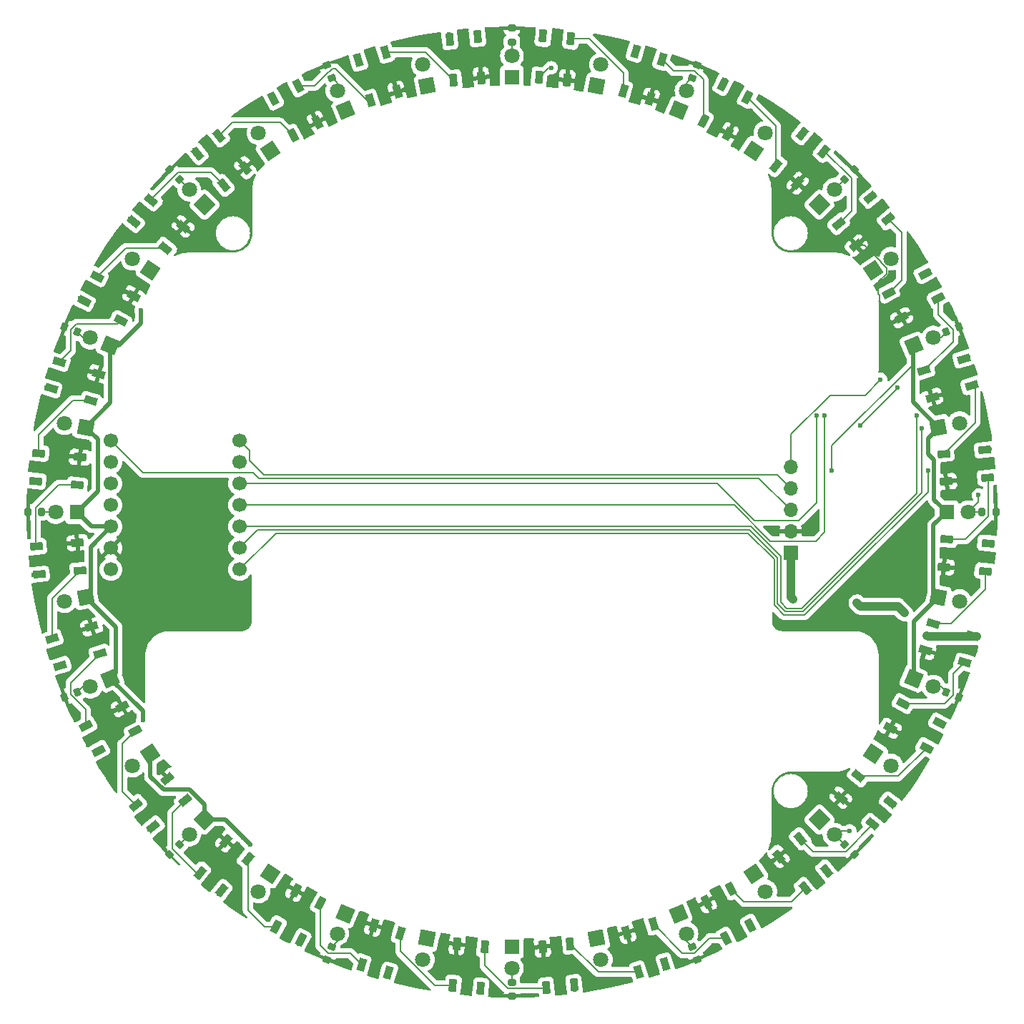
<source format=gbr>
%TF.GenerationSoftware,KiCad,Pcbnew,7.0.11*%
%TF.CreationDate,2025-03-06T22:37:58+09:00*%
%TF.ProjectId,Line_V2,4c696e65-5f56-4322-9e6b-696361645f70,rev?*%
%TF.SameCoordinates,Original*%
%TF.FileFunction,Copper,L2,Bot*%
%TF.FilePolarity,Positive*%
%FSLAX46Y46*%
G04 Gerber Fmt 4.6, Leading zero omitted, Abs format (unit mm)*
G04 Created by KiCad (PCBNEW 7.0.11) date 2025-03-06 22:37:58*
%MOMM*%
%LPD*%
G01*
G04 APERTURE LIST*
G04 Aperture macros list*
%AMRoundRect*
0 Rectangle with rounded corners*
0 $1 Rounding radius*
0 $2 $3 $4 $5 $6 $7 $8 $9 X,Y pos of 4 corners*
0 Add a 4 corners polygon primitive as box body*
4,1,4,$2,$3,$4,$5,$6,$7,$8,$9,$2,$3,0*
0 Add four circle primitives for the rounded corners*
1,1,$1+$1,$2,$3*
1,1,$1+$1,$4,$5*
1,1,$1+$1,$6,$7*
1,1,$1+$1,$8,$9*
0 Add four rect primitives between the rounded corners*
20,1,$1+$1,$2,$3,$4,$5,0*
20,1,$1+$1,$4,$5,$6,$7,0*
20,1,$1+$1,$6,$7,$8,$9,0*
20,1,$1+$1,$8,$9,$2,$3,0*%
%AMRotRect*
0 Rectangle, with rotation*
0 The origin of the aperture is its center*
0 $1 length*
0 $2 width*
0 $3 Rotation angle, in degrees counterclockwise*
0 Add horizontal line*
21,1,$1,$2,0,0,$3*%
G04 Aperture macros list end*
%TA.AperFunction,ComponentPad*%
%ADD10C,1.700000*%
%TD*%
%TA.AperFunction,ComponentPad*%
%ADD11R,1.700000X1.700000*%
%TD*%
%TA.AperFunction,ComponentPad*%
%ADD12O,1.700000X1.700000*%
%TD*%
%TA.AperFunction,ComponentPad*%
%ADD13RotRect,1.800000X1.800000X33.750000*%
%TD*%
%TA.AperFunction,ComponentPad*%
%ADD14C,1.800000*%
%TD*%
%TA.AperFunction,ComponentPad*%
%ADD15RotRect,1.800000X1.800000X292.500000*%
%TD*%
%TA.AperFunction,ComponentPad*%
%ADD16RotRect,1.800000X1.800000X168.750000*%
%TD*%
%TA.AperFunction,SMDPad,CuDef*%
%ADD17RotRect,1.500000X0.900000X320.625000*%
%TD*%
%TA.AperFunction,SMDPad,CuDef*%
%ADD18RotRect,1.500000X0.900000X106.875000*%
%TD*%
%TA.AperFunction,SMDPad,CuDef*%
%ADD19RotRect,1.500000X0.900000X219.375000*%
%TD*%
%TA.AperFunction,SMDPad,CuDef*%
%ADD20RotRect,1.500000X0.900000X264.375000*%
%TD*%
%TA.AperFunction,ComponentPad*%
%ADD21RotRect,1.800000X1.800000X337.500000*%
%TD*%
%TA.AperFunction,SMDPad,CuDef*%
%ADD22RoundRect,0.200000X-0.330604X0.079538X-0.177530X-0.290014X0.330604X-0.079538X0.177530X0.290014X0*%
%TD*%
%TA.AperFunction,SMDPad,CuDef*%
%ADD23RoundRect,0.200000X-0.079538X-0.330604X0.290014X-0.177530X0.079538X0.330604X-0.290014X0.177530X0*%
%TD*%
%TA.AperFunction,ComponentPad*%
%ADD24RotRect,1.800000X1.800000X123.750000*%
%TD*%
%TA.AperFunction,ComponentPad*%
%ADD25RotRect,1.800000X1.800000X191.250000*%
%TD*%
%TA.AperFunction,SMDPad,CuDef*%
%ADD26RotRect,1.500000X0.900000X331.875000*%
%TD*%
%TA.AperFunction,ComponentPad*%
%ADD27RotRect,1.800000X1.800000X78.750000*%
%TD*%
%TA.AperFunction,SMDPad,CuDef*%
%ADD28RotRect,1.500000X0.900000X298.125000*%
%TD*%
%TA.AperFunction,ComponentPad*%
%ADD29RotRect,1.800000X1.800000X56.250000*%
%TD*%
%TA.AperFunction,SMDPad,CuDef*%
%ADD30RoundRect,0.200000X0.079538X0.330604X-0.290014X0.177530X-0.079538X-0.330604X0.290014X-0.177530X0*%
%TD*%
%TA.AperFunction,ComponentPad*%
%ADD31R,1.800000X1.800000*%
%TD*%
%TA.AperFunction,SMDPad,CuDef*%
%ADD32RotRect,1.500000X0.900000X354.375000*%
%TD*%
%TA.AperFunction,ComponentPad*%
%ADD33RotRect,1.800000X1.800000X112.500000*%
%TD*%
%TA.AperFunction,SMDPad,CuDef*%
%ADD34RotRect,1.500000X0.900000X174.375000*%
%TD*%
%TA.AperFunction,SMDPad,CuDef*%
%ADD35RoundRect,0.200000X-0.177530X0.290014X-0.330604X-0.079538X0.177530X-0.290014X0.330604X0.079538X0*%
%TD*%
%TA.AperFunction,ComponentPad*%
%ADD36RotRect,1.800000X1.800000X258.750000*%
%TD*%
%TA.AperFunction,SMDPad,CuDef*%
%ADD37RotRect,1.500000X0.900000X309.375000*%
%TD*%
%TA.AperFunction,ComponentPad*%
%ADD38RotRect,1.800000X1.800000X348.750000*%
%TD*%
%TA.AperFunction,ComponentPad*%
%ADD39RotRect,1.800000X1.800000X236.250000*%
%TD*%
%TA.AperFunction,ComponentPad*%
%ADD40RotRect,1.800000X1.800000X22.500000*%
%TD*%
%TA.AperFunction,SMDPad,CuDef*%
%ADD41RoundRect,0.200000X0.053033X-0.335876X0.335876X-0.053033X-0.053033X0.335876X-0.335876X0.053033X0*%
%TD*%
%TA.AperFunction,SMDPad,CuDef*%
%ADD42RotRect,1.500000X0.900000X163.125000*%
%TD*%
%TA.AperFunction,SMDPad,CuDef*%
%ADD43RoundRect,0.200000X0.275000X-0.200000X0.275000X0.200000X-0.275000X0.200000X-0.275000X-0.200000X0*%
%TD*%
%TA.AperFunction,SMDPad,CuDef*%
%ADD44RotRect,1.500000X0.900000X118.125000*%
%TD*%
%TA.AperFunction,SMDPad,CuDef*%
%ADD45RoundRect,0.200000X0.290014X0.177530X-0.079538X0.330604X-0.290014X-0.177530X0.079538X-0.330604X0*%
%TD*%
%TA.AperFunction,ComponentPad*%
%ADD46RotRect,1.800000X1.800000X303.750000*%
%TD*%
%TA.AperFunction,SMDPad,CuDef*%
%ADD47RotRect,1.500000X0.900000X129.375000*%
%TD*%
%TA.AperFunction,ComponentPad*%
%ADD48RotRect,1.800000X1.800000X45.000000*%
%TD*%
%TA.AperFunction,SMDPad,CuDef*%
%ADD49RotRect,1.500000X0.900000X50.625000*%
%TD*%
%TA.AperFunction,SMDPad,CuDef*%
%ADD50RoundRect,0.200000X-0.290014X-0.177530X0.079538X-0.330604X0.290014X0.177530X-0.079538X0.330604X0*%
%TD*%
%TA.AperFunction,SMDPad,CuDef*%
%ADD51RoundRect,0.200000X-0.053033X0.335876X-0.335876X0.053033X0.053033X-0.335876X0.335876X-0.053033X0*%
%TD*%
%TA.AperFunction,ComponentPad*%
%ADD52RotRect,1.800000X1.800000X315.000000*%
%TD*%
%TA.AperFunction,SMDPad,CuDef*%
%ADD53RoundRect,0.200000X0.200000X0.275000X-0.200000X0.275000X-0.200000X-0.275000X0.200000X-0.275000X0*%
%TD*%
%TA.AperFunction,SMDPad,CuDef*%
%ADD54RotRect,1.500000X0.900000X28.125000*%
%TD*%
%TA.AperFunction,SMDPad,CuDef*%
%ADD55RoundRect,0.200000X0.335876X0.053033X0.053033X0.335876X-0.335876X-0.053033X-0.053033X-0.335876X0*%
%TD*%
%TA.AperFunction,SMDPad,CuDef*%
%ADD56RoundRect,0.200000X0.177530X-0.290014X0.330604X0.079538X-0.177530X0.290014X-0.330604X-0.079538X0*%
%TD*%
%TA.AperFunction,SMDPad,CuDef*%
%ADD57RotRect,1.500000X0.900000X230.625000*%
%TD*%
%TA.AperFunction,SMDPad,CuDef*%
%ADD58RotRect,1.500000X0.900000X241.875000*%
%TD*%
%TA.AperFunction,SMDPad,CuDef*%
%ADD59RoundRect,0.200000X-0.335876X-0.053033X-0.053033X-0.335876X0.335876X0.053033X0.053033X0.335876X0*%
%TD*%
%TA.AperFunction,SMDPad,CuDef*%
%ADD60RotRect,1.500000X0.900000X286.875000*%
%TD*%
%TA.AperFunction,SMDPad,CuDef*%
%ADD61RotRect,1.500000X0.900000X5.625000*%
%TD*%
%TA.AperFunction,ComponentPad*%
%ADD62RotRect,1.800000X1.800000X157.500000*%
%TD*%
%TA.AperFunction,ComponentPad*%
%ADD63RotRect,1.800000X1.800000X11.250000*%
%TD*%
%TA.AperFunction,ComponentPad*%
%ADD64RotRect,1.800000X1.800000X202.500000*%
%TD*%
%TA.AperFunction,SMDPad,CuDef*%
%ADD65RotRect,1.500000X0.900000X39.375000*%
%TD*%
%TA.AperFunction,ComponentPad*%
%ADD66RotRect,1.800000X1.800000X135.000000*%
%TD*%
%TA.AperFunction,SMDPad,CuDef*%
%ADD67RotRect,1.500000X0.900000X275.625000*%
%TD*%
%TA.AperFunction,ComponentPad*%
%ADD68RotRect,1.800000X1.800000X146.250000*%
%TD*%
%TA.AperFunction,ComponentPad*%
%ADD69RotRect,1.800000X1.800000X326.250000*%
%TD*%
%TA.AperFunction,SMDPad,CuDef*%
%ADD70RotRect,1.500000X0.900000X140.625000*%
%TD*%
%TA.AperFunction,SMDPad,CuDef*%
%ADD71RotRect,1.500000X0.900000X95.625000*%
%TD*%
%TA.AperFunction,ComponentPad*%
%ADD72RotRect,1.800000X1.800000X213.750000*%
%TD*%
%TA.AperFunction,SMDPad,CuDef*%
%ADD73RotRect,1.500000X0.900000X196.875000*%
%TD*%
%TA.AperFunction,SMDPad,CuDef*%
%ADD74RotRect,1.500000X0.900000X208.125000*%
%TD*%
%TA.AperFunction,ComponentPad*%
%ADD75RotRect,1.800000X1.800000X67.500000*%
%TD*%
%TA.AperFunction,SMDPad,CuDef*%
%ADD76RotRect,1.500000X0.900000X253.125000*%
%TD*%
%TA.AperFunction,SMDPad,CuDef*%
%ADD77RotRect,1.500000X0.900000X151.875000*%
%TD*%
%TA.AperFunction,ComponentPad*%
%ADD78RotRect,1.800000X1.800000X101.250000*%
%TD*%
%TA.AperFunction,SMDPad,CuDef*%
%ADD79RoundRect,0.200000X-0.275000X0.200000X-0.275000X-0.200000X0.275000X-0.200000X0.275000X0.200000X0*%
%TD*%
%TA.AperFunction,SMDPad,CuDef*%
%ADD80RotRect,1.500000X0.900000X73.125000*%
%TD*%
%TA.AperFunction,ComponentPad*%
%ADD81RotRect,1.800000X1.800000X247.500000*%
%TD*%
%TA.AperFunction,SMDPad,CuDef*%
%ADD82RoundRect,0.200000X-0.200000X-0.275000X0.200000X-0.275000X0.200000X0.275000X-0.200000X0.275000X0*%
%TD*%
%TA.AperFunction,SMDPad,CuDef*%
%ADD83RotRect,1.500000X0.900000X185.625000*%
%TD*%
%TA.AperFunction,ComponentPad*%
%ADD84RotRect,1.800000X1.800000X281.250000*%
%TD*%
%TA.AperFunction,ComponentPad*%
%ADD85RotRect,1.800000X1.800000X225.000000*%
%TD*%
%TA.AperFunction,SMDPad,CuDef*%
%ADD86RotRect,1.500000X0.900000X61.875000*%
%TD*%
%TA.AperFunction,SMDPad,CuDef*%
%ADD87RotRect,1.500000X0.900000X84.375000*%
%TD*%
%TA.AperFunction,SMDPad,CuDef*%
%ADD88RotRect,1.500000X0.900000X16.875000*%
%TD*%
%TA.AperFunction,SMDPad,CuDef*%
%ADD89RoundRect,0.200000X0.330604X-0.079538X0.177530X0.290014X-0.330604X0.079538X-0.177530X-0.290014X0*%
%TD*%
%TA.AperFunction,SMDPad,CuDef*%
%ADD90RotRect,1.500000X0.900000X343.125000*%
%TD*%
%TA.AperFunction,ViaPad*%
%ADD91C,0.600000*%
%TD*%
%TA.AperFunction,Conductor*%
%ADD92C,0.200000*%
%TD*%
%TA.AperFunction,Conductor*%
%ADD93C,1.000000*%
%TD*%
%TA.AperFunction,Conductor*%
%ADD94C,0.500000*%
%TD*%
G04 APERTURE END LIST*
D10*
%TO.P,U2,1,DAC*%
%TO.N,/COM1*%
X67768400Y-106789800D03*
%TO.P,U2,2*%
%TO.N,/1SO*%
X67768400Y-104249800D03*
%TO.P,U2,3*%
%TO.N,/1S1*%
X67768400Y-101709800D03*
%TO.P,U2,4*%
%TO.N,/1S2*%
X67768400Y-99169800D03*
%TO.P,U2,5,SDA*%
%TO.N,/1S3*%
X67768400Y-96629800D03*
%TO.P,U2,6,SCL*%
%TO.N,/1E*%
X67768400Y-94089800D03*
%TO.P,U2,7,TX*%
%TO.N,/LineTX*%
X67768400Y-91549800D03*
%TO.P,U2,8,RX*%
%TO.N,/LineRX*%
X52528400Y-91549800D03*
%TO.P,U2,9,SCK*%
%TO.N,unconnected-(U2-SCK-Pad9)*%
X52528400Y-94089800D03*
%TO.P,U2,10,MISO*%
%TO.N,unconnected-(U2-MISO-Pad10)*%
X52528400Y-96629800D03*
%TO.P,U2,11,MOSI*%
%TO.N,unconnected-(U2-MOSI-Pad11)*%
X52528400Y-99169800D03*
%TO.P,U2,12,3V3*%
%TO.N,+3.3V*%
X52528400Y-101709800D03*
%TO.P,U2,13,GND*%
%TO.N,GND*%
X52528400Y-104249800D03*
%TO.P,U2,14,5V*%
%TO.N,+5V*%
X52528400Y-106789800D03*
%TD*%
D11*
%TO.P,J1,1,Pin_1*%
%TO.N,+12V*%
X133000000Y-104825000D03*
D12*
%TO.P,J1,2,Pin_2*%
%TO.N,GND*%
X133000000Y-102285000D03*
%TO.P,J1,3,Pin_3*%
%TO.N,/LineRX*%
X133000000Y-99745000D03*
%TO.P,J1,4,Pin_4*%
%TO.N,/LineTX*%
X133000000Y-97205000D03*
%TO.P,J1,5,Pin_5*%
%TO.N,/PWM*%
X133000000Y-94665000D03*
%TD*%
D13*
%TO.P,Q6,1,C*%
%TO.N,+3.3V*%
X142799898Y-71402023D03*
D14*
%TO.P,Q6,2,E*%
%TO.N,/3*%
X144911831Y-69990875D03*
%TD*%
D15*
%TO.P,Q15,1,C*%
%TO.N,+3.3V*%
X119698629Y-147556699D03*
D14*
%TO.P,Q15,2,E*%
%TO.N,/8*%
X120670645Y-149903353D03*
%TD*%
D16*
%TO.P,Q26,1,C*%
%TO.N,+3.3V*%
X49514078Y-89957726D03*
D14*
%TO.P,Q26,2,E*%
%TO.N,/13*%
X47022883Y-89462197D03*
%TD*%
D17*
%TO.P,D16,1,VDD*%
%TO.N,+5V*%
X55189933Y-65618572D03*
%TO.P,D16,2,DOUT*%
%TO.N,Net-(D16-DOUT)*%
X57283431Y-63067637D03*
%TO.P,D16,3,VSS*%
%TO.N,GND*%
X61071183Y-66176164D03*
%TO.P,D16,4,DIN*%
%TO.N,Net-(D12-DOUT)*%
X58977685Y-68727099D03*
%TD*%
D18*
%TO.P,D26,1,VDD*%
%TO.N,+5V*%
X118156911Y-153482253D03*
%TO.P,D26,2,DOUT*%
%TO.N,Net-(D26-DOUT)*%
X114999008Y-154440193D03*
%TO.P,D26,3,VSS*%
%TO.N,GND*%
X113576613Y-149751185D03*
%TO.P,D26,4,DIN*%
%TO.N,Net-(D22-DOUT)*%
X116734516Y-148793245D03*
%TD*%
D19*
%TO.P,D17,1,VDD*%
%TO.N,+5V*%
X142462812Y-62758429D03*
%TO.P,D17,2,DOUT*%
%TO.N,Net-(D17-DOUT)*%
X144556310Y-65309364D03*
%TO.P,D17,3,VSS*%
%TO.N,GND*%
X140768558Y-68417891D03*
%TO.P,D17,4,DIN*%
%TO.N,Net-(D13-DOUT)*%
X138675060Y-65866956D03*
%TD*%
D20*
%TO.P,D1,1,VDD*%
%TO.N,+5V*%
X103691976Y-43640490D03*
%TO.P,D1,2,DOUT*%
%TO.N,Net-(D1-DOUT)*%
X106976086Y-43963947D03*
%TO.P,D1,3,VSS*%
%TO.N,GND*%
X106495802Y-48840352D03*
%TO.P,D1,4,DIN*%
%TO.N,/PWM*%
X103211692Y-48516895D03*
%TD*%
D21*
%TO.P,Q11,1,C*%
%TO.N,+3.3V*%
X147556699Y-119698629D03*
D14*
%TO.P,Q11,2,E*%
%TO.N,/6*%
X149903353Y-120670645D03*
%TD*%
D22*
%TO.P,R8,1*%
%TO.N,/8*%
X121305900Y-151436992D03*
%TO.P,R8,2*%
%TO.N,GND*%
X121937328Y-152961394D03*
%TD*%
D23*
%TO.P,R4,1*%
%TO.N,/4*%
X151436992Y-78694100D03*
%TO.P,R4,2*%
%TO.N,GND*%
X152961394Y-78062672D03*
%TD*%
D24*
%TO.P,Q30,1,C*%
%TO.N,+3.3V*%
X71402023Y-57200102D03*
D14*
%TO.P,Q30,2,E*%
%TO.N,/15*%
X69990875Y-55088169D03*
%TD*%
D25*
%TO.P,Q24,1,C*%
%TO.N,+3.3V*%
X49528789Y-110039347D03*
D14*
%TO.P,Q24,2,E*%
%TO.N,/12*%
X47037594Y-110534876D03*
%TD*%
D26*
%TO.P,D12,1,VDD*%
%TO.N,+5V*%
X49343461Y-75021212D03*
%TO.P,D12,2,DOUT*%
%TO.N,Net-(D12-DOUT)*%
X50899071Y-72110872D03*
%TO.P,D12,3,VSS*%
%TO.N,GND*%
X55220485Y-74420716D03*
%TO.P,D12,4,DIN*%
%TO.N,Net-(D12-DIN)*%
X53664875Y-77331056D03*
%TD*%
D27*
%TO.P,Q2,1,C*%
%TO.N,+3.3V*%
X110042274Y-49514077D03*
D14*
%TO.P,Q2,2,E*%
%TO.N,/1*%
X110537803Y-47022882D03*
%TD*%
D28*
%TO.P,D24,1,VDD*%
%TO.N,+5V*%
X71758099Y-51087633D03*
%TO.P,D24,2,DOUT*%
%TO.N,Net-(D24-DOUT)*%
X74668439Y-49532023D03*
%TO.P,D24,3,VSS*%
%TO.N,GND*%
X76978283Y-53853437D03*
%TO.P,D24,4,DIN*%
%TO.N,Net-(D20-DOUT)*%
X74067943Y-55409047D03*
%TD*%
D29*
%TO.P,Q4,1,C*%
%TO.N,+3.3V*%
X128597977Y-57200102D03*
D14*
%TO.P,Q4,2,E*%
%TO.N,/2*%
X130009125Y-55088169D03*
%TD*%
D30*
%TO.P,R12,1*%
%TO.N,/12*%
X48563008Y-121305900D03*
%TO.P,R12,2*%
%TO.N,GND*%
X47038606Y-121937328D03*
%TD*%
D31*
%TO.P,Q17,1,C*%
%TO.N,+3.3V*%
X100000000Y-151475000D03*
D14*
%TO.P,Q17,2,E*%
%TO.N,/9*%
X100000000Y-154015000D03*
%TD*%
D32*
%TO.P,D4,1,VDD*%
%TO.N,+5V*%
X43640493Y-96308028D03*
%TO.P,D4,2,DOUT*%
%TO.N,Net-(D4-DOUT)*%
X43963950Y-93023918D03*
%TO.P,D4,3,VSS*%
%TO.N,GND*%
X48840355Y-93504202D03*
%TO.P,D4,4,DIN*%
%TO.N,/C*%
X48516898Y-96788312D03*
%TD*%
D33*
%TO.P,Q31,1,C*%
%TO.N,+3.3V*%
X80301371Y-52443301D03*
D14*
%TO.P,Q31,2,E*%
%TO.N,/16*%
X79329355Y-50096647D03*
%TD*%
D34*
%TO.P,D2,1,VDD*%
%TO.N,+5V*%
X156359510Y-103691978D03*
%TO.P,D2,2,DOUT*%
%TO.N,Net-(D2-DOUT)*%
X156036053Y-106976088D03*
%TO.P,D2,3,VSS*%
%TO.N,GND*%
X151159648Y-106495804D03*
%TO.P,D2,4,DIN*%
%TO.N,/A*%
X151483105Y-103211694D03*
%TD*%
D35*
%TO.P,R10,1*%
%TO.N,/10*%
X78694100Y-151436992D03*
%TO.P,R10,2*%
%TO.N,GND*%
X78062672Y-152961394D03*
%TD*%
D36*
%TO.P,Q18,1,C*%
%TO.N,+3.3V*%
X89957726Y-150485922D03*
D14*
%TO.P,Q18,2,E*%
%TO.N,/9*%
X89462197Y-152977117D03*
%TD*%
D37*
%TO.P,D20,1,VDD*%
%TO.N,+5V*%
X62758430Y-57537191D03*
%TO.P,D20,2,DOUT*%
%TO.N,Net-(D20-DOUT)*%
X65309365Y-55443693D03*
%TO.P,D20,3,VSS*%
%TO.N,GND*%
X68417892Y-59231445D03*
%TO.P,D20,4,DIN*%
%TO.N,Net-(D16-DOUT)*%
X65866957Y-61324943D03*
%TD*%
D38*
%TO.P,Q10,1,C*%
%TO.N,+3.3V*%
X150485922Y-110042274D03*
D14*
%TO.P,Q10,2,E*%
%TO.N,/5*%
X152977117Y-110537803D03*
%TD*%
D39*
%TO.P,Q20,1,C*%
%TO.N,+3.3V*%
X71402023Y-142799898D03*
D14*
%TO.P,Q20,2,E*%
%TO.N,/10*%
X69990875Y-144911831D03*
%TD*%
D40*
%TO.P,Q7,1,C*%
%TO.N,+3.3V*%
X147556699Y-80301371D03*
D14*
%TO.P,Q7,2,E*%
%TO.N,/4*%
X149903353Y-79329355D03*
%TD*%
D41*
%TO.P,R3,1*%
%TO.N,/3*%
X139368170Y-60631830D03*
%TO.P,R3,2*%
%TO.N,GND*%
X140534896Y-59465104D03*
%TD*%
D42*
%TO.P,D6,1,VDD*%
%TO.N,+5V*%
X154556308Y-114616229D03*
%TO.P,D6,2,DOUT*%
%TO.N,Net-(D10-DIN)*%
X153598368Y-117774132D03*
%TO.P,D6,3,VSS*%
%TO.N,GND*%
X148909360Y-116351737D03*
%TO.P,D6,4,DIN*%
%TO.N,Net-(D2-DOUT)*%
X149867300Y-113193834D03*
%TD*%
D43*
%TO.P,R1,1*%
%TO.N,/1*%
X100000000Y-44325000D03*
%TO.P,R1,2*%
%TO.N,GND*%
X100000000Y-42675000D03*
%TD*%
D44*
%TO.P,D22,1,VDD*%
%TO.N,+5V*%
X128241901Y-148912369D03*
%TO.P,D22,2,DOUT*%
%TO.N,Net-(D22-DOUT)*%
X125331561Y-150467979D03*
%TO.P,D22,3,VSS*%
%TO.N,GND*%
X123021717Y-146146565D03*
%TO.P,D22,4,DIN*%
%TO.N,Net-(D18-DOUT)*%
X125932057Y-144590955D03*
%TD*%
D45*
%TO.P,R14,1*%
%TO.N,/14*%
X48563008Y-78694100D03*
%TO.P,R14,2*%
%TO.N,GND*%
X47038606Y-78062672D03*
%TD*%
D46*
%TO.P,Q14,1,C*%
%TO.N,+3.3V*%
X128597977Y-142799898D03*
D14*
%TO.P,Q14,2,E*%
%TO.N,/7*%
X130009125Y-144911831D03*
%TD*%
D47*
%TO.P,D18,1,VDD*%
%TO.N,+5V*%
X137241571Y-142462811D03*
%TO.P,D18,2,DOUT*%
%TO.N,Net-(D18-DOUT)*%
X134690636Y-144556309D03*
%TO.P,D18,3,VSS*%
%TO.N,GND*%
X131582109Y-140768557D03*
%TO.P,D18,4,DIN*%
%TO.N,Net-(D14-DOUT)*%
X134133044Y-138675059D03*
%TD*%
D48*
%TO.P,Q5,1,C*%
%TO.N,+3.3V*%
X136398321Y-63601679D03*
D14*
%TO.P,Q5,2,E*%
%TO.N,/3*%
X138194372Y-61805628D03*
%TD*%
D49*
%TO.P,D15,1,VDD*%
%TO.N,+5V*%
X65618571Y-144810068D03*
%TO.P,D15,2,DOUT*%
%TO.N,Net-(D15-DOUT)*%
X63067636Y-142716570D03*
%TO.P,D15,3,VSS*%
%TO.N,GND*%
X66176163Y-138928818D03*
%TO.P,D15,4,DIN*%
%TO.N,Net-(D11-DOUT)*%
X68727098Y-141022316D03*
%TD*%
D50*
%TO.P,R6,1*%
%TO.N,/6*%
X151436992Y-121305900D03*
%TO.P,R6,2*%
%TO.N,GND*%
X152961394Y-121937328D03*
%TD*%
D51*
%TO.P,R11,1*%
%TO.N,/11*%
X60631830Y-139368170D03*
%TO.P,R11,2*%
%TO.N,GND*%
X59465104Y-140534896D03*
%TD*%
D52*
%TO.P,Q13,1,C*%
%TO.N,+3.3V*%
X136398321Y-136398321D03*
D14*
%TO.P,Q13,2,E*%
%TO.N,/7*%
X138194372Y-138194372D03*
%TD*%
D53*
%TO.P,R13,1*%
%TO.N,/13*%
X44325000Y-100000000D03*
%TO.P,R13,2*%
%TO.N,GND*%
X42675000Y-100000000D03*
%TD*%
D54*
%TO.P,D23,1,VDD*%
%TO.N,+5V*%
X51087632Y-128241902D03*
%TO.P,D23,2,DOUT*%
%TO.N,Net-(D23-DOUT)*%
X49532022Y-125331562D03*
%TO.P,D23,3,VSS*%
%TO.N,GND*%
X53853436Y-123021718D03*
%TO.P,D23,4,DIN*%
%TO.N,Net-(D19-DOUT)*%
X55409046Y-125932058D03*
%TD*%
D55*
%TO.P,R15,1*%
%TO.N,/15*%
X60631830Y-60631830D03*
%TO.P,R15,2*%
%TO.N,GND*%
X59465104Y-59465104D03*
%TD*%
D56*
%TO.P,R2,1*%
%TO.N,/2*%
X121305900Y-48563008D03*
%TO.P,R2,2*%
%TO.N,GND*%
X121937328Y-47038606D03*
%TD*%
D57*
%TO.P,D13,1,VDD*%
%TO.N,+5V*%
X134381431Y-55189932D03*
%TO.P,D13,2,DOUT*%
%TO.N,Net-(D13-DOUT)*%
X136932366Y-57283430D03*
%TO.P,D13,3,VSS*%
%TO.N,GND*%
X133823839Y-61071182D03*
%TO.P,D13,4,DIN*%
%TO.N,Net-(D13-DIN)*%
X131272904Y-58977684D03*
%TD*%
D58*
%TO.P,D9,1,VDD*%
%TO.N,+5V*%
X124978791Y-49343461D03*
%TO.P,D9,2,DOUT*%
%TO.N,Net-(D13-DIN)*%
X127889131Y-50899071D03*
%TO.P,D9,3,VSS*%
%TO.N,GND*%
X125579287Y-55220485D03*
%TO.P,D9,4,DIN*%
%TO.N,Net-(D5-DOUT)*%
X122668947Y-53664875D03*
%TD*%
D59*
%TO.P,R7,1*%
%TO.N,/7*%
X139368170Y-139368170D03*
%TO.P,R7,2*%
%TO.N,GND*%
X140534896Y-140534896D03*
%TD*%
D31*
%TO.P,Q25,1,C*%
%TO.N,+3.3V*%
X48525000Y-100000000D03*
D14*
%TO.P,Q25,2,E*%
%TO.N,/13*%
X45985000Y-100000000D03*
%TD*%
D60*
%TO.P,D28,1,VDD*%
%TO.N,+5V*%
X81843088Y-46517749D03*
%TO.P,D28,2,DOUT*%
%TO.N,Net-(D28-DOUT)*%
X85000991Y-45559809D03*
%TO.P,D28,3,VSS*%
%TO.N,GND*%
X86423386Y-50248817D03*
%TO.P,D28,4,DIN*%
%TO.N,Net-(D24-DOUT)*%
X83265483Y-51206757D03*
%TD*%
D61*
%TO.P,D31,1,VDD*%
%TO.N,+5V*%
X44003157Y-107374162D03*
%TO.P,D31,2,DOUT*%
%TO.N,/C*%
X43679700Y-104090052D03*
%TO.P,D31,3,VSS*%
%TO.N,GND*%
X48556105Y-103609768D03*
%TO.P,D31,4,DIN*%
%TO.N,Net-(D27-DOUT)*%
X48879562Y-106893878D03*
%TD*%
D62*
%TO.P,Q27,1,C*%
%TO.N,+3.3V*%
X52443301Y-80301371D03*
D14*
%TO.P,Q27,2,E*%
%TO.N,/14*%
X50096647Y-79329355D03*
%TD*%
D63*
%TO.P,Q8,1,C*%
%TO.N,+3.3V*%
X150485922Y-89957726D03*
D14*
%TO.P,Q8,2,E*%
%TO.N,/4*%
X152977117Y-89462197D03*
%TD*%
D31*
%TO.P,Q9,1,C*%
%TO.N,+3.3V*%
X151475000Y-100000000D03*
D14*
%TO.P,Q9,2,E*%
%TO.N,/5*%
X154015000Y-100000000D03*
%TD*%
D64*
%TO.P,Q23,1,C*%
%TO.N,+3.3V*%
X52443301Y-119698629D03*
D14*
%TO.P,Q23,2,E*%
%TO.N,/12*%
X50096647Y-120670645D03*
%TD*%
D65*
%TO.P,D19,1,VDD*%
%TO.N,+5V*%
X57537190Y-137241571D03*
%TO.P,D19,2,DOUT*%
%TO.N,Net-(D19-DOUT)*%
X55443692Y-134690636D03*
%TO.P,D19,3,VSS*%
%TO.N,GND*%
X59231444Y-131582109D03*
%TO.P,D19,4,DIN*%
%TO.N,Net-(D15-DOUT)*%
X61324942Y-134133044D03*
%TD*%
D66*
%TO.P,Q29,1,C*%
%TO.N,+3.3V*%
X63601679Y-63601679D03*
D14*
%TO.P,Q29,2,E*%
%TO.N,/15*%
X61805628Y-61805628D03*
%TD*%
D67*
%TO.P,D32,1,VDD*%
%TO.N,+5V*%
X92625838Y-44003158D03*
%TO.P,D32,2,DOUT*%
%TO.N,unconnected-(D32-DOUT-Pad2)*%
X95909948Y-43679701D03*
%TO.P,D32,3,VSS*%
%TO.N,GND*%
X96390232Y-48556106D03*
%TO.P,D32,4,DIN*%
%TO.N,Net-(D28-DOUT)*%
X93106122Y-48879563D03*
%TD*%
D68*
%TO.P,Q28,1,C*%
%TO.N,+3.3V*%
X57200102Y-71402023D03*
D14*
%TO.P,Q28,2,E*%
%TO.N,/14*%
X55088169Y-69990875D03*
%TD*%
D69*
%TO.P,Q12,1,C*%
%TO.N,+3.3V*%
X142799898Y-128597977D03*
D14*
%TO.P,Q12,2,E*%
%TO.N,/6*%
X144911831Y-130009125D03*
%TD*%
D70*
%TO.P,D14,1,VDD*%
%TO.N,+5V*%
X144810068Y-134381430D03*
%TO.P,D14,2,DOUT*%
%TO.N,Net-(D14-DOUT)*%
X142716570Y-136932365D03*
%TO.P,D14,3,VSS*%
%TO.N,GND*%
X138928818Y-133823838D03*
%TO.P,D14,4,DIN*%
%TO.N,Net-(D10-DOUT)*%
X141022316Y-131272903D03*
%TD*%
D71*
%TO.P,D30,1,VDD*%
%TO.N,+5V*%
X107374161Y-155996844D03*
%TO.P,D30,2,DOUT*%
%TO.N,/B*%
X104090051Y-156320301D03*
%TO.P,D30,3,VSS*%
%TO.N,GND*%
X103609767Y-151443896D03*
%TO.P,D30,4,DIN*%
%TO.N,Net-(D26-DOUT)*%
X106893877Y-151120439D03*
%TD*%
D72*
%TO.P,Q22,1,C*%
%TO.N,+3.3V*%
X57200102Y-128597977D03*
D14*
%TO.P,Q22,2,E*%
%TO.N,/11*%
X55088169Y-130009125D03*
%TD*%
D73*
%TO.P,D25,1,VDD*%
%TO.N,+5V*%
X153482254Y-81843090D03*
%TO.P,D25,2,DOUT*%
%TO.N,Net-(D25-DOUT)*%
X154440194Y-85000993D03*
%TO.P,D25,3,VSS*%
%TO.N,GND*%
X149751186Y-86423388D03*
%TO.P,D25,4,DIN*%
%TO.N,Net-(D21-DOUT)*%
X148793246Y-83265485D03*
%TD*%
D74*
%TO.P,D21,1,VDD*%
%TO.N,+5V*%
X148912370Y-71758099D03*
%TO.P,D21,2,DOUT*%
%TO.N,Net-(D21-DOUT)*%
X150467980Y-74668439D03*
%TO.P,D21,3,VSS*%
%TO.N,GND*%
X146146566Y-76978283D03*
%TO.P,D21,4,DIN*%
%TO.N,Net-(D17-DOUT)*%
X144590956Y-74067943D03*
%TD*%
D75*
%TO.P,Q3,1,C*%
%TO.N,+3.3V*%
X119698629Y-52443301D03*
D14*
%TO.P,Q3,2,E*%
%TO.N,/2*%
X120670645Y-50096647D03*
%TD*%
D76*
%TO.P,D5,1,VDD*%
%TO.N,+5V*%
X114616230Y-45443691D03*
%TO.P,D5,2,DOUT*%
%TO.N,Net-(D5-DOUT)*%
X117774133Y-46401631D03*
%TO.P,D5,3,VSS*%
%TO.N,GND*%
X116351738Y-51090639D03*
%TO.P,D5,4,DIN*%
%TO.N,Net-(D1-DOUT)*%
X113193835Y-50132699D03*
%TD*%
D77*
%TO.P,D10,1,VDD*%
%TO.N,+5V*%
X150656539Y-124978790D03*
%TO.P,D10,2,DOUT*%
%TO.N,Net-(D10-DOUT)*%
X149100929Y-127889130D03*
%TO.P,D10,3,VSS*%
%TO.N,GND*%
X144779515Y-125579286D03*
%TO.P,D10,4,DIN*%
%TO.N,Net-(D10-DIN)*%
X146335125Y-122668946D03*
%TD*%
D78*
%TO.P,Q32,1,C*%
%TO.N,+3.3V*%
X89957726Y-49514078D03*
D14*
%TO.P,Q32,2,E*%
%TO.N,/16*%
X89462197Y-47022883D03*
%TD*%
D79*
%TO.P,R9,1*%
%TO.N,/9*%
X100000000Y-155675000D03*
%TO.P,R9,2*%
%TO.N,GND*%
X100000000Y-157325000D03*
%TD*%
D80*
%TO.P,D7,1,VDD*%
%TO.N,+5V*%
X85383772Y-154556308D03*
%TO.P,D7,2,DOUT*%
%TO.N,Net-(D11-DIN)*%
X82225869Y-153598368D03*
%TO.P,D7,3,VSS*%
%TO.N,GND*%
X83648264Y-148909360D03*
%TO.P,D7,4,DIN*%
%TO.N,Net-(D3-DOUT)*%
X86806167Y-149867300D03*
%TD*%
D31*
%TO.P,Q1,1,C*%
%TO.N,+3.3V*%
X100000000Y-48525000D03*
D14*
%TO.P,Q1,2,E*%
%TO.N,/1*%
X100000000Y-45985000D03*
%TD*%
D81*
%TO.P,Q19,1,C*%
%TO.N,+3.3V*%
X80301371Y-147556699D03*
D14*
%TO.P,Q19,2,E*%
%TO.N,/10*%
X79329355Y-149903353D03*
%TD*%
D82*
%TO.P,R5,1*%
%TO.N,/5*%
X155675000Y-100000000D03*
%TO.P,R5,2*%
%TO.N,GND*%
X157325000Y-100000000D03*
%TD*%
D83*
%TO.P,D29,1,VDD*%
%TO.N,+5V*%
X155996845Y-92625840D03*
%TO.P,D29,2,DOUT*%
%TO.N,/A*%
X156320302Y-95909950D03*
%TO.P,D29,3,VSS*%
%TO.N,GND*%
X151443897Y-96390234D03*
%TO.P,D29,4,DIN*%
%TO.N,Net-(D25-DOUT)*%
X151120440Y-93106124D03*
%TD*%
D84*
%TO.P,Q16,1,C*%
%TO.N,+3.3V*%
X110042274Y-150485922D03*
D14*
%TO.P,Q16,2,E*%
%TO.N,/8*%
X110537803Y-152977117D03*
%TD*%
D85*
%TO.P,Q21,1,C*%
%TO.N,+3.3V*%
X63601679Y-136398321D03*
D14*
%TO.P,Q21,2,E*%
%TO.N,/11*%
X61805628Y-138194372D03*
%TD*%
D86*
%TO.P,D11,1,VDD*%
%TO.N,+5V*%
X75021211Y-150656539D03*
%TO.P,D11,2,DOUT*%
%TO.N,Net-(D11-DOUT)*%
X72110871Y-149100929D03*
%TO.P,D11,3,VSS*%
%TO.N,GND*%
X74420715Y-144779515D03*
%TO.P,D11,4,DIN*%
%TO.N,Net-(D11-DIN)*%
X77331055Y-146335125D03*
%TD*%
D87*
%TO.P,D3,1,VDD*%
%TO.N,+5V*%
X96308027Y-156359508D03*
%TO.P,D3,2,DOUT*%
%TO.N,Net-(D3-DOUT)*%
X93023917Y-156036051D03*
%TO.P,D3,3,VSS*%
%TO.N,GND*%
X93504201Y-151159646D03*
%TO.P,D3,4,DIN*%
%TO.N,/B*%
X96788311Y-151483103D03*
%TD*%
D88*
%TO.P,D27,1,VDD*%
%TO.N,+5V*%
X46517748Y-118156912D03*
%TO.P,D27,2,DOUT*%
%TO.N,Net-(D27-DOUT)*%
X45559808Y-114999009D03*
%TO.P,D27,3,VSS*%
%TO.N,GND*%
X50248816Y-113576614D03*
%TO.P,D27,4,DIN*%
%TO.N,Net-(D23-DOUT)*%
X51206756Y-116734517D03*
%TD*%
D89*
%TO.P,R16,1*%
%TO.N,/16*%
X78694100Y-48563008D03*
%TO.P,R16,2*%
%TO.N,GND*%
X78062672Y-47038606D03*
%TD*%
D90*
%TO.P,D8,1,VDD*%
%TO.N,+5V*%
X45443693Y-85383773D03*
%TO.P,D8,2,DOUT*%
%TO.N,Net-(D12-DIN)*%
X46401633Y-82225870D03*
%TO.P,D8,3,VSS*%
%TO.N,GND*%
X51090641Y-83648265D03*
%TO.P,D8,4,DIN*%
%TO.N,Net-(D4-DOUT)*%
X50132701Y-86806168D03*
%TD*%
D91*
%TO.N,GND*%
X142750000Y-109400000D03*
X52700000Y-125650000D03*
X67550000Y-55550000D03*
X105550000Y-155200000D03*
X135750000Y-113200000D03*
X126400000Y-148950000D03*
X65450000Y-101700000D03*
X136150000Y-100600000D03*
X129100000Y-147300000D03*
X57050000Y-64950000D03*
X142550000Y-113600000D03*
X58600000Y-130150000D03*
X143950000Y-123250000D03*
X135950000Y-102000000D03*
X153900000Y-87300000D03*
X94300000Y-45650000D03*
X133150000Y-113400000D03*
X48800000Y-95150000D03*
X151450000Y-104900000D03*
X63150000Y-96600000D03*
X52800000Y-129450000D03*
X114450000Y-47300000D03*
X46750000Y-112800000D03*
X81050000Y-48050000D03*
X96200000Y-154650000D03*
X112500000Y-45550000D03*
X80950000Y-151150000D03*
X52000000Y-76500000D03*
X142750000Y-106000000D03*
X54200000Y-119400000D03*
X132750000Y-54650000D03*
X148850000Y-118000000D03*
X108750000Y-154650000D03*
X67300000Y-140100000D03*
X87450000Y-154300000D03*
X102200000Y-155200000D03*
X145300000Y-109650000D03*
X54900000Y-112900000D03*
X148400000Y-106000000D03*
X62450000Y-140550000D03*
X58500000Y-135300000D03*
X52850000Y-122000000D03*
X59500000Y-62500000D03*
X76000000Y-149150000D03*
X51700000Y-114750000D03*
X53100000Y-74100000D03*
X45200000Y-109000000D03*
X155150000Y-90900000D03*
X49250000Y-76800000D03*
X113450000Y-153200000D03*
X44850000Y-105350000D03*
X151700000Y-98000000D03*
X139350000Y-109400000D03*
X50900000Y-73650000D03*
X149250000Y-84850000D03*
X151600000Y-82500000D03*
X53100000Y-71300000D03*
X50200000Y-122600000D03*
X48750000Y-102150000D03*
X55450000Y-132350000D03*
X67450000Y-144900000D03*
X147750000Y-110900000D03*
X45350000Y-96100000D03*
X46050000Y-87300000D03*
X145550000Y-120900000D03*
X122450000Y-150050000D03*
X48400000Y-117750000D03*
X146500000Y-82200000D03*
X149050000Y-100050000D03*
X91500000Y-45450000D03*
X64300000Y-138700000D03*
X54200000Y-95150000D03*
X70950000Y-52750000D03*
X117600000Y-151600000D03*
X65050000Y-57800000D03*
X84500000Y-151700000D03*
X55150000Y-67600000D03*
X108650000Y-44950000D03*
X151300000Y-87750000D03*
X128250000Y-52500000D03*
X45650000Y-91350000D03*
X48900000Y-81150000D03*
X55300000Y-102100000D03*
X86250000Y-46900000D03*
X77100000Y-50550000D03*
X91550000Y-154250000D03*
X153700000Y-94500000D03*
X57350000Y-110200000D03*
X70500000Y-147000000D03*
X102050000Y-44500000D03*
X125600000Y-51300000D03*
X132950000Y-144800000D03*
X50650000Y-85200000D03*
X145150000Y-103450000D03*
X44850000Y-101550000D03*
X131150000Y-112600000D03*
X151850000Y-108250000D03*
%TO.N,+12V*%
X133250000Y-110300000D03*
%TO.N,+5V*%
X128500000Y-149350000D03*
X118300000Y-153950000D03*
X114800000Y-44950000D03*
X81700000Y-45950000D03*
X71500000Y-50600000D03*
X65300000Y-145200000D03*
X134700000Y-54850000D03*
X150000000Y-114750000D03*
X74800000Y-151100000D03*
X145700000Y-111150000D03*
X43100000Y-96200000D03*
X50650000Y-128500000D03*
X62450000Y-57150000D03*
X145250000Y-134700000D03*
X140850000Y-110750000D03*
X48850000Y-74700000D03*
X142850000Y-62400000D03*
X107450000Y-156550000D03*
X151100000Y-125200000D03*
X44900000Y-85250000D03*
X156850000Y-103750000D03*
X96250000Y-156850000D03*
X92550000Y-43450000D03*
X103750000Y-43150000D03*
X142300000Y-111150000D03*
X155050000Y-114750000D03*
X149400000Y-71500000D03*
X154000000Y-81650000D03*
X146500000Y-111950000D03*
X149150000Y-114650000D03*
X156550000Y-92550000D03*
X125200000Y-48850000D03*
X43400000Y-107450000D03*
X46050000Y-118350000D03*
X137550000Y-142800000D03*
X57100000Y-137600000D03*
X54800000Y-65250000D03*
X85250000Y-155050000D03*
%TO.N,/PWM*%
X104650000Y-47400000D03*
X143650000Y-84300000D03*
%TO.N,+3.3V*%
X56100000Y-76150000D03*
X137874265Y-95074265D03*
X68150000Y-138500000D03*
X56297844Y-124650000D03*
X56100000Y-77300000D03*
X56297844Y-123600000D03*
X69000000Y-139350000D03*
%TO.N,/5*%
X155250000Y-98000000D03*
%TO.N,/7*%
X140000000Y-137750000D03*
%TO.N,/16*%
X141250000Y-89750000D03*
X145650000Y-85250000D03*
%TO.N,/COM1*%
X149250000Y-95100000D03*
%TO.N,/1SO*%
X148550000Y-90100000D03*
%TO.N,/1S1*%
X147950000Y-88600000D03*
%TO.N,/1S3*%
X136100000Y-88600000D03*
%TO.N,/1S2*%
X137050000Y-88550000D03*
%TD*%
D92*
%TO.N,GND*%
X143510578Y-79210578D02*
X143510578Y-74324059D01*
X144348234Y-71124335D02*
X143700000Y-70476101D01*
X143700000Y-70350000D02*
X141767891Y-68417891D01*
X143700000Y-70476101D02*
X143700000Y-70350000D01*
X143510578Y-74324059D02*
X143359097Y-74172578D01*
X144348234Y-71774597D02*
X144348234Y-71124335D01*
X141767891Y-68417891D02*
X140768558Y-68417891D01*
X143359097Y-74172578D02*
X143359097Y-72763734D01*
X146500000Y-82200000D02*
X143510578Y-79210578D01*
X143359097Y-72763734D02*
X144348234Y-71774597D01*
D93*
%TO.N,+12V*%
X133000000Y-104825000D02*
X133000000Y-110050000D01*
X133000000Y-110050000D02*
X133250000Y-110300000D01*
%TO.N,+5V*%
X150000000Y-114750000D02*
X149250000Y-114750000D01*
X155050000Y-114750000D02*
X150000000Y-114750000D01*
X142300000Y-111150000D02*
X141250000Y-111150000D01*
X141250000Y-111150000D02*
X140850000Y-110750000D01*
X145700000Y-111150000D02*
X146500000Y-111950000D01*
X145700000Y-111150000D02*
X142300000Y-111150000D01*
X149250000Y-114750000D02*
X149150000Y-114650000D01*
D92*
%TO.N,Net-(D1-DOUT)*%
X109175925Y-43963947D02*
X113193835Y-47981857D01*
X106976086Y-43963947D02*
X109175925Y-43963947D01*
X113193835Y-47981857D02*
X113193835Y-50132699D01*
%TO.N,/PWM*%
X143650000Y-84300000D02*
X141800000Y-86150000D01*
X133000000Y-90800000D02*
X133000000Y-94665000D01*
X141800000Y-86150000D02*
X137650000Y-86150000D01*
X137650000Y-86150000D02*
X133000000Y-90800000D01*
X104650000Y-47400000D02*
X104328587Y-47400000D01*
X104328587Y-47400000D02*
X103211692Y-48516895D01*
%TO.N,Net-(D2-DOUT)*%
X152018143Y-113193834D02*
X149867300Y-113193834D01*
X156036053Y-106976088D02*
X156036053Y-109175924D01*
X156036053Y-109175924D02*
X152018143Y-113193834D01*
%TO.N,/A*%
X156375000Y-100525000D02*
X153688306Y-103211694D01*
X153688306Y-103211694D02*
X151483105Y-103211694D01*
X156375000Y-95964648D02*
X156375000Y-100525000D01*
X156320302Y-95909950D02*
X156375000Y-95964648D01*
%TO.N,Net-(D3-DOUT)*%
X86806167Y-152018144D02*
X86806167Y-149867300D01*
X93023917Y-156036051D02*
X90824074Y-156036051D01*
X90824074Y-156036051D02*
X86806167Y-152018144D01*
%TO.N,/B*%
X104090051Y-156320301D02*
X104035352Y-156375000D01*
X96788311Y-153688311D02*
X96788311Y-151483103D01*
X99475000Y-156375000D02*
X96788311Y-153688311D01*
X104035352Y-156375000D02*
X99475000Y-156375000D01*
%TO.N,Net-(D4-DOUT)*%
X43963950Y-93023918D02*
X43963950Y-90824073D01*
X47981855Y-86806168D02*
X50132701Y-86806168D01*
X43963950Y-90824073D02*
X47981855Y-86806168D01*
%TO.N,/C*%
X46311688Y-96788312D02*
X48516898Y-96788312D01*
X43625000Y-104035352D02*
X43625000Y-99475000D01*
X43625000Y-99475000D02*
X46311688Y-96788312D01*
X43679700Y-104090052D02*
X43625000Y-104035352D01*
%TO.N,Net-(D5-DOUT)*%
X121634758Y-47769076D02*
X122668947Y-48803265D01*
X122668947Y-48803265D02*
X122668947Y-53664875D01*
X117774133Y-46401631D02*
X119141578Y-47769076D01*
X119141578Y-47769076D02*
X121634758Y-47769076D01*
%TO.N,Net-(D10-DIN)*%
X152230924Y-119141576D02*
X152230924Y-121634758D01*
X153598368Y-117774132D02*
X152230924Y-119141576D01*
X151196736Y-122668946D02*
X146335125Y-122668946D01*
X152230924Y-121634758D02*
X151196736Y-122668946D01*
%TO.N,Net-(D11-DIN)*%
X80858425Y-152230924D02*
X78230924Y-152230924D01*
X78230924Y-152230924D02*
X77331055Y-151331055D01*
X77331055Y-151331055D02*
X77331055Y-146335125D01*
X82225869Y-153598368D02*
X80858425Y-152230924D01*
%TO.N,Net-(D12-DIN)*%
X48434318Y-77700000D02*
X53295931Y-77700000D01*
X46401633Y-82225870D02*
X47769076Y-80858427D01*
X47769076Y-78365242D02*
X48434318Y-77700000D01*
X53295931Y-77700000D02*
X53664875Y-77331056D01*
X47769076Y-80858427D02*
X47769076Y-78365242D01*
%TO.N,Net-(D13-DIN)*%
X131272904Y-54282844D02*
X131272904Y-58977684D01*
X127889131Y-50899071D02*
X131272904Y-54282844D01*
%TO.N,Net-(D10-DOUT)*%
X149100929Y-127889130D02*
X145717156Y-131272903D01*
X145717156Y-131272903D02*
X141022316Y-131272903D01*
%TO.N,Net-(D11-DOUT)*%
X68727098Y-147127098D02*
X68727098Y-141022316D01*
X72110871Y-149100929D02*
X70700929Y-149100929D01*
X70700929Y-149100929D02*
X68727098Y-147127098D01*
%TO.N,Net-(D12-DOUT)*%
X50899071Y-72110872D02*
X54282844Y-68727099D01*
X54282844Y-68727099D02*
X58977685Y-68727099D01*
%TO.N,Net-(D13-DOUT)*%
X137009720Y-57283430D02*
X140207964Y-60481674D01*
X136932366Y-57283430D02*
X137009720Y-57283430D01*
X140207964Y-60481674D02*
X140207964Y-64334052D01*
X140207964Y-64334052D02*
X138675060Y-65866956D01*
%TO.N,Net-(D14-DOUT)*%
X139518326Y-140207964D02*
X135665949Y-140207964D01*
X135665949Y-140207964D02*
X134133044Y-138675059D01*
X142716570Y-137009720D02*
X139518326Y-140207964D01*
X142716570Y-136932365D02*
X142716570Y-137009720D01*
%TO.N,Net-(D15-DOUT)*%
X63067636Y-142716570D02*
X62636728Y-142716570D01*
X62636728Y-142716570D02*
X59792036Y-139871878D01*
X59792036Y-135665950D02*
X61324942Y-134133044D01*
X59792036Y-139871878D02*
X59792036Y-135665950D01*
%TO.N,Net-(D16-DOUT)*%
X57283431Y-62990279D02*
X60481674Y-59792036D01*
X64334050Y-59792036D02*
X65866957Y-61324943D01*
X60481674Y-59792036D02*
X64334050Y-59792036D01*
X57283431Y-63067637D02*
X57283431Y-62990279D01*
%TO.N,Net-(D17-DOUT)*%
X146111831Y-72547068D02*
X144590956Y-74067943D01*
X146111831Y-66864885D02*
X146111831Y-72547068D01*
X144556310Y-65309364D02*
X146111831Y-66864885D01*
%TO.N,Net-(D18-DOUT)*%
X133135114Y-146111831D02*
X127452933Y-146111831D01*
X127452933Y-146111831D02*
X125932057Y-144590955D01*
X134690636Y-144556309D02*
X133135114Y-146111831D01*
%TO.N,Net-(D19-DOUT)*%
X53888169Y-133135113D02*
X53888169Y-127452935D01*
X53888169Y-127452935D02*
X55409046Y-125932058D01*
X55443692Y-134690636D02*
X53888169Y-133135113D01*
%TO.N,Net-(D20-DOUT)*%
X66864889Y-53888169D02*
X72547065Y-53888169D01*
X65309365Y-55443693D02*
X66864889Y-53888169D01*
X72547065Y-53888169D02*
X74067943Y-55409047D01*
%TO.N,Net-(D21-DOUT)*%
X150467980Y-76602298D02*
X152230924Y-78365242D01*
X152230924Y-79827807D02*
X148793246Y-83265485D01*
X150467980Y-74668439D02*
X150467980Y-76602298D01*
X152230924Y-78365242D02*
X152230924Y-79827807D01*
%TO.N,Net-(D22-DOUT)*%
X120172195Y-152230924D02*
X116734516Y-148793245D01*
X125331561Y-150467979D02*
X123397703Y-150467979D01*
X121634758Y-152230924D02*
X120172195Y-152230924D01*
X123397703Y-150467979D02*
X121634758Y-152230924D01*
%TO.N,Net-(D23-DOUT)*%
X49532022Y-123397704D02*
X47750000Y-121615682D01*
X47750000Y-121615682D02*
X47750000Y-120191273D01*
X49532022Y-125331562D02*
X49532022Y-123397704D01*
X47750000Y-120191273D02*
X51206756Y-116734517D01*
%TO.N,Net-(D24-DOUT)*%
X74668439Y-49532023D02*
X76602295Y-49532023D01*
X78724068Y-47500000D02*
X79100000Y-47500000D01*
X78391530Y-47832538D02*
X78724068Y-47500000D01*
X76602295Y-49532023D02*
X78301780Y-47832538D01*
X82806757Y-51206757D02*
X83265483Y-51206757D01*
X79100000Y-47500000D02*
X82806757Y-51206757D01*
X78301780Y-47832538D02*
X78391530Y-47832538D01*
%TO.N,Net-(D25-DOUT)*%
X154850000Y-85410799D02*
X154850000Y-89376564D01*
X154440194Y-85000993D02*
X154850000Y-85410799D01*
X154850000Y-89376564D02*
X151120440Y-93106124D01*
%TO.N,Net-(D26-DOUT)*%
X110213631Y-154440193D02*
X106893877Y-151120439D01*
X114999008Y-154440193D02*
X110213631Y-154440193D01*
%TO.N,Net-(D27-DOUT)*%
X45559808Y-114999009D02*
X45559808Y-110213632D01*
X45559808Y-110213632D02*
X48879562Y-106893878D01*
%TO.N,Net-(D28-DOUT)*%
X89786368Y-45559809D02*
X93106122Y-48879563D01*
X85000991Y-45559809D02*
X89786368Y-45559809D01*
%TO.N,/LineRX*%
X56328600Y-95350000D02*
X69400000Y-95350000D01*
X69400000Y-95350000D02*
X70050000Y-96000000D01*
X70050000Y-96000000D02*
X129255000Y-96000000D01*
X52528400Y-91549800D02*
X56328600Y-95350000D01*
X129255000Y-96000000D02*
X133000000Y-99745000D01*
%TO.N,/LineTX*%
X131395000Y-95600000D02*
X133000000Y-97205000D01*
X67768400Y-91549800D02*
X68918400Y-92699800D01*
X68918400Y-93912595D02*
X70605805Y-95600000D01*
X70605805Y-95600000D02*
X131395000Y-95600000D01*
X68918400Y-92699800D02*
X68918400Y-93912595D01*
D94*
%TO.N,+3.3V*%
X150485922Y-110042274D02*
X149919152Y-109475504D01*
X52443301Y-80301371D02*
X53417454Y-80301371D01*
X147494913Y-86966717D02*
X147494913Y-80363157D01*
X52443301Y-119698629D02*
X56297844Y-123553172D01*
X56100000Y-77618825D02*
X56100000Y-77300000D01*
X53132131Y-113642689D02*
X53132131Y-119009799D01*
X58754402Y-132859394D02*
X61859394Y-132859394D01*
X52443301Y-87028503D02*
X52443301Y-80301371D01*
X52528400Y-101709800D02*
X50234800Y-101709800D01*
X49514078Y-89957726D02*
X52443301Y-87028503D01*
X63601679Y-136398321D02*
X66048321Y-136398321D01*
X48525000Y-100000000D02*
X50950000Y-97575000D01*
X56297844Y-123553172D02*
X56297844Y-124650000D01*
X149300000Y-91250000D02*
X150485922Y-90064078D01*
D92*
X147556699Y-82443301D02*
X147556699Y-80301371D01*
D94*
X150000000Y-98525000D02*
X150000000Y-93845708D01*
X150485922Y-90064078D02*
X150485922Y-89957726D01*
X151475000Y-100000000D02*
X150000000Y-98525000D01*
X56100000Y-77300000D02*
X56100000Y-76150000D01*
X68150000Y-138500000D02*
X69000000Y-139350000D01*
X61859394Y-132859394D02*
X63601679Y-134601679D01*
X147556699Y-112971497D02*
X150485922Y-110042274D01*
X150000000Y-93845708D02*
X149300000Y-93145708D01*
D92*
X137874265Y-95074265D02*
X137874265Y-92125735D01*
D94*
X52528400Y-101709800D02*
X50120058Y-104118142D01*
D92*
X137874265Y-92125735D02*
X147556699Y-82443301D01*
D94*
X50950000Y-97575000D02*
X50950000Y-91393648D01*
X53132131Y-119009799D02*
X52443301Y-119698629D01*
X63601679Y-134601679D02*
X63601679Y-136398321D01*
X49528789Y-110039347D02*
X53132131Y-113642689D01*
X50120058Y-104118142D02*
X50120058Y-109448078D01*
X50120058Y-109448078D02*
X49528789Y-110039347D01*
X53417454Y-80301371D02*
X56100000Y-77618825D01*
X147494913Y-80363157D02*
X147556699Y-80301371D01*
X66048321Y-136398321D02*
X68150000Y-138500000D01*
X50234800Y-101709800D02*
X48525000Y-100000000D01*
X50950000Y-91393648D02*
X49514078Y-89957726D01*
X57200102Y-128597977D02*
X57200102Y-131305094D01*
X149919152Y-109475504D02*
X149919152Y-101555848D01*
X147556699Y-119698629D02*
X147556699Y-112971497D01*
X150485922Y-89957726D02*
X147494913Y-86966717D01*
X149300000Y-93145708D02*
X149300000Y-91250000D01*
X149919152Y-101555848D02*
X151475000Y-100000000D01*
X57200102Y-131305094D02*
X58754402Y-132859394D01*
D92*
%TO.N,/1*%
X100000000Y-45985000D02*
X100000000Y-44325000D01*
%TO.N,/2*%
X120670645Y-50096647D02*
X120670645Y-49198263D01*
X120670645Y-49198263D02*
X121305900Y-48563008D01*
%TO.N,/3*%
X138194372Y-61805628D02*
X139368170Y-60631830D01*
%TO.N,/4*%
X149903353Y-79329355D02*
X150801737Y-79329355D01*
X150801737Y-79329355D02*
X151436992Y-78694100D01*
%TO.N,/5*%
X155250000Y-98765000D02*
X154015000Y-100000000D01*
X155250000Y-98000000D02*
X155250000Y-98765000D01*
X154015000Y-100000000D02*
X155675000Y-100000000D01*
%TO.N,/6*%
X149903353Y-120670645D02*
X150801737Y-120670645D01*
X150801737Y-120670645D02*
X151436992Y-121305900D01*
%TO.N,/7*%
X138194372Y-138194372D02*
X139368170Y-139368170D01*
X138638744Y-137750000D02*
X138194372Y-138194372D01*
X140000000Y-137750000D02*
X138638744Y-137750000D01*
%TO.N,/8*%
X120670645Y-149903353D02*
X120670645Y-150801737D01*
X120670645Y-150801737D02*
X121305900Y-151436992D01*
%TO.N,/9*%
X100000000Y-154015000D02*
X100000000Y-155675000D01*
%TO.N,/10*%
X79329355Y-149903353D02*
X79329355Y-150801737D01*
X79329355Y-150801737D02*
X78694100Y-151436992D01*
%TO.N,/11*%
X61805628Y-138194372D02*
X60631830Y-139368170D01*
%TO.N,/12*%
X49198263Y-120670645D02*
X48563008Y-121305900D01*
X50096647Y-120670645D02*
X49198263Y-120670645D01*
%TO.N,/13*%
X45985000Y-100000000D02*
X44325000Y-100000000D01*
%TO.N,/14*%
X50096647Y-79329355D02*
X49198263Y-79329355D01*
X49198263Y-79329355D02*
X48563008Y-78694100D01*
%TO.N,/15*%
X61805628Y-61805628D02*
X60631830Y-60631830D01*
%TO.N,/16*%
X145650000Y-85250000D02*
X145650000Y-85350000D01*
X79329355Y-49198263D02*
X78694100Y-48563008D01*
X145650000Y-85350000D02*
X141250000Y-89750000D01*
X79329355Y-50096647D02*
X79329355Y-49198263D01*
%TO.N,/COM1*%
X138350000Y-108481372D02*
X138765686Y-108065686D01*
X131050000Y-105612744D02*
X127947056Y-102509800D01*
X138765686Y-108065686D02*
X149250000Y-97581372D01*
X127947056Y-102509800D02*
X72048400Y-102509800D01*
X132218629Y-112200000D02*
X131050000Y-111031370D01*
X137165686Y-109665686D02*
X138350000Y-108481372D01*
X149250000Y-97581372D02*
X149250000Y-95100000D01*
X72048400Y-102509800D02*
X67768400Y-106789800D01*
X131050000Y-111031370D02*
X131050000Y-105612744D01*
X132750000Y-112200000D02*
X134631372Y-112200000D01*
X134631372Y-112200000D02*
X137165686Y-109665686D01*
X132750000Y-112200000D02*
X132218629Y-112200000D01*
%TO.N,/1SO*%
X131450000Y-105447058D02*
X131450000Y-110865685D01*
X148550000Y-97715686D02*
X148550000Y-90100000D01*
X134465686Y-111800000D02*
X148550000Y-97715686D01*
X132384314Y-111800000D02*
X134465686Y-111800000D01*
X131450000Y-110865685D02*
X132384314Y-111800000D01*
X69908400Y-102109800D02*
X128112742Y-102109800D01*
X128112742Y-102109800D02*
X131450000Y-105447058D01*
X67768400Y-104249800D02*
X69908400Y-102109800D01*
%TO.N,/1S1*%
X132550000Y-111400000D02*
X131850000Y-110700000D01*
X128278428Y-101709800D02*
X67768400Y-101709800D01*
X131850000Y-110700000D02*
X131850000Y-105281372D01*
X147950000Y-97750000D02*
X134300000Y-111400000D01*
X147950000Y-88600000D02*
X147950000Y-97750000D01*
X131850000Y-105281372D02*
X128278428Y-101709800D01*
X134300000Y-111400000D02*
X132550000Y-111400000D01*
%TO.N,/1S3*%
X134000000Y-101000000D02*
X136100000Y-98900000D01*
X136100000Y-98900000D02*
X136100000Y-88600000D01*
X124329800Y-96629800D02*
X128700000Y-101000000D01*
X128700000Y-101000000D02*
X134000000Y-101000000D01*
X67768400Y-96629800D02*
X124329800Y-96629800D01*
%TO.N,/1S2*%
X126304114Y-99169800D02*
X130569314Y-103435000D01*
X67768400Y-99169800D02*
X126304114Y-99169800D01*
X136015000Y-103435000D02*
X137050000Y-102400000D01*
X137050000Y-102400000D02*
X137050000Y-88550000D01*
X130569314Y-103435000D02*
X136015000Y-103435000D01*
%TD*%
%TA.AperFunction,Conductor*%
%TO.N,GND*%
G36*
X91762104Y-149828840D02*
G01*
X91762112Y-149828841D01*
X91762122Y-149828843D01*
X91923480Y-149853260D01*
X92596357Y-149955085D01*
X92659694Y-149984577D01*
X92697033Y-150043633D01*
X92696517Y-150113501D01*
X92689176Y-150132200D01*
X92649185Y-150213906D01*
X92649185Y-150213907D01*
X92636976Y-150272546D01*
X92583279Y-150817734D01*
X93907111Y-150948119D01*
X93907115Y-150948119D01*
X94474129Y-151003964D01*
X94527827Y-150458769D01*
X94527827Y-150458767D01*
X94527293Y-150398889D01*
X94520852Y-150374561D01*
X94522723Y-150304716D01*
X94562057Y-150246971D01*
X94626368Y-150219658D01*
X94652551Y-150219390D01*
X95838204Y-150333055D01*
X95845746Y-150333778D01*
X95910601Y-150359770D01*
X95951108Y-150416700D01*
X95954407Y-150486491D01*
X95945289Y-150511721D01*
X95932817Y-150537203D01*
X95932815Y-150537209D01*
X95932814Y-150537212D01*
X95920593Y-150595907D01*
X95871745Y-151091872D01*
X95764183Y-152183974D01*
X95764183Y-152183977D01*
X95764717Y-152243918D01*
X95801552Y-152383045D01*
X95801556Y-152383055D01*
X95876090Y-152506156D01*
X95876092Y-152506159D01*
X95876095Y-152506163D01*
X95982301Y-152603290D01*
X96107298Y-152664469D01*
X96118323Y-152669865D01*
X96169883Y-152717017D01*
X96187811Y-152781240D01*
X96187811Y-153640823D01*
X96186750Y-153657008D01*
X96182629Y-153688309D01*
X96182629Y-153688312D01*
X96196435Y-153793181D01*
X96203266Y-153845072D01*
X96220053Y-153885598D01*
X96263775Y-153991152D01*
X96336532Y-154085971D01*
X96360030Y-154116594D01*
X96385080Y-154135815D01*
X96397275Y-154146510D01*
X99016799Y-156766034D01*
X99027492Y-156778227D01*
X99034339Y-156787149D01*
X99039827Y-156794302D01*
X99065018Y-156859472D01*
X99059834Y-156906674D01*
X99031409Y-156997896D01*
X99025000Y-157068427D01*
X99025000Y-157075000D01*
X100974999Y-157075000D01*
X100985183Y-157064815D01*
X100994684Y-157032461D01*
X101047488Y-156986706D01*
X101098999Y-156975500D01*
X103087097Y-156975500D01*
X103154136Y-156995185D01*
X103199891Y-157047989D01*
X103210499Y-157087344D01*
X103217330Y-157156695D01*
X103222335Y-157207504D01*
X103233433Y-157260812D01*
X103227825Y-157330457D01*
X103185455Y-157386013D01*
X103119775Y-157409843D01*
X103118580Y-157409912D01*
X102278029Y-157454334D01*
X102274758Y-157454464D01*
X100760598Y-157494448D01*
X100757325Y-157494491D01*
X99242675Y-157494491D01*
X99239402Y-157494448D01*
X97725241Y-157454464D01*
X97721970Y-157454334D01*
X97283238Y-157431148D01*
X97217331Y-157407953D01*
X97174426Y-157352808D01*
X97168146Y-157283221D01*
X97168340Y-157282265D01*
X97175745Y-157246704D01*
X97332154Y-155658643D01*
X97332081Y-155650500D01*
X97331620Y-155598692D01*
X97330839Y-155595742D01*
X97294785Y-155459563D01*
X97294782Y-155459559D01*
X97294781Y-155459555D01*
X97220247Y-155336454D01*
X97220245Y-155336452D01*
X97220243Y-155336448D01*
X97114037Y-155239321D01*
X97114033Y-155239319D01*
X96984771Y-155176052D01*
X96984769Y-155176051D01*
X96984768Y-155176051D01*
X96926073Y-155163830D01*
X96246423Y-155096891D01*
X95935115Y-155066230D01*
X95875172Y-155066764D01*
X95736044Y-155103599D01*
X95736038Y-155103601D01*
X95612931Y-155178139D01*
X95612927Y-155178143D01*
X95515801Y-155284347D01*
X95515798Y-155284351D01*
X95452531Y-155413613D01*
X95452531Y-155413614D01*
X95452530Y-155413617D01*
X95440309Y-155472312D01*
X95410546Y-155774500D01*
X95283899Y-157060379D01*
X95283899Y-157060382D01*
X95284433Y-157120324D01*
X95288508Y-157135713D01*
X95286637Y-157205557D01*
X95247301Y-157263302D01*
X95182991Y-157290615D01*
X95158827Y-157291059D01*
X94696249Y-157254346D01*
X94692990Y-157254044D01*
X93969126Y-157177319D01*
X93904535Y-157150678D01*
X93864600Y-157093346D01*
X93862002Y-157023524D01*
X93870818Y-156999503D01*
X93879414Y-156981942D01*
X93891635Y-156923247D01*
X94048044Y-155335186D01*
X94047510Y-155275234D01*
X94010675Y-155136106D01*
X94010672Y-155136102D01*
X94010671Y-155136098D01*
X93936137Y-155012997D01*
X93936135Y-155012995D01*
X93936133Y-155012991D01*
X93829927Y-154915864D01*
X93808732Y-154905490D01*
X93700661Y-154852595D01*
X93700659Y-154852594D01*
X93700658Y-154852594D01*
X93641963Y-154840373D01*
X92969014Y-154774094D01*
X92651005Y-154742773D01*
X92591062Y-154743307D01*
X92451934Y-154780142D01*
X92451928Y-154780144D01*
X92328821Y-154854682D01*
X92328817Y-154854686D01*
X92231691Y-154960890D01*
X92231688Y-154960894D01*
X92168421Y-155090156D01*
X92168421Y-155090157D01*
X92168420Y-155090160D01*
X92156199Y-155148855D01*
X92141584Y-155297241D01*
X92138978Y-155323705D01*
X92112817Y-155388492D01*
X92055782Y-155428851D01*
X92015575Y-155435551D01*
X91124171Y-155435551D01*
X91057132Y-155415866D01*
X91036490Y-155399232D01*
X90062928Y-154425670D01*
X90029443Y-154364347D01*
X90034427Y-154294655D01*
X90076299Y-154238722D01*
X90091580Y-154228941D01*
X90230823Y-154153587D01*
X90413981Y-154011030D01*
X90571176Y-153840270D01*
X90698121Y-153645966D01*
X90791354Y-153433417D01*
X90848331Y-153208422D01*
X90848701Y-153203958D01*
X90867497Y-152977123D01*
X90867497Y-152977110D01*
X90848332Y-152745819D01*
X90848330Y-152745808D01*
X90791354Y-152520816D01*
X90750698Y-152428130D01*
X93630475Y-152428130D01*
X93877117Y-152452422D01*
X93936997Y-152451888D01*
X94075986Y-152415089D01*
X94198981Y-152340621D01*
X94296009Y-152234522D01*
X94296012Y-152234518D01*
X94359216Y-152105385D01*
X94359218Y-152105379D01*
X94371424Y-152046759D01*
X94425121Y-151501556D01*
X93728491Y-151432946D01*
X93630475Y-152428130D01*
X90750698Y-152428130D01*
X90720478Y-152359236D01*
X90698121Y-152308268D01*
X90647428Y-152230677D01*
X90627242Y-152163789D01*
X90646422Y-152096604D01*
X90698880Y-152050453D01*
X90731397Y-152040455D01*
X90815946Y-152026755D01*
X90945774Y-151964640D01*
X91052844Y-151868465D01*
X91057749Y-151860525D01*
X92480574Y-151860525D01*
X92481108Y-151920402D01*
X92517907Y-152059393D01*
X92517909Y-152059397D01*
X92592372Y-152182381D01*
X92592376Y-152182385D01*
X92698475Y-152279414D01*
X92698479Y-152279417D01*
X92827616Y-152342623D01*
X92886241Y-152354829D01*
X92886245Y-152354830D01*
X93132883Y-152379121D01*
X93230899Y-151383936D01*
X92534270Y-151315326D01*
X92480574Y-151860523D01*
X92480574Y-151860525D01*
X91057749Y-151860525D01*
X91128480Y-151746020D01*
X91146395Y-151688806D01*
X91146397Y-151688797D01*
X91146398Y-151688794D01*
X91327279Y-150779435D01*
X91501091Y-149905619D01*
X91533475Y-149843711D01*
X91594190Y-149809137D01*
X91644597Y-149807761D01*
X91762104Y-149828840D01*
G37*
%TD.AperFunction*%
%TA.AperFunction,Conductor*%
G36*
X105812084Y-150186211D02*
G01*
X105863967Y-150233008D01*
X105882312Y-150300426D01*
X105878208Y-150329690D01*
X105870283Y-150359623D01*
X105869748Y-150419564D01*
X105869748Y-150419565D01*
X105906274Y-150790421D01*
X106026160Y-152007634D01*
X106026160Y-152007638D01*
X106026161Y-152007639D01*
X106038379Y-152066329D01*
X106038380Y-152066330D01*
X106095180Y-152182381D01*
X106101650Y-152195599D01*
X106198778Y-152301805D01*
X106198780Y-152301806D01*
X106198781Y-152301807D01*
X106321888Y-152376345D01*
X106321889Y-152376345D01*
X106321892Y-152376347D01*
X106461021Y-152413182D01*
X106467682Y-152413241D01*
X106520964Y-152413718D01*
X106520964Y-152413717D01*
X106520972Y-152413718D01*
X107206308Y-152346217D01*
X107274953Y-152359236D01*
X107306142Y-152381939D01*
X109755430Y-154831227D01*
X109766124Y-154843421D01*
X109774768Y-154854686D01*
X109785349Y-154868475D01*
X109892696Y-154950845D01*
X109910790Y-154964729D01*
X109910793Y-154964730D01*
X109910794Y-154964731D01*
X109963828Y-154986698D01*
X110056869Y-155025237D01*
X110135250Y-155035556D01*
X110213630Y-155045875D01*
X110213631Y-155045875D01*
X110244933Y-155041753D01*
X110261118Y-155040693D01*
X114095933Y-155040693D01*
X114162972Y-155060378D01*
X114208727Y-155113182D01*
X114214593Y-155128695D01*
X114277615Y-155336448D01*
X114321048Y-155479627D01*
X114344237Y-155534229D01*
X114352324Y-155603629D01*
X114321607Y-155666384D01*
X114261838Y-155702570D01*
X114259289Y-155703216D01*
X112796449Y-156057477D01*
X112793258Y-156058206D01*
X111312239Y-156375732D01*
X111309029Y-156376376D01*
X109820144Y-156654697D01*
X109816918Y-156655256D01*
X108541506Y-156858987D01*
X108472201Y-156850123D01*
X108418690Y-156805198D01*
X108397962Y-156738473D01*
X108397952Y-156735430D01*
X108398289Y-156697717D01*
X108398288Y-156697716D01*
X108398289Y-156697710D01*
X108241878Y-155109649D01*
X108229658Y-155050953D01*
X108166388Y-154921684D01*
X108069260Y-154815478D01*
X108069257Y-154815476D01*
X108069256Y-154815475D01*
X107946149Y-154740937D01*
X107946143Y-154740935D01*
X107807015Y-154704100D01*
X107747073Y-154703564D01*
X106756105Y-154801167D01*
X106756102Y-154801168D01*
X106697423Y-154813386D01*
X106697416Y-154813388D01*
X106568154Y-154876655D01*
X106568150Y-154876658D01*
X106461946Y-154973783D01*
X106461940Y-154973790D01*
X106387406Y-155096891D01*
X106387402Y-155096901D01*
X106350567Y-155236028D01*
X106350032Y-155295969D01*
X106350032Y-155295970D01*
X106395225Y-155754815D01*
X106506444Y-156884039D01*
X106506444Y-156884043D01*
X106506445Y-156884044D01*
X106518663Y-156942733D01*
X106525868Y-156957454D01*
X106537657Y-157026321D01*
X106510342Y-157090631D01*
X106452595Y-157129963D01*
X106427561Y-157135272D01*
X105307010Y-157254044D01*
X105303751Y-157254346D01*
X105237192Y-157259629D01*
X105168806Y-157245311D01*
X105119016Y-157196293D01*
X105103632Y-157128138D01*
X105107511Y-157104282D01*
X105113644Y-157081118D01*
X105114179Y-157021167D01*
X104957768Y-155433106D01*
X104945548Y-155374410D01*
X104882278Y-155245141D01*
X104785150Y-155138935D01*
X104785147Y-155138933D01*
X104785146Y-155138932D01*
X104662039Y-155064394D01*
X104662033Y-155064392D01*
X104522905Y-155027557D01*
X104462963Y-155027021D01*
X103471995Y-155124624D01*
X103471992Y-155124625D01*
X103413313Y-155136843D01*
X103413306Y-155136845D01*
X103284044Y-155200112D01*
X103284041Y-155200113D01*
X103284041Y-155200114D01*
X103241171Y-155239319D01*
X103177836Y-155297240D01*
X103177830Y-155297247D01*
X103103296Y-155420348D01*
X103103292Y-155420358D01*
X103066457Y-155559485D01*
X103065922Y-155619427D01*
X103067786Y-155638346D01*
X103054767Y-155706992D01*
X103006702Y-155757702D01*
X102944383Y-155774500D01*
X101099500Y-155774500D01*
X101032461Y-155754815D01*
X100986706Y-155702011D01*
X100975500Y-155650500D01*
X100975500Y-155418386D01*
X100975067Y-155413617D01*
X100969086Y-155347804D01*
X100918478Y-155185394D01*
X100918476Y-155185391D01*
X100916246Y-155178233D01*
X100919520Y-155177212D01*
X100911876Y-155123369D01*
X100941013Y-155059864D01*
X100950601Y-155050002D01*
X100951779Y-155048917D01*
X100951779Y-155048916D01*
X100951784Y-155048913D01*
X101108979Y-154878153D01*
X101235924Y-154683849D01*
X101329157Y-154471300D01*
X101386134Y-154246305D01*
X101386135Y-154246297D01*
X101405300Y-154015006D01*
X101405300Y-154014993D01*
X101386135Y-153783702D01*
X101386133Y-153783691D01*
X101329157Y-153558699D01*
X101235924Y-153346151D01*
X101108983Y-153151852D01*
X101108980Y-153151849D01*
X101108979Y-153151847D01*
X101014195Y-153048884D01*
X100983275Y-152986232D01*
X100991135Y-152916806D01*
X101035283Y-152862651D01*
X101062095Y-152848722D01*
X101142326Y-152818798D01*
X101142326Y-152818797D01*
X101142331Y-152818796D01*
X101257546Y-152732546D01*
X101343796Y-152617331D01*
X101394091Y-152482483D01*
X101400500Y-152422873D01*
X101400500Y-151785806D01*
X102688845Y-151785806D01*
X102742542Y-152330995D01*
X102754751Y-152389634D01*
X102754751Y-152389635D01*
X102817955Y-152518768D01*
X102817958Y-152518772D01*
X102914986Y-152624871D01*
X103037981Y-152699339D01*
X103176972Y-152736138D01*
X103176968Y-152736138D01*
X103236850Y-152736673D01*
X103483491Y-152712380D01*
X103385475Y-151717196D01*
X102688845Y-151785806D01*
X101400500Y-151785806D01*
X101400500Y-151668186D01*
X103883067Y-151668186D01*
X103981083Y-152663371D01*
X104227722Y-152639080D01*
X104227726Y-152639079D01*
X104286351Y-152626873D01*
X104415488Y-152563667D01*
X104415492Y-152563664D01*
X104521591Y-152466635D01*
X104521595Y-152466631D01*
X104596058Y-152343647D01*
X104596060Y-152343643D01*
X104632859Y-152204652D01*
X104633393Y-152144774D01*
X104633393Y-152144772D01*
X104579695Y-151599576D01*
X103883067Y-151668186D01*
X101400500Y-151668186D01*
X101400499Y-150604519D01*
X101420184Y-150537481D01*
X101472987Y-150491726D01*
X101519418Y-150480624D01*
X102484615Y-150441067D01*
X102552402Y-150457990D01*
X102600280Y-150508876D01*
X102613048Y-150577569D01*
X102609560Y-150596699D01*
X102586674Y-150683138D01*
X102586140Y-150743016D01*
X102586140Y-150743018D01*
X102639836Y-151288214D01*
X103336467Y-151219604D01*
X104530687Y-151101984D01*
X104476990Y-150556782D01*
X104464784Y-150498162D01*
X104464782Y-150498156D01*
X104452746Y-150473565D01*
X104440955Y-150404698D01*
X104468268Y-150340388D01*
X104526014Y-150301054D01*
X104552281Y-150295620D01*
X105101005Y-150243015D01*
X105505611Y-150204228D01*
X105743138Y-150174892D01*
X105812084Y-150186211D01*
G37*
%TD.AperFunction*%
%TA.AperFunction,Conductor*%
G36*
X82088408Y-147218322D02*
G01*
X82158232Y-147245295D01*
X82445314Y-147356196D01*
X82992328Y-147550518D01*
X83048909Y-147591507D01*
X83074348Y-147656581D01*
X83060568Y-147725078D01*
X83049418Y-147742556D01*
X82994181Y-147814987D01*
X82970765Y-147870123D01*
X82811741Y-148394353D01*
X82811742Y-148394354D01*
X83857711Y-148711645D01*
X83857713Y-148711646D01*
X84629927Y-148945894D01*
X84788955Y-148421655D01*
X84800113Y-148362815D01*
X84798585Y-148338388D01*
X84814044Y-148270250D01*
X84863888Y-148221287D01*
X84932290Y-148207044D01*
X84960644Y-148212707D01*
X85004092Y-148226818D01*
X85056501Y-148243840D01*
X85056509Y-148243842D01*
X85056511Y-148243843D01*
X86064530Y-148541055D01*
X86107129Y-148553615D01*
X86165864Y-148591456D01*
X86194818Y-148655044D01*
X86184796Y-148724191D01*
X86170661Y-148747745D01*
X86151642Y-148772684D01*
X86128207Y-148827862D01*
X85898678Y-149584521D01*
X85664986Y-150354901D01*
X85653814Y-150413805D01*
X85662758Y-150556782D01*
X85662799Y-150557444D01*
X85662799Y-150557448D01*
X85677042Y-150596699D01*
X85711890Y-150692737D01*
X85797107Y-150808718D01*
X85797108Y-150808718D01*
X85797109Y-150808720D01*
X85911542Y-150895988D01*
X85911544Y-150895989D01*
X85911548Y-150895992D01*
X85966731Y-150919429D01*
X86106789Y-150961915D01*
X86117662Y-150965213D01*
X86176101Y-151003511D01*
X86204557Y-151067323D01*
X86205667Y-151083874D01*
X86205667Y-151970656D01*
X86204606Y-151986841D01*
X86200485Y-152018142D01*
X86200485Y-152018144D01*
X86206829Y-152066330D01*
X86206829Y-152066331D01*
X86221122Y-152174904D01*
X86221123Y-152174906D01*
X86276362Y-152308266D01*
X86281631Y-152320985D01*
X86375118Y-152442820D01*
X86377886Y-152446427D01*
X86402936Y-152465648D01*
X86415131Y-152476343D01*
X90365873Y-156427085D01*
X90376567Y-156439279D01*
X90400739Y-156470780D01*
X90398835Y-156472240D01*
X90426470Y-156522849D01*
X90421486Y-156592541D01*
X90379614Y-156648474D01*
X90314150Y-156672891D01*
X90285745Y-156671655D01*
X90183075Y-156655255D01*
X90179849Y-156654696D01*
X88690970Y-156376376D01*
X88687760Y-156375732D01*
X87206741Y-156058206D01*
X87203550Y-156057477D01*
X86132507Y-155798099D01*
X86071984Y-155763189D01*
X86039943Y-155701099D01*
X86046557Y-155631543D01*
X86047522Y-155629200D01*
X86061733Y-155595740D01*
X86524953Y-154068707D01*
X86536125Y-154009803D01*
X86527140Y-153866162D01*
X86478049Y-153730871D01*
X86392832Y-153614890D01*
X86392830Y-153614888D01*
X86392829Y-153614887D01*
X86278396Y-153527619D01*
X86278392Y-153527617D01*
X86278391Y-153527616D01*
X86259996Y-153519803D01*
X86223214Y-153504181D01*
X86223204Y-153504177D01*
X85705894Y-153347254D01*
X85270339Y-153215130D01*
X85226161Y-153206751D01*
X85211436Y-153203958D01*
X85211435Y-153203958D01*
X85067793Y-153212943D01*
X85067790Y-153212943D01*
X84932502Y-153262034D01*
X84816522Y-153347250D01*
X84816518Y-153347254D01*
X84729247Y-153461692D01*
X84705812Y-153516870D01*
X84469459Y-154296026D01*
X84242591Y-155043909D01*
X84238357Y-155066231D01*
X84231419Y-155102811D01*
X84232544Y-155120794D01*
X84217083Y-155188931D01*
X84167239Y-155237894D01*
X84098836Y-155252135D01*
X84073281Y-155247343D01*
X82929375Y-154905490D01*
X82870778Y-154867434D01*
X82842059Y-154803740D01*
X82852334Y-154734630D01*
X82866278Y-154711493D01*
X82880394Y-154692983D01*
X82903830Y-154637800D01*
X83367050Y-153110767D01*
X83378222Y-153051863D01*
X83369237Y-152908222D01*
X83367673Y-152903913D01*
X83358713Y-152879219D01*
X83320146Y-152772931D01*
X83234929Y-152656950D01*
X83234927Y-152656948D01*
X83234926Y-152656947D01*
X83120493Y-152569679D01*
X83120489Y-152569677D01*
X83120488Y-152569676D01*
X83093616Y-152558263D01*
X83065311Y-152546241D01*
X83065301Y-152546237D01*
X82559193Y-152392712D01*
X82112436Y-152257190D01*
X82068258Y-152248811D01*
X82053533Y-152246018D01*
X82053532Y-152246018D01*
X81909890Y-152255003D01*
X81909889Y-152255003D01*
X81909885Y-152255004D01*
X81853348Y-152275519D01*
X81783615Y-152279881D01*
X81723372Y-152246636D01*
X81316624Y-151839888D01*
X81305928Y-151827691D01*
X81286711Y-151802646D01*
X81286708Y-151802644D01*
X81286707Y-151802642D01*
X81161266Y-151706388D01*
X81150875Y-151702084D01*
X81015187Y-151645880D01*
X81015185Y-151645879D01*
X80858426Y-151625242D01*
X80858425Y-151625242D01*
X80827122Y-151629363D01*
X80810938Y-151630424D01*
X79839063Y-151630424D01*
X79772024Y-151610739D01*
X79726269Y-151557935D01*
X79715572Y-151495201D01*
X79730706Y-151328670D01*
X79732708Y-151328852D01*
X79747746Y-151271218D01*
X79799135Y-151223880D01*
X79813768Y-151217783D01*
X79893858Y-151190289D01*
X80097981Y-151079823D01*
X80281139Y-150937266D01*
X80438334Y-150766506D01*
X80565279Y-150572202D01*
X80658512Y-150359653D01*
X80704487Y-150178105D01*
X83524643Y-150178105D01*
X83761795Y-150250044D01*
X83761806Y-150250047D01*
X83820640Y-150261206D01*
X83964140Y-150252229D01*
X84099297Y-150203187D01*
X84099298Y-150203186D01*
X84215157Y-150118060D01*
X84215163Y-150118054D01*
X84302346Y-150003732D01*
X84325762Y-149948596D01*
X84484785Y-149424365D01*
X83814927Y-149221166D01*
X83524643Y-150178105D01*
X80704487Y-150178105D01*
X80715489Y-150134658D01*
X80715508Y-150134427D01*
X80734655Y-149903359D01*
X80734655Y-149903346D01*
X80715490Y-149672055D01*
X80715488Y-149672044D01*
X80705749Y-149633587D01*
X80660754Y-149455906D01*
X82496414Y-149455906D01*
X82505390Y-149599401D01*
X82505390Y-149599405D01*
X82554432Y-149734558D01*
X82639563Y-149850423D01*
X82639567Y-149850427D01*
X82753888Y-149937609D01*
X82753890Y-149937610D01*
X82809014Y-149961023D01*
X83046172Y-150032963D01*
X83336456Y-149076023D01*
X82666598Y-148872824D01*
X82507574Y-149397059D01*
X82507573Y-149397063D01*
X82496414Y-149455906D01*
X80660754Y-149455906D01*
X80658512Y-149447053D01*
X80640542Y-149406087D01*
X80631639Y-149336789D01*
X80661615Y-149273676D01*
X80720954Y-149236789D01*
X80758524Y-149232356D01*
X80819022Y-149234517D01*
X80842496Y-149235356D01*
X80842496Y-149235355D01*
X80842499Y-149235356D01*
X80962847Y-149204638D01*
X80981947Y-149199763D01*
X80981947Y-149199762D01*
X80981950Y-149199762D01*
X81105725Y-149126324D01*
X81203796Y-149020987D01*
X81232529Y-148968368D01*
X81929164Y-147286537D01*
X81973005Y-147232135D01*
X82039299Y-147210070D01*
X82088408Y-147218322D01*
G37*
%TD.AperFunction*%
%TA.AperFunction,Conductor*%
G36*
X115551816Y-148122487D02*
G01*
X115582636Y-148185192D01*
X115584207Y-148214061D01*
X115582163Y-148246740D01*
X115582162Y-148246742D01*
X115593330Y-148305628D01*
X115593333Y-148305641D01*
X115593334Y-148305644D01*
X115652531Y-148500790D01*
X116055587Y-149829487D01*
X116056555Y-149832676D01*
X116079991Y-149887860D01*
X116079992Y-149887861D01*
X116079992Y-149887862D01*
X116131256Y-149955084D01*
X116167265Y-150002302D01*
X116283246Y-150087519D01*
X116418537Y-150136610D01*
X116562179Y-150145595D01*
X116562179Y-150145594D01*
X116562182Y-150145595D01*
X116621067Y-150134427D01*
X116621069Y-150134426D01*
X116621082Y-150134424D01*
X117014438Y-150015099D01*
X117084305Y-150014476D01*
X117138115Y-150046079D01*
X119713994Y-152621958D01*
X119724688Y-152634152D01*
X119742182Y-152656950D01*
X119743913Y-152659206D01*
X119865273Y-152752328D01*
X119865273Y-152752329D01*
X119869354Y-152755460D01*
X119869358Y-152755462D01*
X119931592Y-152781240D01*
X120015433Y-152815968D01*
X120093814Y-152826287D01*
X120172194Y-152836606D01*
X120172195Y-152836606D01*
X120203497Y-152832484D01*
X120219682Y-152831424D01*
X120786015Y-152831424D01*
X120853054Y-152851109D01*
X120898809Y-152903913D01*
X120909506Y-152944202D01*
X120917288Y-153029848D01*
X120938362Y-153097477D01*
X120940872Y-153103538D01*
X120940872Y-153103539D01*
X121566538Y-152844380D01*
X121630181Y-152836003D01*
X121634758Y-152836606D01*
X121791520Y-152815968D01*
X121937599Y-152755460D01*
X121941678Y-152752330D01*
X122063040Y-152659206D01*
X122065847Y-152655546D01*
X122116775Y-152616466D01*
X122742438Y-152357307D01*
X122739929Y-152351248D01*
X122739922Y-152351235D01*
X122707012Y-152288526D01*
X122707006Y-152288517D01*
X122651951Y-152222456D01*
X122624153Y-152158355D01*
X122635424Y-152089400D01*
X122659522Y-152055393D01*
X123610119Y-151104798D01*
X123671442Y-151071313D01*
X123697800Y-151068479D01*
X124500453Y-151068479D01*
X124567492Y-151088164D01*
X124609810Y-151134025D01*
X124674039Y-151254188D01*
X124869404Y-151619691D01*
X124869412Y-151619705D01*
X124900086Y-151664737D01*
X124921558Y-151731226D01*
X124903674Y-151798768D01*
X124852113Y-151845920D01*
X124851404Y-151846264D01*
X124263580Y-152129346D01*
X124260612Y-152130727D01*
X122879105Y-152751649D01*
X122876102Y-152752952D01*
X121478638Y-153337211D01*
X121475601Y-153338434D01*
X120063207Y-153885598D01*
X120060139Y-153886740D01*
X119468234Y-154098251D01*
X119398480Y-154102273D01*
X119337625Y-154067945D01*
X119304990Y-154006165D01*
X119304679Y-154004584D01*
X119302131Y-153991150D01*
X119298093Y-153969854D01*
X118834872Y-152442822D01*
X118811436Y-152387638D01*
X118807933Y-152383045D01*
X118750908Y-152308268D01*
X118724162Y-152273196D01*
X118608181Y-152187979D01*
X118472890Y-152138888D01*
X118329244Y-152129902D01*
X118270359Y-152141070D01*
X118270345Y-152141073D01*
X117317469Y-152430127D01*
X117262297Y-152453558D01*
X117262289Y-152453562D01*
X117147853Y-152540832D01*
X117062634Y-152656816D01*
X117013543Y-152792104D01*
X117013543Y-152792107D01*
X117011874Y-152818793D01*
X117004558Y-152935748D01*
X117004557Y-152935750D01*
X117015725Y-152994636D01*
X117015728Y-152994649D01*
X117015729Y-152994652D01*
X117087466Y-153231136D01*
X117432915Y-154369929D01*
X117478950Y-154521684D01*
X117502386Y-154576868D01*
X117512861Y-154590604D01*
X117537860Y-154655847D01*
X117523618Y-154724250D01*
X117474655Y-154774094D01*
X117452889Y-154783625D01*
X117191422Y-154869345D01*
X117188298Y-154870324D01*
X116309389Y-155132983D01*
X116239521Y-155133318D01*
X116180562Y-155095827D01*
X116151232Y-155032411D01*
X116150126Y-155006438D01*
X116151361Y-154986698D01*
X116140190Y-154927794D01*
X115676969Y-153400762D01*
X115653533Y-153345578D01*
X115647152Y-153337211D01*
X115566261Y-153231139D01*
X115566259Y-153231136D01*
X115450278Y-153145919D01*
X115314987Y-153096828D01*
X115171341Y-153087842D01*
X115112456Y-153099010D01*
X115112442Y-153099013D01*
X114159566Y-153388067D01*
X114104394Y-153411498D01*
X114104386Y-153411502D01*
X113989950Y-153498772D01*
X113904731Y-153614756D01*
X113852758Y-153757989D01*
X113811387Y-153814294D01*
X113746142Y-153839293D01*
X113736194Y-153839693D01*
X111876291Y-153839693D01*
X111809252Y-153820008D01*
X111763497Y-153767204D01*
X111753553Y-153698046D01*
X111771463Y-153650571D01*
X111771287Y-153650476D01*
X111771988Y-153649179D01*
X111772482Y-153647872D01*
X111772826Y-153647343D01*
X111773727Y-153645966D01*
X111866960Y-153433417D01*
X111923937Y-153208422D01*
X111924307Y-153203958D01*
X111943103Y-152977123D01*
X111943103Y-152977110D01*
X111923938Y-152745819D01*
X111923936Y-152745808D01*
X111866960Y-152520816D01*
X111773727Y-152308268D01*
X111646786Y-152113969D01*
X111646783Y-152113966D01*
X111646782Y-152113964D01*
X111489587Y-151943204D01*
X111489582Y-151943200D01*
X111489580Y-151943198D01*
X111342302Y-151828567D01*
X111301489Y-151771857D01*
X111297814Y-151702084D01*
X111332446Y-151641401D01*
X111353298Y-151625218D01*
X111362230Y-151619701D01*
X111424817Y-151581040D01*
X111520992Y-151473970D01*
X111583107Y-151344142D01*
X111584404Y-151336141D01*
X111599537Y-151242749D01*
X111606128Y-151202073D01*
X111600785Y-151142358D01*
X111426504Y-150266190D01*
X112740090Y-150266190D01*
X112899114Y-150790421D01*
X112922530Y-150845557D01*
X113009713Y-150959879D01*
X113009719Y-150959885D01*
X113125578Y-151045011D01*
X113125579Y-151045012D01*
X113260736Y-151094054D01*
X113404236Y-151103031D01*
X113463070Y-151091872D01*
X113463081Y-151091869D01*
X113700232Y-151019931D01*
X113409948Y-150062991D01*
X112740091Y-150266189D01*
X112740090Y-150266190D01*
X111426504Y-150266190D01*
X111357214Y-149917848D01*
X113888419Y-149917848D01*
X114178703Y-150874788D01*
X114415862Y-150802848D01*
X114470986Y-150779435D01*
X114470988Y-150779434D01*
X114585309Y-150692252D01*
X114585313Y-150692248D01*
X114670444Y-150576383D01*
X114719486Y-150441230D01*
X114719486Y-150441226D01*
X114728462Y-150297731D01*
X114717303Y-150238888D01*
X114717302Y-150238884D01*
X114558277Y-149714649D01*
X113888419Y-149917848D01*
X111357214Y-149917848D01*
X111300670Y-149633584D01*
X111245617Y-149356814D01*
X111251844Y-149287223D01*
X111294707Y-149232045D01*
X111338707Y-149211949D01*
X112277880Y-148989958D01*
X112347647Y-148993694D01*
X112404321Y-149034557D01*
X112429907Y-149099573D01*
X112430159Y-149118374D01*
X112424763Y-149204638D01*
X112435922Y-149263481D01*
X112435923Y-149263485D01*
X112594947Y-149787719D01*
X113264807Y-149584521D01*
X114413133Y-149236179D01*
X114413134Y-149236178D01*
X114254111Y-148711948D01*
X114230695Y-148656812D01*
X114213631Y-148634436D01*
X114188632Y-148569192D01*
X114202874Y-148500790D01*
X114251837Y-148450946D01*
X114277153Y-148440310D01*
X114943489Y-148243843D01*
X115422146Y-148088384D01*
X115491987Y-148086399D01*
X115551816Y-148122487D01*
G37*
%TD.AperFunction*%
%TA.AperFunction,Conductor*%
G36*
X73220698Y-142815555D02*
G01*
X73767967Y-143158507D01*
X73767985Y-143158518D01*
X74040937Y-143319358D01*
X74088700Y-143370351D01*
X74101313Y-143439072D01*
X74074770Y-143503704D01*
X74060020Y-143519173D01*
X73992704Y-143578562D01*
X73992702Y-143578565D01*
X73958985Y-143628062D01*
X73958976Y-143628077D01*
X73700738Y-144111206D01*
X73700738Y-144111207D01*
X74331568Y-144448393D01*
X74331574Y-144448395D01*
X75376388Y-145006859D01*
X75376389Y-145006859D01*
X75634631Y-144523725D01*
X75657057Y-144468184D01*
X75657059Y-144468176D01*
X75660666Y-144441400D01*
X75689122Y-144377588D01*
X75747561Y-144339290D01*
X75817428Y-144338667D01*
X75843559Y-144349436D01*
X76162982Y-144526092D01*
X76162990Y-144526096D01*
X76162997Y-144526100D01*
X76263038Y-144577912D01*
X76902312Y-144908997D01*
X76952788Y-144957306D01*
X76969133Y-145025237D01*
X76946158Y-145091221D01*
X76927323Y-145112088D01*
X76902655Y-145133851D01*
X76868909Y-145183392D01*
X76868897Y-145183411D01*
X76116676Y-146590718D01*
X76094228Y-146646309D01*
X76094224Y-146646323D01*
X76075015Y-146788947D01*
X76075016Y-146788953D01*
X76096767Y-146931213D01*
X76096770Y-146931222D01*
X76157722Y-147061597D01*
X76250237Y-147166459D01*
X76252940Y-147169522D01*
X76271374Y-147182078D01*
X76302489Y-147203272D01*
X76302494Y-147203274D01*
X76302501Y-147203279D01*
X76453255Y-147283858D01*
X76665009Y-147397042D01*
X76714852Y-147446003D01*
X76730555Y-147506399D01*
X76730555Y-151283567D01*
X76729494Y-151299752D01*
X76725373Y-151331053D01*
X76725373Y-151331055D01*
X76730555Y-151370415D01*
X76730555Y-151370416D01*
X76746010Y-151487815D01*
X76746011Y-151487817D01*
X76806519Y-151633896D01*
X76902773Y-151759337D01*
X76902774Y-151759338D01*
X76927824Y-151778559D01*
X76940019Y-151789254D01*
X77279630Y-152128865D01*
X77313115Y-152190188D01*
X77308131Y-152259880D01*
X77295056Y-152285429D01*
X77292992Y-152288517D01*
X77260081Y-152351222D01*
X77260075Y-152351235D01*
X77257559Y-152357307D01*
X77662425Y-152525008D01*
X77702653Y-152551888D01*
X77772723Y-152621958D01*
X77783417Y-152634152D01*
X77800911Y-152656950D01*
X77802642Y-152659206D01*
X77924002Y-152752328D01*
X77924002Y-152752329D01*
X77928083Y-152755460D01*
X77928087Y-152755462D01*
X77990321Y-152781240D01*
X78074162Y-152815968D01*
X78152543Y-152826287D01*
X78230923Y-152836606D01*
X78230924Y-152836606D01*
X78262226Y-152832484D01*
X78278411Y-152831424D01*
X78377515Y-152831424D01*
X78424968Y-152840863D01*
X79059123Y-153103537D01*
X79061641Y-153097462D01*
X79061643Y-153097455D01*
X79082710Y-153029854D01*
X79082710Y-153029850D01*
X79090494Y-152944202D01*
X79116165Y-152879219D01*
X79172893Y-152838431D01*
X79213985Y-152831424D01*
X80558328Y-152831424D01*
X80625367Y-152851109D01*
X80646009Y-152867743D01*
X81213568Y-153435302D01*
X81247053Y-153496625D01*
X81244548Y-153558978D01*
X81084687Y-154085971D01*
X81074428Y-154140062D01*
X81042595Y-154202259D01*
X80982189Y-154237372D01*
X80912389Y-154234253D01*
X80910874Y-154233723D01*
X79939860Y-153886740D01*
X79936792Y-153885598D01*
X78524398Y-153338434D01*
X78521361Y-153337211D01*
X77123897Y-152752952D01*
X77120894Y-152751649D01*
X75739387Y-152130727D01*
X75736419Y-152129346D01*
X75510945Y-152020763D01*
X75459086Y-151973940D01*
X75440773Y-151906513D01*
X75461821Y-151839889D01*
X75462056Y-151839540D01*
X75483362Y-151808263D01*
X75486364Y-151802646D01*
X76235589Y-150400945D01*
X76235591Y-150400941D01*
X76258040Y-150345348D01*
X76271000Y-150249121D01*
X76277250Y-150202716D01*
X76277249Y-150202710D01*
X76274726Y-150186211D01*
X76259637Y-150087519D01*
X76255498Y-150060450D01*
X76255497Y-150060448D01*
X76255497Y-150060445D01*
X76194544Y-149930067D01*
X76099328Y-149822144D01*
X76099327Y-149822143D01*
X76099325Y-149822141D01*
X76049780Y-149788394D01*
X76049764Y-149788384D01*
X75171612Y-149319003D01*
X75171609Y-149319002D01*
X75116017Y-149296553D01*
X75116011Y-149296551D01*
X74973382Y-149277341D01*
X74973378Y-149277341D01*
X74831115Y-149299095D01*
X74831113Y-149299095D01*
X74700734Y-149360049D01*
X74592811Y-149455266D01*
X74559065Y-149504806D01*
X74559053Y-149504825D01*
X73806832Y-150912132D01*
X73784384Y-150967723D01*
X73784380Y-150967737D01*
X73782350Y-150982814D01*
X73753894Y-151046626D01*
X73695455Y-151084924D01*
X73625588Y-151085547D01*
X73602728Y-151076524D01*
X73021971Y-150777711D01*
X73019080Y-150776175D01*
X72593763Y-150542940D01*
X72546698Y-150517130D01*
X72497383Y-150467637D01*
X72482654Y-150399337D01*
X72507189Y-150333917D01*
X72524282Y-150315425D01*
X72539270Y-150302203D01*
X72573022Y-150252653D01*
X72583400Y-150233238D01*
X73325249Y-148845335D01*
X73325251Y-148845331D01*
X73347700Y-148789738D01*
X73358177Y-148711948D01*
X73366910Y-148647106D01*
X73366909Y-148647100D01*
X73361436Y-148611307D01*
X73353077Y-148556632D01*
X73345158Y-148504840D01*
X73345157Y-148504838D01*
X73345157Y-148504835D01*
X73284204Y-148374457D01*
X73188988Y-148266534D01*
X73188987Y-148266533D01*
X73188985Y-148266531D01*
X73139440Y-148232784D01*
X73139424Y-148232774D01*
X72261272Y-147763393D01*
X72261269Y-147763392D01*
X72205677Y-147740943D01*
X72205671Y-147740941D01*
X72063042Y-147721731D01*
X72063038Y-147721731D01*
X71920775Y-147743485D01*
X71920773Y-147743485D01*
X71790394Y-147804439D01*
X71715945Y-147870123D01*
X71686086Y-147896467D01*
X71682471Y-147899656D01*
X71648725Y-147949196D01*
X71648713Y-147949215D01*
X71389120Y-148434882D01*
X71340158Y-148484726D01*
X71279762Y-148500429D01*
X71001026Y-148500429D01*
X70933987Y-148480744D01*
X70913345Y-148464110D01*
X69363917Y-146914682D01*
X69330432Y-146853359D01*
X69327598Y-146827001D01*
X69327598Y-146338530D01*
X69347283Y-146271491D01*
X69400087Y-146225736D01*
X69469245Y-146215792D01*
X69491857Y-146221248D01*
X69571808Y-146248695D01*
X69645890Y-146274128D01*
X69645892Y-146274128D01*
X69645894Y-146274129D01*
X69874826Y-146312331D01*
X69874827Y-146312331D01*
X70106923Y-146312331D01*
X70106924Y-146312331D01*
X70335856Y-146274129D01*
X70555378Y-146198767D01*
X70759501Y-146088301D01*
X70780656Y-146071836D01*
X70873251Y-145999766D01*
X74051950Y-145999766D01*
X74270495Y-146116582D01*
X74270507Y-146116587D01*
X74326051Y-146139016D01*
X74326053Y-146139017D01*
X74468538Y-146158207D01*
X74468543Y-146158206D01*
X74610663Y-146136476D01*
X74610666Y-146136475D01*
X74740912Y-146075583D01*
X74740915Y-146075581D01*
X74848726Y-145980466D01*
X74848730Y-145980461D01*
X74882442Y-145930969D01*
X74882454Y-145930950D01*
X75140690Y-145447822D01*
X75140690Y-145447821D01*
X74523346Y-145117844D01*
X74523345Y-145117844D01*
X74051950Y-145999765D01*
X74051950Y-145999766D01*
X70873251Y-145999766D01*
X70942659Y-145945744D01*
X71099854Y-145774984D01*
X71226799Y-145580680D01*
X71320032Y-145368131D01*
X71354167Y-145233338D01*
X73165179Y-145233338D01*
X73186912Y-145375459D01*
X73247803Y-145505709D01*
X73342926Y-145613526D01*
X73392417Y-145647237D01*
X73392436Y-145647249D01*
X73610988Y-145764066D01*
X73610989Y-145764066D01*
X74082384Y-144882146D01*
X74082384Y-144882145D01*
X73465040Y-144552169D01*
X73465039Y-144552169D01*
X73206798Y-145035304D01*
X73184372Y-145090845D01*
X73184370Y-145090852D01*
X73165179Y-145233335D01*
X73165179Y-145233338D01*
X71354167Y-145233338D01*
X71377009Y-145143136D01*
X71377010Y-145143128D01*
X71396175Y-144911837D01*
X71396175Y-144911824D01*
X71377010Y-144680533D01*
X71376164Y-144675462D01*
X71378353Y-144675096D01*
X71380612Y-144614633D01*
X71420554Y-144557305D01*
X71485148Y-144530673D01*
X71526718Y-144533307D01*
X71565752Y-144542532D01*
X71605258Y-144551868D01*
X71605259Y-144551868D01*
X71605263Y-144551869D01*
X71748979Y-144544164D01*
X71848415Y-144509085D01*
X71884698Y-144496287D01*
X71884698Y-144496286D01*
X71884703Y-144496285D01*
X72001440Y-144412105D01*
X72039886Y-144366102D01*
X73051752Y-142851736D01*
X73105363Y-142806932D01*
X73174688Y-142798225D01*
X73220698Y-142815555D01*
G37*
%TD.AperFunction*%
%TA.AperFunction,Conductor*%
G36*
X124641701Y-144163898D02*
G01*
X124683873Y-144219606D01*
X124690816Y-144247011D01*
X124695227Y-144279760D01*
X124695227Y-144279761D01*
X124695227Y-144279763D01*
X124695228Y-144279764D01*
X124717676Y-144335356D01*
X124717678Y-144335360D01*
X124717679Y-144335362D01*
X124717684Y-144335374D01*
X125469900Y-145742667D01*
X125469908Y-145742681D01*
X125482312Y-145760891D01*
X125503658Y-145792229D01*
X125611581Y-145887445D01*
X125741959Y-145948398D01*
X125789381Y-145955649D01*
X125884225Y-145970152D01*
X125884226Y-145970151D01*
X125884227Y-145970152D01*
X126026861Y-145950941D01*
X126082454Y-145928493D01*
X126221552Y-145854142D01*
X126289954Y-145839901D01*
X126355198Y-145864900D01*
X126367686Y-145875820D01*
X126994736Y-146502870D01*
X127005430Y-146515064D01*
X127024650Y-146540112D01*
X127052916Y-146561801D01*
X127052936Y-146561818D01*
X127150090Y-146636366D01*
X127150091Y-146636366D01*
X127150092Y-146636367D01*
X127296171Y-146696875D01*
X127374552Y-146707194D01*
X127452932Y-146717513D01*
X127452933Y-146717513D01*
X127484235Y-146713391D01*
X127500420Y-146712331D01*
X133087627Y-146712331D01*
X133103811Y-146713391D01*
X133135114Y-146717513D01*
X133143173Y-146718574D01*
X133142749Y-146721790D01*
X133195220Y-146737198D01*
X133240975Y-146790002D01*
X133250919Y-146859160D01*
X133221894Y-146922716D01*
X133198931Y-146943348D01*
X132182609Y-147649444D01*
X132179897Y-147651276D01*
X130913613Y-148482352D01*
X130910853Y-148484112D01*
X129651453Y-149263899D01*
X129584092Y-149282455D01*
X129517393Y-149261646D01*
X129472531Y-149208081D01*
X129471208Y-149204932D01*
X129456282Y-149167968D01*
X129456277Y-149167958D01*
X129456273Y-149167949D01*
X128704057Y-147760656D01*
X128704049Y-147760642D01*
X128677545Y-147721732D01*
X128670300Y-147711095D01*
X128562377Y-147615879D01*
X128551160Y-147610635D01*
X128431997Y-147554925D01*
X128289732Y-147533171D01*
X128147100Y-147552382D01*
X128147096Y-147552383D01*
X128091502Y-147574831D01*
X127213346Y-148044217D01*
X127213339Y-148044221D01*
X127163780Y-148077977D01*
X127163779Y-148077977D01*
X127068569Y-148185894D01*
X127007616Y-148316271D01*
X127007613Y-148316280D01*
X126985862Y-148458540D01*
X126985861Y-148458546D01*
X127005070Y-148601173D01*
X127005071Y-148601175D01*
X127005071Y-148601177D01*
X127005072Y-148601178D01*
X127027520Y-148656770D01*
X127027522Y-148656774D01*
X127027523Y-148656776D01*
X127027528Y-148656788D01*
X127779744Y-150064081D01*
X127779752Y-150064095D01*
X127795707Y-150087518D01*
X127813502Y-150113643D01*
X127825065Y-150123845D01*
X127862313Y-150182958D01*
X127861688Y-150252825D01*
X127823390Y-150311263D01*
X127802651Y-150325553D01*
X126980919Y-150776175D01*
X126978028Y-150777711D01*
X126750931Y-150894557D01*
X126682313Y-150907725D01*
X126617469Y-150881705D01*
X126576986Y-150824758D01*
X126571310Y-150800852D01*
X126568390Y-150779170D01*
X126545942Y-150723578D01*
X126545937Y-150723568D01*
X126545933Y-150723559D01*
X125793717Y-149316266D01*
X125793709Y-149316252D01*
X125780289Y-149296551D01*
X125759960Y-149266705D01*
X125652037Y-149171489D01*
X125564236Y-149130441D01*
X125521657Y-149110535D01*
X125379392Y-149088781D01*
X125236760Y-149107992D01*
X125236756Y-149107993D01*
X125181162Y-149130441D01*
X124303006Y-149599827D01*
X124302999Y-149599831D01*
X124253440Y-149633587D01*
X124253439Y-149633587D01*
X124158230Y-149741503D01*
X124158228Y-149741506D01*
X124158228Y-149741507D01*
X124132753Y-149795996D01*
X124086532Y-149848388D01*
X124020425Y-149867479D01*
X123445190Y-149867479D01*
X123429005Y-149866418D01*
X123397703Y-149862297D01*
X123358342Y-149867479D01*
X123240942Y-149882934D01*
X123240940Y-149882935D01*
X123094860Y-149943443D01*
X122969421Y-150039695D01*
X122950192Y-150064754D01*
X122939501Y-150076944D01*
X122252288Y-150764157D01*
X122190965Y-150797642D01*
X122121273Y-150792658D01*
X122069350Y-150755862D01*
X121962297Y-150627407D01*
X121963838Y-150626121D01*
X121933717Y-150574704D01*
X121936599Y-150504894D01*
X121940472Y-150494909D01*
X121999802Y-150359653D01*
X122056779Y-150134658D01*
X122056798Y-150134427D01*
X122075945Y-149903359D01*
X122075945Y-149903346D01*
X122056780Y-149672055D01*
X122056778Y-149672044D01*
X121999802Y-149447052D01*
X121906569Y-149234504D01*
X121779628Y-149040205D01*
X121779625Y-149040202D01*
X121779624Y-149040200D01*
X121622429Y-148869440D01*
X121622424Y-148869436D01*
X121622422Y-148869434D01*
X121439279Y-148726888D01*
X121439273Y-148726884D01*
X121234461Y-148616045D01*
X121184871Y-148566825D01*
X121169763Y-148498608D01*
X121193934Y-148433053D01*
X121208980Y-148416237D01*
X121268254Y-148361053D01*
X121341692Y-148237278D01*
X121377286Y-148097827D01*
X121372148Y-147953996D01*
X121355258Y-147896471D01*
X120907243Y-146814872D01*
X122301740Y-146814872D01*
X122559977Y-147298000D01*
X122559989Y-147298019D01*
X122593701Y-147347511D01*
X122593705Y-147347516D01*
X122701516Y-147442631D01*
X122701519Y-147442633D01*
X122831765Y-147503525D01*
X122831768Y-147503526D01*
X122973888Y-147525256D01*
X122973893Y-147525257D01*
X123116378Y-147506067D01*
X123116380Y-147506066D01*
X123171924Y-147483637D01*
X123171928Y-147483635D01*
X123390480Y-147366816D01*
X123390480Y-147366815D01*
X122919085Y-146484894D01*
X122919084Y-146484894D01*
X122301740Y-146814871D01*
X122301740Y-146814872D01*
X120907243Y-146814872D01*
X120658263Y-146213782D01*
X120650795Y-146144317D01*
X120682070Y-146081837D01*
X120721888Y-146053278D01*
X121370940Y-145760891D01*
X121596577Y-145651738D01*
X121665496Y-145640265D01*
X121729680Y-145667874D01*
X121768748Y-145725801D01*
X121773464Y-145746812D01*
X121785372Y-145835227D01*
X121785374Y-145835234D01*
X121807800Y-145890775D01*
X122066041Y-146373909D01*
X122066042Y-146373909D01*
X122299365Y-146249196D01*
X123360046Y-146249196D01*
X123831441Y-147131116D01*
X124050009Y-147014290D01*
X124050014Y-147014287D01*
X124099505Y-146980576D01*
X124194628Y-146872759D01*
X124255519Y-146742509D01*
X124277252Y-146600388D01*
X124277252Y-146600385D01*
X124258061Y-146457902D01*
X124258059Y-146457895D01*
X124235633Y-146402354D01*
X123977391Y-145919219D01*
X123977390Y-145919219D01*
X123360046Y-146249195D01*
X123360046Y-146249196D01*
X122299365Y-146249196D01*
X123124348Y-145808235D01*
X123741692Y-145478257D01*
X123741692Y-145478256D01*
X123483456Y-144995129D01*
X123483444Y-144995110D01*
X123449732Y-144945618D01*
X123449730Y-144945616D01*
X123429157Y-144927465D01*
X123391909Y-144868351D01*
X123392534Y-144798485D01*
X123430832Y-144740046D01*
X123454158Y-144724378D01*
X123837018Y-144526092D01*
X124507918Y-144155052D01*
X124576106Y-144139834D01*
X124641701Y-144163898D01*
G37*
%TD.AperFunction*%
%TA.AperFunction,Conductor*%
G36*
X65753130Y-137168506D02*
G01*
X65773772Y-137185140D01*
X66044589Y-137455957D01*
X66078074Y-137517280D01*
X66073090Y-137586972D01*
X66031218Y-137642905D01*
X66019228Y-137650840D01*
X65990668Y-137667442D01*
X65947933Y-137709422D01*
X65947932Y-137709423D01*
X65600400Y-138132891D01*
X66158124Y-138590604D01*
X66158142Y-138590617D01*
X67069121Y-139338238D01*
X67337088Y-139011718D01*
X67394834Y-138972383D01*
X67464679Y-138970512D01*
X67520623Y-139002701D01*
X67647738Y-139129816D01*
X67800478Y-139225789D01*
X67800483Y-139225792D01*
X67806753Y-139228812D01*
X67805870Y-139230643D01*
X67841940Y-139253308D01*
X68246692Y-139658059D01*
X68269358Y-139694125D01*
X68271188Y-139693244D01*
X68274209Y-139699518D01*
X68274211Y-139699522D01*
X68345412Y-139812838D01*
X68360637Y-139837068D01*
X68379637Y-139904305D01*
X68359269Y-139971140D01*
X68351496Y-139981705D01*
X67486192Y-141036083D01*
X67453324Y-141086233D01*
X67453322Y-141086236D01*
X67406656Y-141222378D01*
X67400237Y-141366162D01*
X67434581Y-141505919D01*
X67434583Y-141505924D01*
X67506911Y-141630343D01*
X67506913Y-141630345D01*
X67506915Y-141630348D01*
X67548928Y-141673118D01*
X67548933Y-141673122D01*
X67548935Y-141673124D01*
X67636547Y-141745025D01*
X68081263Y-142109992D01*
X68120597Y-142167737D01*
X68126598Y-142205845D01*
X68126598Y-147079610D01*
X68125537Y-147095795D01*
X68121416Y-147127096D01*
X68121416Y-147127098D01*
X68126598Y-147166458D01*
X68126598Y-147166459D01*
X68142053Y-147283858D01*
X68142054Y-147283860D01*
X68197863Y-147418596D01*
X68202562Y-147429939D01*
X68298467Y-147554925D01*
X68298817Y-147555381D01*
X68323867Y-147574602D01*
X68336062Y-147585297D01*
X68659206Y-147908441D01*
X68692691Y-147969764D01*
X68687707Y-148039456D01*
X68645835Y-148095389D01*
X68580371Y-148119806D01*
X68512098Y-148104954D01*
X68503487Y-148099789D01*
X67820102Y-147651276D01*
X67817389Y-147649444D01*
X66578839Y-146788953D01*
X66573451Y-146785210D01*
X66570794Y-146783311D01*
X66453136Y-146696875D01*
X66308641Y-146590723D01*
X65835365Y-146243035D01*
X65792992Y-146187480D01*
X65787380Y-146117836D01*
X65820312Y-146056214D01*
X65821783Y-146054742D01*
X65847152Y-146029823D01*
X66859481Y-144796295D01*
X66892345Y-144746150D01*
X66939013Y-144610004D01*
X66945432Y-144466225D01*
X66923650Y-144377588D01*
X66911087Y-144326464D01*
X66911085Y-144326459D01*
X66838757Y-144202040D01*
X66838755Y-144202038D01*
X66838754Y-144202036D01*
X66796741Y-144159266D01*
X66796735Y-144159261D01*
X66796732Y-144159258D01*
X66027024Y-143527577D01*
X66027023Y-143527576D01*
X66027019Y-143527573D01*
X65976874Y-143494709D01*
X65976871Y-143494707D01*
X65840729Y-143448041D01*
X65811972Y-143446757D01*
X65696949Y-143441622D01*
X65696948Y-143441622D01*
X65696945Y-143441622D01*
X65557188Y-143475966D01*
X65557183Y-143475968D01*
X65432764Y-143548296D01*
X65389982Y-143590321D01*
X64377665Y-144823835D01*
X64344797Y-144873985D01*
X64344794Y-144873991D01*
X64338207Y-144893208D01*
X64297847Y-144950242D01*
X64233060Y-144976401D01*
X64164414Y-144963381D01*
X64142322Y-144948916D01*
X63218705Y-144192198D01*
X63179323Y-144134485D01*
X63177395Y-144064642D01*
X63213533Y-144004844D01*
X63234972Y-143989077D01*
X63253447Y-143978338D01*
X63296217Y-143936325D01*
X64308546Y-142702797D01*
X64341410Y-142652652D01*
X64388078Y-142516506D01*
X64394497Y-142372727D01*
X64392405Y-142364217D01*
X64360152Y-142232966D01*
X64360150Y-142232961D01*
X64287822Y-142108542D01*
X64287820Y-142108540D01*
X64287819Y-142108538D01*
X64245806Y-142065768D01*
X64245800Y-142065763D01*
X64245797Y-142065760D01*
X63476089Y-141434079D01*
X63476088Y-141434078D01*
X63476084Y-141434075D01*
X63425939Y-141401211D01*
X63425936Y-141401209D01*
X63289794Y-141354543D01*
X63261037Y-141353259D01*
X63146014Y-141348124D01*
X63146013Y-141348124D01*
X63146010Y-141348124D01*
X63006253Y-141382468D01*
X63006248Y-141382470D01*
X62881829Y-141454798D01*
X62839052Y-141496818D01*
X62667634Y-141705691D01*
X62609888Y-141745025D01*
X62540043Y-141746896D01*
X62484100Y-141714707D01*
X61162160Y-140392767D01*
X61128675Y-140331444D01*
X61133659Y-140261752D01*
X61162158Y-140217407D01*
X61325886Y-140053679D01*
X65576423Y-140053679D01*
X65767993Y-140210896D01*
X65818092Y-140243728D01*
X65818094Y-140243729D01*
X65954098Y-140290348D01*
X66097739Y-140296761D01*
X66237356Y-140262451D01*
X66361658Y-140190192D01*
X66404392Y-140148213D01*
X66404393Y-140148212D01*
X66751923Y-139724744D01*
X66210816Y-139280669D01*
X65576423Y-140053679D01*
X61325886Y-140053679D01*
X61503068Y-139876498D01*
X61548440Y-139822055D01*
X61627496Y-139671428D01*
X61627496Y-139671427D01*
X61630982Y-139664786D01*
X61633023Y-139665857D01*
X61668368Y-139619190D01*
X61733968Y-139595140D01*
X61742121Y-139594872D01*
X61921676Y-139594872D01*
X61921677Y-139594872D01*
X62150609Y-139556670D01*
X62370131Y-139481308D01*
X62574254Y-139370842D01*
X62700457Y-139272615D01*
X64849804Y-139272615D01*
X64884114Y-139412232D01*
X64956373Y-139536534D01*
X64998348Y-139579264D01*
X65189918Y-139736481D01*
X65824312Y-138963471D01*
X65283204Y-138519396D01*
X64935669Y-138942869D01*
X64902837Y-138992968D01*
X64902836Y-138992970D01*
X64856217Y-139128974D01*
X64849804Y-139272615D01*
X62700457Y-139272615D01*
X62757412Y-139228285D01*
X62914607Y-139057525D01*
X63041552Y-138863221D01*
X63134785Y-138650672D01*
X63191762Y-138425677D01*
X63208450Y-138224266D01*
X63233604Y-138159084D01*
X63290006Y-138117845D01*
X63359749Y-138113647D01*
X63383536Y-138121712D01*
X63459222Y-138156278D01*
X63459221Y-138156278D01*
X63477128Y-138158852D01*
X63601679Y-138176760D01*
X63744136Y-138156278D01*
X63875052Y-138096490D01*
X63921735Y-138058871D01*
X64795465Y-137185139D01*
X64856788Y-137151655D01*
X64883146Y-137148821D01*
X65686091Y-137148821D01*
X65753130Y-137168506D01*
G37*
%TD.AperFunction*%
%TA.AperFunction,Conductor*%
G36*
X149017991Y-128923815D02*
G01*
X149033102Y-128930635D01*
X149356527Y-129103510D01*
X149356537Y-129103514D01*
X149408075Y-129124326D01*
X149462867Y-129167680D01*
X149485522Y-129233775D01*
X149468846Y-129301626D01*
X149467924Y-129303185D01*
X148887905Y-130268178D01*
X148886182Y-130270961D01*
X148071888Y-131548115D01*
X148070092Y-131550852D01*
X147222363Y-132806071D01*
X147220495Y-132808760D01*
X146339926Y-134041169D01*
X146337988Y-134043807D01*
X146244145Y-134168074D01*
X146188036Y-134209710D01*
X146118324Y-134214401D01*
X146057142Y-134180659D01*
X146056931Y-134180445D01*
X146029823Y-134152849D01*
X146029817Y-134152844D01*
X146029814Y-134152841D01*
X144796300Y-133140524D01*
X144796299Y-133140523D01*
X144796295Y-133140520D01*
X144746150Y-133107656D01*
X144746147Y-133107654D01*
X144610005Y-133060988D01*
X144581248Y-133059704D01*
X144466225Y-133054569D01*
X144466224Y-133054569D01*
X144466221Y-133054569D01*
X144326464Y-133088913D01*
X144326459Y-133088915D01*
X144202040Y-133161243D01*
X144159258Y-133203268D01*
X143527577Y-133972976D01*
X143494709Y-134023126D01*
X143494707Y-134023129D01*
X143448041Y-134159271D01*
X143447030Y-134181908D01*
X143441631Y-134302863D01*
X143441622Y-134303055D01*
X143475966Y-134442812D01*
X143475968Y-134442817D01*
X143548296Y-134567236D01*
X143548298Y-134567238D01*
X143548300Y-134567241D01*
X143590313Y-134610011D01*
X143590318Y-134610015D01*
X143590321Y-134610018D01*
X144355116Y-135237668D01*
X144823841Y-135622340D01*
X144873986Y-135655204D01*
X144883861Y-135658589D01*
X144888289Y-135660107D01*
X144945323Y-135700466D01*
X144971484Y-135765253D01*
X144958465Y-135833899D01*
X144945028Y-135854720D01*
X144478803Y-136439347D01*
X144476728Y-136441879D01*
X144190687Y-136781755D01*
X144132459Y-136820372D01*
X144062597Y-136821378D01*
X144003281Y-136784454D01*
X143988611Y-136764226D01*
X143978340Y-136746557D01*
X143978339Y-136746556D01*
X143978338Y-136746554D01*
X143936325Y-136703784D01*
X143936319Y-136703779D01*
X143936316Y-136703776D01*
X142702802Y-135691459D01*
X142702801Y-135691458D01*
X142702797Y-135691455D01*
X142652652Y-135658591D01*
X142652649Y-135658589D01*
X142516507Y-135611923D01*
X142487750Y-135610639D01*
X142372727Y-135605504D01*
X142372726Y-135605504D01*
X142372723Y-135605504D01*
X142232966Y-135639848D01*
X142232961Y-135639850D01*
X142108542Y-135712178D01*
X142065760Y-135754203D01*
X141434079Y-136523911D01*
X141401211Y-136574061D01*
X141401209Y-136574064D01*
X141354543Y-136710206D01*
X141354543Y-136710208D01*
X141349056Y-136833123D01*
X141348124Y-136853990D01*
X141382468Y-136993747D01*
X141382470Y-136993752D01*
X141454798Y-137118171D01*
X141454800Y-137118173D01*
X141454802Y-137118176D01*
X141496331Y-137160453D01*
X141496819Y-137160950D01*
X141504754Y-137167461D01*
X141511500Y-137172998D01*
X141550836Y-137230742D01*
X141552709Y-137300587D01*
X141520519Y-137356534D01*
X141015320Y-137861733D01*
X140953997Y-137895218D01*
X140884305Y-137890234D01*
X140828372Y-137848362D01*
X140803955Y-137782898D01*
X140804418Y-137760172D01*
X140805565Y-137750000D01*
X140805192Y-137746692D01*
X140785369Y-137570750D01*
X140785368Y-137570745D01*
X140758292Y-137493367D01*
X140725789Y-137400478D01*
X140700166Y-137359700D01*
X140686582Y-137338080D01*
X140629816Y-137247738D01*
X140502262Y-137120184D01*
X140420630Y-137068891D01*
X140349523Y-137024211D01*
X140179254Y-136964631D01*
X140179249Y-136964630D01*
X140000004Y-136944435D01*
X139999996Y-136944435D01*
X139820750Y-136964630D01*
X139820745Y-136964631D01*
X139650476Y-137024211D01*
X139497736Y-137120185D01*
X139494903Y-137122445D01*
X139492724Y-137123334D01*
X139491842Y-137123889D01*
X139491744Y-137123734D01*
X139430217Y-137148855D01*
X139417588Y-137149500D01*
X139174645Y-137149500D01*
X139107606Y-137129815D01*
X139098483Y-137123353D01*
X138963006Y-137017907D01*
X138963000Y-137017903D01*
X138758876Y-136907436D01*
X138758867Y-136907433D01*
X138539356Y-136832074D01*
X138367654Y-136803422D01*
X138310421Y-136793872D01*
X138233641Y-136793872D01*
X138166602Y-136774187D01*
X138120847Y-136721383D01*
X138110903Y-136652225D01*
X138120847Y-136618360D01*
X138156278Y-136540778D01*
X138176760Y-136398321D01*
X138156278Y-136255864D01*
X138096490Y-136124948D01*
X138058871Y-136078265D01*
X138058866Y-136078260D01*
X138058862Y-136078255D01*
X136718384Y-134737779D01*
X136718377Y-134737772D01*
X136692348Y-134716796D01*
X138519396Y-134716796D01*
X138942869Y-135064331D01*
X138992968Y-135097163D01*
X138992970Y-135097164D01*
X139128974Y-135143783D01*
X139272615Y-135150196D01*
X139412232Y-135115886D01*
X139536534Y-135043627D01*
X139579264Y-135001652D01*
X139736481Y-134810082D01*
X138963471Y-134175689D01*
X138519396Y-134716796D01*
X136692348Y-134716796D01*
X136671694Y-134700152D01*
X136540778Y-134640364D01*
X136540776Y-134640363D01*
X136540778Y-134640363D01*
X136398321Y-134619882D01*
X136255864Y-134640363D01*
X136124950Y-134700150D01*
X136078255Y-134737779D01*
X134737779Y-136078257D01*
X134737773Y-136078264D01*
X134700151Y-136124949D01*
X134700150Y-136124951D01*
X134640363Y-136255864D01*
X134619882Y-136398321D01*
X134640363Y-136540777D01*
X134700150Y-136671691D01*
X134700151Y-136671692D01*
X134700152Y-136671694D01*
X134737771Y-136718377D01*
X134737774Y-136718380D01*
X134737779Y-136718386D01*
X135757467Y-137738072D01*
X136078265Y-138058870D01*
X136124948Y-138096490D01*
X136255864Y-138156278D01*
X136255863Y-138156278D01*
X136273770Y-138158852D01*
X136398321Y-138176760D01*
X136540778Y-138156278D01*
X136616463Y-138121713D01*
X136685618Y-138111770D01*
X136749174Y-138140794D01*
X136786949Y-138199572D01*
X136791548Y-138224268D01*
X136808236Y-138425668D01*
X136808238Y-138425680D01*
X136865214Y-138650672D01*
X136958447Y-138863220D01*
X137085388Y-139057519D01*
X137085391Y-139057523D01*
X137085393Y-139057525D01*
X137242588Y-139228285D01*
X137242591Y-139228287D01*
X137242594Y-139228290D01*
X137425737Y-139370836D01*
X137425747Y-139370843D01*
X137432337Y-139374409D01*
X137481928Y-139423628D01*
X137497036Y-139491844D01*
X137472866Y-139557400D01*
X137417091Y-139599482D01*
X137373320Y-139607464D01*
X135966046Y-139607464D01*
X135899007Y-139587779D01*
X135878365Y-139571145D01*
X135482926Y-139175706D01*
X135449441Y-139114383D01*
X135450189Y-139058435D01*
X135459905Y-139018902D01*
X135453486Y-138875123D01*
X135406818Y-138738977D01*
X135373956Y-138688832D01*
X135373949Y-138688823D01*
X134361628Y-137455307D01*
X134318856Y-137413292D01*
X134318855Y-137413291D01*
X134194430Y-137340959D01*
X134194427Y-137340958D01*
X134194426Y-137340957D01*
X134054669Y-137306613D01*
X134054666Y-137306613D01*
X133968398Y-137310464D01*
X133910885Y-137313032D01*
X133774743Y-137359698D01*
X133774740Y-137359700D01*
X133724599Y-137392559D01*
X133724587Y-137392568D01*
X132954874Y-138024258D01*
X132920882Y-138058862D01*
X132912861Y-138067027D01*
X132849070Y-138176760D01*
X132840528Y-138191454D01*
X132840527Y-138191455D01*
X132806183Y-138331212D01*
X132806183Y-138331215D01*
X132806183Y-138331216D01*
X132808294Y-138378499D01*
X132812602Y-138474996D01*
X132859268Y-138611138D01*
X132859270Y-138611141D01*
X132892129Y-138661282D01*
X132892138Y-138661294D01*
X133904459Y-139894810D01*
X133945663Y-139935285D01*
X133947233Y-139936827D01*
X134071658Y-140009159D01*
X134071660Y-140009159D01*
X134071661Y-140009160D01*
X134211418Y-140043504D01*
X134211422Y-140043505D01*
X134355201Y-140037086D01*
X134491347Y-139990418D01*
X134491346Y-139990418D01*
X134498460Y-139987980D01*
X134568260Y-139984863D01*
X134626349Y-140017599D01*
X135207748Y-140598998D01*
X135218442Y-140611192D01*
X135237664Y-140636243D01*
X135237665Y-140636244D01*
X135237667Y-140636246D01*
X135363108Y-140732500D01*
X135509187Y-140793008D01*
X135586679Y-140803210D01*
X135665948Y-140813646D01*
X135665949Y-140813646D01*
X135697251Y-140809524D01*
X135713436Y-140808464D01*
X139449253Y-140808464D01*
X139516292Y-140828149D01*
X139559049Y-140874838D01*
X139618701Y-140988494D01*
X139664032Y-141042889D01*
X139664046Y-141042904D01*
X139668690Y-141047548D01*
X140534896Y-140181343D01*
X141047547Y-139668690D01*
X141047547Y-139654286D01*
X141031386Y-139624690D01*
X141036370Y-139554998D01*
X141064867Y-139510656D01*
X142470671Y-138104852D01*
X142531992Y-138071369D01*
X142601684Y-138076353D01*
X142637013Y-138096680D01*
X142730343Y-138173275D01*
X142770468Y-138199572D01*
X142776477Y-138203510D01*
X142821757Y-138256722D01*
X142831081Y-138325966D01*
X142801488Y-138389260D01*
X142801238Y-138389542D01*
X142493732Y-138735935D01*
X142491526Y-138738355D01*
X141456420Y-139844135D01*
X141454152Y-139846495D01*
X140390200Y-140924586D01*
X140387870Y-140926885D01*
X139295848Y-141976497D01*
X139293458Y-141978734D01*
X138689048Y-142529725D01*
X138626244Y-142560342D01*
X138556857Y-142552144D01*
X138502917Y-142507735D01*
X138501797Y-142506055D01*
X138482491Y-142476595D01*
X138482476Y-142476575D01*
X137470155Y-141243059D01*
X137427383Y-141201044D01*
X137427382Y-141201043D01*
X137302957Y-141128711D01*
X137302954Y-141128710D01*
X137302953Y-141128709D01*
X137163196Y-141094365D01*
X137163193Y-141094365D01*
X137076925Y-141098216D01*
X137019412Y-141100784D01*
X136883270Y-141147450D01*
X136883267Y-141147452D01*
X136833126Y-141180311D01*
X136833114Y-141180320D01*
X136063401Y-141812010D01*
X136021389Y-141854778D01*
X135949055Y-141979206D01*
X135949054Y-141979207D01*
X135914710Y-142118964D01*
X135914710Y-142118967D01*
X135914710Y-142118968D01*
X135915493Y-142136500D01*
X135921129Y-142262748D01*
X135967795Y-142398890D01*
X135967797Y-142398893D01*
X136000656Y-142449034D01*
X136000665Y-142449046D01*
X137012986Y-143682562D01*
X137053448Y-143722308D01*
X137055760Y-143724579D01*
X137072433Y-143734272D01*
X137120496Y-143784979D01*
X137133515Y-143853625D01*
X137107355Y-143918413D01*
X137091203Y-143935282D01*
X137025762Y-143991850D01*
X137023257Y-143993958D01*
X136166998Y-144695489D01*
X136102665Y-144722749D01*
X136033807Y-144710901D01*
X135982286Y-144663706D01*
X135971113Y-144639783D01*
X135964410Y-144620227D01*
X135931548Y-144570082D01*
X135931541Y-144570073D01*
X134919220Y-143336557D01*
X134876448Y-143294542D01*
X134876447Y-143294541D01*
X134752022Y-143222209D01*
X134752019Y-143222208D01*
X134752018Y-143222207D01*
X134612261Y-143187863D01*
X134612258Y-143187863D01*
X134525990Y-143191714D01*
X134468477Y-143194282D01*
X134332335Y-143240948D01*
X134332332Y-143240950D01*
X134282191Y-143273809D01*
X134282179Y-143273818D01*
X133512466Y-143905508D01*
X133482203Y-143936316D01*
X133470453Y-143948277D01*
X133398121Y-144072702D01*
X133398120Y-144072704D01*
X133398119Y-144072705D01*
X133363775Y-144212462D01*
X133363775Y-144212465D01*
X133363775Y-144212466D01*
X133365317Y-144247011D01*
X133370194Y-144356246D01*
X133416860Y-144492388D01*
X133416862Y-144492391D01*
X133449721Y-144542532D01*
X133449730Y-144542544D01*
X133513482Y-144620225D01*
X133558663Y-144675279D01*
X133561184Y-144678350D01*
X133588497Y-144742660D01*
X133576706Y-144811527D01*
X133553012Y-144844696D01*
X132922698Y-145475012D01*
X132861375Y-145508497D01*
X132835017Y-145511331D01*
X131461334Y-145511331D01*
X131394295Y-145491646D01*
X131348540Y-145438842D01*
X131338596Y-145369684D01*
X131341129Y-145356890D01*
X131395256Y-145143148D01*
X131395258Y-145143139D01*
X131395259Y-145143136D01*
X131395260Y-145143128D01*
X131414425Y-144911837D01*
X131414425Y-144911824D01*
X131395260Y-144680533D01*
X131395258Y-144680522D01*
X131338282Y-144455530D01*
X131245049Y-144242982D01*
X131118108Y-144048683D01*
X131118105Y-144048680D01*
X131118104Y-144048678D01*
X130960909Y-143877918D01*
X130960904Y-143877914D01*
X130960902Y-143877912D01*
X130777759Y-143735366D01*
X130777753Y-143735362D01*
X130573629Y-143624895D01*
X130573620Y-143624892D01*
X130354109Y-143549533D01*
X130325917Y-143544829D01*
X130263032Y-143514378D01*
X130226592Y-143454763D01*
X130228168Y-143384911D01*
X130245747Y-143349997D01*
X130294364Y-143282578D01*
X130297457Y-143273812D01*
X130315660Y-143222209D01*
X130342243Y-143146854D01*
X130349948Y-143003138D01*
X130316849Y-142863074D01*
X130289060Y-142809949D01*
X129456864Y-141564482D01*
X131006346Y-141564482D01*
X131353878Y-141987951D01*
X131353879Y-141987952D01*
X131396613Y-142029931D01*
X131520916Y-142102190D01*
X131520915Y-142102190D01*
X131660532Y-142136500D01*
X131804173Y-142130087D01*
X131940177Y-142083468D01*
X131940179Y-142083467D01*
X131990278Y-142050635D01*
X132181847Y-141893418D01*
X131547454Y-141120408D01*
X131006346Y-141564482D01*
X129456864Y-141564482D01*
X129324349Y-141366159D01*
X129274644Y-141291770D01*
X129253766Y-141225092D01*
X129272251Y-141157712D01*
X129296914Y-141128846D01*
X129537124Y-140922365D01*
X129789343Y-140659704D01*
X130015326Y-140374158D01*
X130027401Y-140355477D01*
X130080321Y-140309864D01*
X130149505Y-140300101D01*
X130212985Y-140329291D01*
X130250606Y-140388168D01*
X130255415Y-140417261D01*
X130262163Y-140568400D01*
X130308782Y-140704404D01*
X130308783Y-140704406D01*
X130341615Y-140754505D01*
X130689150Y-141177977D01*
X131145806Y-140803210D01*
X131933958Y-140803210D01*
X132568352Y-141576220D01*
X132759924Y-141419002D01*
X132801898Y-141376273D01*
X132874157Y-141251971D01*
X132908467Y-141112354D01*
X132902054Y-140968713D01*
X132855435Y-140832709D01*
X132855434Y-140832707D01*
X132822602Y-140782608D01*
X132475066Y-140359135D01*
X131933958Y-140803210D01*
X131145806Y-140803210D01*
X131616763Y-140416706D01*
X132157870Y-139972630D01*
X131810339Y-139549162D01*
X131810338Y-139549161D01*
X131767604Y-139507182D01*
X131643301Y-139434923D01*
X131643302Y-139434923D01*
X131503685Y-139400613D01*
X131360044Y-139407026D01*
X131224040Y-139453645D01*
X131224038Y-139453646D01*
X131173939Y-139486478D01*
X130492926Y-140045371D01*
X130428616Y-140072684D01*
X130359748Y-140060893D01*
X130308188Y-140013741D01*
X130290305Y-139946198D01*
X130304171Y-139892455D01*
X130312442Y-139876498D01*
X130380583Y-139745034D01*
X130516517Y-139407207D01*
X130516571Y-139407026D01*
X130567831Y-139233294D01*
X130619570Y-139057943D01*
X130688799Y-138700435D01*
X130723571Y-138337949D01*
X130723601Y-138196391D01*
X130723610Y-138196176D01*
X130723610Y-133084823D01*
X130723611Y-133084820D01*
X130723610Y-133022675D01*
X130723723Y-133018935D01*
X131013324Y-133018935D01*
X131033738Y-133304367D01*
X131094562Y-133583971D01*
X131094564Y-133583977D01*
X131094565Y-133583980D01*
X131186232Y-133829747D01*
X131194569Y-133852100D01*
X131331704Y-134103243D01*
X131331709Y-134103251D01*
X131503188Y-134332321D01*
X131503204Y-134332339D01*
X131705528Y-134534663D01*
X131705546Y-134534679D01*
X131934616Y-134706158D01*
X131934624Y-134706163D01*
X132185767Y-134843298D01*
X132185766Y-134843298D01*
X132185770Y-134843299D01*
X132185773Y-134843301D01*
X132453888Y-134943303D01*
X132453894Y-134943304D01*
X132453896Y-134943305D01*
X132733500Y-135004129D01*
X132733502Y-135004129D01*
X132733506Y-135004130D01*
X132987154Y-135022271D01*
X133018933Y-135024544D01*
X133018934Y-135024544D01*
X133018935Y-135024544D01*
X133047529Y-135022498D01*
X133304362Y-135004130D01*
X133315754Y-135001652D01*
X133583971Y-134943305D01*
X133583971Y-134943304D01*
X133583980Y-134943303D01*
X133852095Y-134843301D01*
X134103249Y-134706160D01*
X134332329Y-134534673D01*
X134534673Y-134332329D01*
X134706160Y-134103249D01*
X134843301Y-133852095D01*
X134883091Y-133745414D01*
X137560874Y-133745414D01*
X137595184Y-133885031D01*
X137667443Y-134009333D01*
X137709422Y-134052067D01*
X137709423Y-134052068D01*
X138132891Y-134399599D01*
X138576967Y-133858491D01*
X138492515Y-133789183D01*
X139280667Y-133789183D01*
X140053679Y-134423577D01*
X140210896Y-134232007D01*
X140243728Y-134181908D01*
X140243729Y-134181906D01*
X140290348Y-134045902D01*
X140296761Y-133902261D01*
X140262451Y-133762644D01*
X140190192Y-133638342D01*
X140148213Y-133595608D01*
X140148212Y-133595607D01*
X139724743Y-133248075D01*
X139280667Y-133789183D01*
X138492515Y-133789183D01*
X137803956Y-133224098D01*
X137803955Y-133224098D01*
X137646735Y-133415673D01*
X137646735Y-133415674D01*
X137613907Y-133465767D01*
X137613906Y-133465769D01*
X137567287Y-133601773D01*
X137560874Y-133745414D01*
X134883091Y-133745414D01*
X134943303Y-133583980D01*
X134974082Y-133442493D01*
X135004129Y-133304367D01*
X135004129Y-133304366D01*
X135004130Y-133304362D01*
X135024276Y-133022677D01*
X135024544Y-133018935D01*
X135024544Y-133018932D01*
X135017661Y-132922697D01*
X135011574Y-132837593D01*
X138121152Y-132837593D01*
X138894163Y-133471985D01*
X139338238Y-132930878D01*
X138914766Y-132583344D01*
X138864667Y-132550512D01*
X138864665Y-132550511D01*
X138728661Y-132503892D01*
X138585020Y-132497479D01*
X138445403Y-132531789D01*
X138321101Y-132604048D01*
X138278367Y-132646027D01*
X138278366Y-132646028D01*
X138121152Y-132837593D01*
X135011574Y-132837593D01*
X135004130Y-132733506D01*
X134985100Y-132646028D01*
X134943305Y-132453896D01*
X134943304Y-132453894D01*
X134943303Y-132453888D01*
X134843301Y-132185773D01*
X134842233Y-132183818D01*
X134706163Y-131934624D01*
X134706158Y-131934616D01*
X134534679Y-131705546D01*
X134534663Y-131705528D01*
X134332339Y-131503204D01*
X134332321Y-131503188D01*
X134103251Y-131331709D01*
X134103243Y-131331704D01*
X133852100Y-131194569D01*
X133852101Y-131194569D01*
X133678743Y-131129910D01*
X133583980Y-131094565D01*
X133583977Y-131094564D01*
X133583971Y-131094562D01*
X133304367Y-131033738D01*
X133018935Y-131013324D01*
X133018933Y-131013324D01*
X132733500Y-131033738D01*
X132453896Y-131094562D01*
X132185767Y-131194569D01*
X131934624Y-131331704D01*
X131934616Y-131331709D01*
X131705546Y-131503188D01*
X131705528Y-131503204D01*
X131503204Y-131705528D01*
X131503188Y-131705546D01*
X131331709Y-131934616D01*
X131331704Y-131934624D01*
X131194569Y-132185767D01*
X131094562Y-132453896D01*
X131033738Y-132733500D01*
X131013324Y-133018932D01*
X131013324Y-133018935D01*
X130723723Y-133018935D01*
X130723836Y-133015190D01*
X130739889Y-132749743D01*
X130741694Y-132734878D01*
X130788950Y-132476997D01*
X130792532Y-132462462D01*
X130795202Y-132453896D01*
X130870531Y-132212148D01*
X130875840Y-132198152D01*
X130900027Y-132144409D01*
X130983445Y-131959058D01*
X130990385Y-131945835D01*
X131126038Y-131721436D01*
X131134526Y-131709139D01*
X131296232Y-131502735D01*
X131306147Y-131491544D01*
X131491544Y-131306147D01*
X131502735Y-131296232D01*
X131709139Y-131134526D01*
X131721436Y-131126038D01*
X131945835Y-130990385D01*
X131959058Y-130983445D01*
X132198152Y-130875840D01*
X132212148Y-130870531D01*
X132462469Y-130792530D01*
X132476997Y-130788950D01*
X132734880Y-130741693D01*
X132749738Y-130739889D01*
X133015191Y-130723835D01*
X133022675Y-130723610D01*
X133084820Y-130723611D01*
X133084824Y-130723610D01*
X138081346Y-130723610D01*
X138081374Y-130723611D01*
X138089994Y-130723611D01*
X138089998Y-130723612D01*
X138104528Y-130723611D01*
X138104584Y-130723627D01*
X138155890Y-130723615D01*
X138155890Y-130723616D01*
X138180705Y-130723610D01*
X138180719Y-130723610D01*
X138196720Y-130723610D01*
X138196806Y-130723605D01*
X138337963Y-130723572D01*
X138700444Y-130688791D01*
X139057947Y-130619557D01*
X139407206Y-130516501D01*
X139745028Y-130380566D01*
X139891361Y-130304718D01*
X139959937Y-130291345D01*
X140024859Y-130317170D01*
X140065513Y-130373995D01*
X140068991Y-130443778D01*
X140044276Y-130493473D01*
X139739824Y-130864450D01*
X139706957Y-130914599D01*
X139706955Y-130914602D01*
X139660289Y-131050744D01*
X139660289Y-131050746D01*
X139654721Y-131175476D01*
X139653870Y-131194528D01*
X139688214Y-131334285D01*
X139688216Y-131334290D01*
X139760544Y-131458709D01*
X139760546Y-131458711D01*
X139760548Y-131458714D01*
X139802561Y-131501484D01*
X139802566Y-131501488D01*
X139802569Y-131501491D01*
X140746659Y-132276284D01*
X141036089Y-132513813D01*
X141086234Y-132546677D01*
X141086236Y-132546678D01*
X141154307Y-132570011D01*
X141222380Y-132593345D01*
X141366159Y-132599764D01*
X141505923Y-132565418D01*
X141630348Y-132493086D01*
X141673118Y-132451073D01*
X141920732Y-132149353D01*
X142109993Y-131918738D01*
X142167738Y-131879404D01*
X142205846Y-131873403D01*
X145669669Y-131873403D01*
X145685853Y-131874463D01*
X145717156Y-131878585D01*
X145717157Y-131878585D01*
X145776168Y-131870816D01*
X145873918Y-131857947D01*
X146019997Y-131797439D01*
X146050869Y-131773750D01*
X146145438Y-131701185D01*
X146164665Y-131676126D01*
X146175346Y-131663946D01*
X148886978Y-128952314D01*
X148948299Y-128918831D01*
X149017991Y-128923815D01*
G37*
%TD.AperFunction*%
%TA.AperFunction,Conductor*%
G36*
X56407506Y-130809276D02*
G01*
X56444838Y-130868337D01*
X56449602Y-130902377D01*
X56449602Y-131241388D01*
X56448293Y-131259357D01*
X56444812Y-131283119D01*
X56449130Y-131332462D01*
X56449602Y-131343270D01*
X56449602Y-131348805D01*
X56453200Y-131379589D01*
X56453566Y-131383177D01*
X56460102Y-131457885D01*
X56461563Y-131464961D01*
X56461505Y-131464972D01*
X56463136Y-131472331D01*
X56463194Y-131472318D01*
X56464859Y-131479343D01*
X56464860Y-131479348D01*
X56464861Y-131479349D01*
X56490394Y-131549504D01*
X56490502Y-131549799D01*
X56491684Y-131553201D01*
X56515284Y-131624420D01*
X56518338Y-131630968D01*
X56518284Y-131630992D01*
X56521572Y-131637782D01*
X56521623Y-131637757D01*
X56524863Y-131644208D01*
X56566081Y-131706878D01*
X56567991Y-131709876D01*
X56599074Y-131760268D01*
X56607391Y-131773752D01*
X56611868Y-131779413D01*
X56611821Y-131779450D01*
X56616584Y-131785296D01*
X56616630Y-131785258D01*
X56621275Y-131790793D01*
X56675810Y-131842244D01*
X56678398Y-131844758D01*
X58178669Y-133345028D01*
X58190450Y-133358660D01*
X58204792Y-133377924D01*
X58242745Y-133409770D01*
X58250721Y-133417080D01*
X58254621Y-133420981D01*
X58278946Y-133440215D01*
X58281742Y-133442493D01*
X58290360Y-133449724D01*
X58339188Y-133490696D01*
X58339196Y-133490700D01*
X58345226Y-133494667D01*
X58345192Y-133494717D01*
X58351539Y-133498760D01*
X58351571Y-133498710D01*
X58357723Y-133502504D01*
X58425696Y-133534200D01*
X58428912Y-133535756D01*
X58495969Y-133569434D01*
X58495978Y-133569436D01*
X58502757Y-133571904D01*
X58502736Y-133571961D01*
X58509853Y-133574434D01*
X58509872Y-133574378D01*
X58516726Y-133576649D01*
X58516727Y-133576649D01*
X58516729Y-133576650D01*
X58590250Y-133591830D01*
X58593611Y-133592575D01*
X58666681Y-133609894D01*
X58666687Y-133609894D01*
X58673854Y-133610732D01*
X58673847Y-133610791D01*
X58681348Y-133611557D01*
X58681354Y-133611498D01*
X58688543Y-133612127D01*
X58688545Y-133612126D01*
X58688546Y-133612127D01*
X58763513Y-133609946D01*
X58767119Y-133609894D01*
X60117564Y-133609894D01*
X60184603Y-133629579D01*
X60230358Y-133682383D01*
X60240302Y-133751541D01*
X60211277Y-133815097D01*
X60196229Y-133829747D01*
X60105190Y-133904459D01*
X60063175Y-133947231D01*
X60063174Y-133947233D01*
X59994988Y-134064527D01*
X59990841Y-134071660D01*
X59990840Y-134071661D01*
X59956496Y-134211418D01*
X59956496Y-134211421D01*
X59956496Y-134211422D01*
X59959662Y-134282342D01*
X59962915Y-134355202D01*
X60012020Y-134498458D01*
X60015137Y-134568258D01*
X59982401Y-134626347D01*
X59401001Y-135207748D01*
X59388811Y-135218439D01*
X59363752Y-135237668D01*
X59312931Y-135303902D01*
X59278069Y-135349334D01*
X59267499Y-135363110D01*
X59206992Y-135509187D01*
X59206991Y-135509189D01*
X59186354Y-135665948D01*
X59186354Y-135665949D01*
X59190475Y-135697251D01*
X59191536Y-135713437D01*
X59191536Y-139449253D01*
X59171851Y-139516292D01*
X59125162Y-139559049D01*
X59011505Y-139618700D01*
X58957097Y-139664043D01*
X58952450Y-139668690D01*
X59161246Y-139877486D01*
X59194731Y-139938809D01*
X59196504Y-139948980D01*
X59206992Y-140028639D01*
X59206992Y-140028640D01*
X59217363Y-140053679D01*
X59267500Y-140174719D01*
X59334819Y-140262451D01*
X59363755Y-140300161D01*
X59388805Y-140319382D01*
X59401000Y-140330077D01*
X60686667Y-141615744D01*
X60720152Y-141677067D01*
X60715168Y-141746759D01*
X60673296Y-141802692D01*
X60607832Y-141827109D01*
X60539559Y-141812257D01*
X60513058Y-141792825D01*
X60214565Y-141505924D01*
X59612123Y-140926879D01*
X59609799Y-140924586D01*
X59560703Y-140874838D01*
X58978384Y-140284780D01*
X58545847Y-139846495D01*
X58543579Y-139844135D01*
X57508473Y-138738355D01*
X57506295Y-138735966D01*
X57465628Y-138690156D01*
X57435844Y-138626956D01*
X57444957Y-138557683D01*
X57490075Y-138504334D01*
X57490240Y-138504224D01*
X57523417Y-138482483D01*
X58197526Y-137929255D01*
X58756941Y-137470155D01*
X58770888Y-137455957D01*
X58798958Y-137427382D01*
X58871290Y-137302957D01*
X58905636Y-137163193D01*
X58899217Y-137019414D01*
X58852549Y-136883268D01*
X58819687Y-136833123D01*
X58809222Y-136820372D01*
X58238502Y-136124950D01*
X58187992Y-136063403D01*
X58145222Y-136021388D01*
X58020797Y-135949056D01*
X58020794Y-135949055D01*
X58020793Y-135949054D01*
X57881036Y-135914710D01*
X57881033Y-135914710D01*
X57794765Y-135918561D01*
X57737252Y-135921129D01*
X57601110Y-135967795D01*
X57601107Y-135967797D01*
X57550966Y-136000656D01*
X57550954Y-136000665D01*
X56317438Y-137012986D01*
X56275423Y-137055759D01*
X56267789Y-137068891D01*
X56217078Y-137116956D01*
X56148432Y-137129974D01*
X56083645Y-137103812D01*
X56065714Y-137086416D01*
X55523252Y-136441856D01*
X55521178Y-136439324D01*
X55303095Y-136165858D01*
X55276687Y-136101171D01*
X55289442Y-136032476D01*
X55337313Y-135981582D01*
X55359829Y-135971246D01*
X55379774Y-135964410D01*
X55429919Y-135931548D01*
X56122563Y-135363109D01*
X56663443Y-134919220D01*
X56669998Y-134912547D01*
X56705460Y-134876447D01*
X56777792Y-134752022D01*
X56812138Y-134612258D01*
X56805719Y-134468479D01*
X56759051Y-134332333D01*
X56726189Y-134282188D01*
X56720928Y-134275778D01*
X56176282Y-133612127D01*
X56094494Y-133512468D01*
X56051724Y-133470453D01*
X55927299Y-133398121D01*
X55927296Y-133398120D01*
X55927295Y-133398119D01*
X55787538Y-133363775D01*
X55787535Y-133363775D01*
X55701267Y-133367626D01*
X55643754Y-133370194D01*
X55507612Y-133416860D01*
X55507609Y-133416862D01*
X55457468Y-133449721D01*
X55457468Y-133449722D01*
X55457465Y-133449724D01*
X55430340Y-133471985D01*
X55321648Y-133561185D01*
X55257338Y-133588497D01*
X55188470Y-133576705D01*
X55155303Y-133553012D01*
X54524988Y-132922697D01*
X54491503Y-132861374D01*
X54488669Y-132835016D01*
X54488669Y-131457719D01*
X54508354Y-131390680D01*
X54561158Y-131344925D01*
X54630316Y-131334981D01*
X54652928Y-131340437D01*
X54743188Y-131371423D01*
X54972120Y-131409625D01*
X54972121Y-131409625D01*
X55204217Y-131409625D01*
X55204218Y-131409625D01*
X55433150Y-131371423D01*
X55652672Y-131296061D01*
X55856795Y-131185595D01*
X56039953Y-131043038D01*
X56197148Y-130872278D01*
X56221793Y-130834556D01*
X56274939Y-130789199D01*
X56344170Y-130779775D01*
X56407506Y-130809276D01*
G37*
%TD.AperFunction*%
%TA.AperFunction,Conductor*%
G36*
X52820096Y-121136904D02*
G01*
X52823282Y-121139978D01*
X53602223Y-121918919D01*
X53635708Y-121980242D01*
X53633203Y-122042594D01*
X53626089Y-122066043D01*
X54158652Y-123062397D01*
X54158653Y-123062403D01*
X54521742Y-123741693D01*
X54521743Y-123741693D01*
X55004871Y-123483457D01*
X55004873Y-123483455D01*
X55016288Y-123475680D01*
X55082776Y-123454205D01*
X55150319Y-123472084D01*
X55173783Y-123490479D01*
X55511025Y-123827721D01*
X55544510Y-123889044D01*
X55547344Y-123915402D01*
X55547344Y-124350028D01*
X55540386Y-124390982D01*
X55512475Y-124470747D01*
X55492279Y-124649996D01*
X55492279Y-124650005D01*
X55499843Y-124717143D01*
X55487788Y-124785964D01*
X55440439Y-124837343D01*
X55435076Y-124840383D01*
X54257333Y-125469901D01*
X54257319Y-125469909D01*
X54207773Y-125503658D01*
X54112556Y-125611581D01*
X54051602Y-125741960D01*
X54051602Y-125741962D01*
X54029848Y-125884225D01*
X54029848Y-125884228D01*
X54049059Y-126026858D01*
X54049060Y-126026862D01*
X54071508Y-126082456D01*
X54145857Y-126221553D01*
X54160099Y-126289956D01*
X54135099Y-126355199D01*
X54124180Y-126367687D01*
X53497134Y-126994733D01*
X53484944Y-127005424D01*
X53459885Y-127024653D01*
X53397935Y-127105390D01*
X53363633Y-127150093D01*
X53363630Y-127150098D01*
X53303126Y-127296169D01*
X53303124Y-127296174D01*
X53282487Y-127452933D01*
X53282487Y-127452934D01*
X53286608Y-127484236D01*
X53287669Y-127500422D01*
X53287669Y-133087625D01*
X53286608Y-133103811D01*
X53281549Y-133142235D01*
X53253282Y-133206132D01*
X53194957Y-133244602D01*
X53125092Y-133245433D01*
X53065869Y-133208360D01*
X53057718Y-133198137D01*
X52779504Y-132808759D01*
X52777636Y-132806071D01*
X52292899Y-132088328D01*
X51929893Y-131550831D01*
X51928111Y-131548115D01*
X51899476Y-131503204D01*
X51351824Y-130644256D01*
X51113817Y-130270961D01*
X51112094Y-130268178D01*
X50739527Y-129648328D01*
X50721862Y-129580729D01*
X50743548Y-129514310D01*
X50797701Y-129470159D01*
X50799186Y-129469546D01*
X50832033Y-129456283D01*
X50832047Y-129456275D01*
X50832051Y-129456274D01*
X51896546Y-128887288D01*
X52239354Y-128704053D01*
X52288906Y-128670301D01*
X52384122Y-128562378D01*
X52445075Y-128432000D01*
X52466829Y-128289732D01*
X52447618Y-128147098D01*
X52425170Y-128091505D01*
X51955778Y-127213337D01*
X51922027Y-127163785D01*
X51922023Y-127163782D01*
X51922023Y-127163781D01*
X51922023Y-127163780D01*
X51814106Y-127068570D01*
X51683729Y-127007617D01*
X51683720Y-127007614D01*
X51541460Y-126985863D01*
X51541454Y-126985862D01*
X51398827Y-127005071D01*
X51398825Y-127005072D01*
X51343224Y-127027524D01*
X51343212Y-127027529D01*
X49935919Y-127779745D01*
X49935905Y-127779753D01*
X49886357Y-127813503D01*
X49886356Y-127813504D01*
X49874318Y-127827149D01*
X49815205Y-127864397D01*
X49745338Y-127863772D01*
X49686900Y-127825474D01*
X49673407Y-127806165D01*
X49584380Y-127648784D01*
X49582805Y-127645913D01*
X49507145Y-127503517D01*
X49193640Y-126913481D01*
X49107920Y-126752151D01*
X49093848Y-126683714D01*
X49119009Y-126618532D01*
X49175417Y-126577301D01*
X49200866Y-126571079D01*
X49220831Y-126568391D01*
X49276423Y-126545943D01*
X49276435Y-126545936D01*
X49276441Y-126545934D01*
X50247561Y-126026858D01*
X50683744Y-125793713D01*
X50733296Y-125759961D01*
X50828512Y-125652038D01*
X50889465Y-125521660D01*
X50906969Y-125407189D01*
X50911219Y-125379394D01*
X50911219Y-125379391D01*
X50896184Y-125267765D01*
X50892008Y-125236758D01*
X50869560Y-125181165D01*
X50400168Y-124302997D01*
X50366417Y-124253445D01*
X50366413Y-124253442D01*
X50366413Y-124253441D01*
X50366413Y-124253440D01*
X50258495Y-124158229D01*
X50258496Y-124158229D01*
X50204004Y-124132753D01*
X50151612Y-124086528D01*
X50132522Y-124020424D01*
X50132522Y-123831444D01*
X52868883Y-123831444D01*
X52985702Y-124049998D01*
X52985711Y-124050013D01*
X53019426Y-124099507D01*
X53127241Y-124194629D01*
X53257491Y-124255520D01*
X53399613Y-124277253D01*
X53542098Y-124258062D01*
X53542105Y-124258060D01*
X53597646Y-124235634D01*
X54080780Y-123977392D01*
X54080780Y-123977391D01*
X53750804Y-123360047D01*
X53750803Y-123360047D01*
X52868883Y-123831443D01*
X52868883Y-123831444D01*
X50132522Y-123831444D01*
X50132522Y-123445191D01*
X50133583Y-123429005D01*
X50137704Y-123397703D01*
X50137704Y-123397702D01*
X50118784Y-123253990D01*
X50117066Y-123240942D01*
X50086812Y-123167902D01*
X50056560Y-123094867D01*
X50056557Y-123094862D01*
X49984473Y-123000920D01*
X49984472Y-123000919D01*
X49970783Y-122983079D01*
X49963736Y-122973894D01*
X52474743Y-122973894D01*
X52493933Y-123116379D01*
X52493934Y-123116381D01*
X52516364Y-123171927D01*
X52633183Y-123390481D01*
X52633184Y-123390481D01*
X53515105Y-122919086D01*
X53515105Y-122919085D01*
X53185128Y-122301741D01*
X53185127Y-122301741D01*
X52701998Y-122559979D01*
X52701983Y-122559988D01*
X52652486Y-122593705D01*
X52652484Y-122593706D01*
X52557369Y-122701517D01*
X52557367Y-122701520D01*
X52496475Y-122831766D01*
X52496474Y-122831769D01*
X52474744Y-122973889D01*
X52474743Y-122973894D01*
X49963736Y-122973894D01*
X49960303Y-122969420D01*
X49935251Y-122950198D01*
X49923056Y-122939503D01*
X49235841Y-122252288D01*
X49202356Y-122190965D01*
X49207340Y-122121273D01*
X49244136Y-122069351D01*
X49297366Y-122024989D01*
X49372594Y-121962297D01*
X49374375Y-121964434D01*
X49423400Y-121935685D01*
X49493212Y-121938535D01*
X49512471Y-121946934D01*
X49532144Y-121957581D01*
X49646134Y-121996713D01*
X49751662Y-122032942D01*
X49751664Y-122032942D01*
X49751666Y-122032943D01*
X49980598Y-122071145D01*
X49980599Y-122071145D01*
X50212695Y-122071145D01*
X50212696Y-122071145D01*
X50441628Y-122032943D01*
X50661150Y-121957581D01*
X50865273Y-121847115D01*
X51048431Y-121704558D01*
X51205626Y-121533798D01*
X51332571Y-121339494D01*
X51376157Y-121240127D01*
X51421113Y-121186642D01*
X51487849Y-121165952D01*
X51555177Y-121184627D01*
X51580467Y-121205441D01*
X51638947Y-121268254D01*
X51759017Y-121339494D01*
X51762724Y-121341693D01*
X51808552Y-121353389D01*
X51902173Y-121377286D01*
X51902175Y-121377285D01*
X51902176Y-121377286D01*
X51915253Y-121376818D01*
X52046004Y-121372148D01*
X52103529Y-121355258D01*
X52688152Y-121113097D01*
X52757617Y-121105629D01*
X52820096Y-121136904D01*
G37*
%TD.AperFunction*%
%TA.AperFunction,Conductor*%
G36*
X58842255Y-129272272D02*
G01*
X58871119Y-129296933D01*
X59077617Y-129537151D01*
X59193402Y-129648328D01*
X59340275Y-129789357D01*
X59340278Y-129789360D01*
X59340283Y-129789364D01*
X59446896Y-129873735D01*
X59625826Y-130015337D01*
X59625848Y-130015353D01*
X59644489Y-130027402D01*
X59690105Y-130080326D01*
X59699866Y-130149511D01*
X59670673Y-130212990D01*
X59611796Y-130250609D01*
X59582706Y-130255417D01*
X59431600Y-130262163D01*
X59295596Y-130308782D01*
X59295594Y-130308783D01*
X59245495Y-130341615D01*
X58822023Y-130689150D01*
X59504630Y-131520909D01*
X59531943Y-131585219D01*
X59520152Y-131654087D01*
X59487442Y-131695427D01*
X59292643Y-131855294D01*
X59228333Y-131882607D01*
X59159465Y-131870816D01*
X59118125Y-131838106D01*
X58435517Y-131006346D01*
X58262713Y-131148163D01*
X58198403Y-131175476D01*
X58129535Y-131163685D01*
X58096367Y-131139991D01*
X57986921Y-131030545D01*
X57953436Y-130969222D01*
X57950602Y-130942864D01*
X57950602Y-129847154D01*
X57970287Y-129780115D01*
X58005711Y-129744052D01*
X58708199Y-129274664D01*
X58774875Y-129253787D01*
X58842255Y-129272272D01*
G37*
%TD.AperFunction*%
%TA.AperFunction,Conductor*%
G36*
X149184850Y-98598270D02*
G01*
X149240783Y-98640142D01*
X149259182Y-98675327D01*
X149259452Y-98676139D01*
X149263030Y-98692238D01*
X149263092Y-98692224D01*
X149264757Y-98699249D01*
X149264758Y-98699254D01*
X149264759Y-98699255D01*
X149267264Y-98706139D01*
X149290400Y-98769705D01*
X149291582Y-98773107D01*
X149315182Y-98844326D01*
X149318236Y-98850874D01*
X149318182Y-98850898D01*
X149321470Y-98857688D01*
X149321521Y-98857663D01*
X149324761Y-98864114D01*
X149365979Y-98926784D01*
X149367889Y-98929782D01*
X149390282Y-98966085D01*
X149407289Y-98993658D01*
X149411766Y-98999319D01*
X149411719Y-98999356D01*
X149416482Y-99005202D01*
X149416528Y-99005164D01*
X149421173Y-99010699D01*
X149475707Y-99062149D01*
X149478295Y-99064663D01*
X150038181Y-99624549D01*
X150071666Y-99685872D01*
X150074500Y-99712230D01*
X150074500Y-100287769D01*
X150054815Y-100354808D01*
X150038181Y-100375450D01*
X149433510Y-100980120D01*
X149419881Y-100991899D01*
X149400621Y-101006238D01*
X149368784Y-101044179D01*
X149361498Y-101052132D01*
X149357559Y-101056072D01*
X149338328Y-101080393D01*
X149336054Y-101083185D01*
X149287846Y-101140638D01*
X149283881Y-101146667D01*
X149283834Y-101146636D01*
X149279782Y-101152995D01*
X149279831Y-101153025D01*
X149276041Y-101159169D01*
X149244344Y-101227142D01*
X149242775Y-101230384D01*
X149209109Y-101297420D01*
X149206640Y-101304205D01*
X149206584Y-101304184D01*
X149204112Y-101311298D01*
X149204167Y-101311317D01*
X149201895Y-101318173D01*
X149186725Y-101391636D01*
X149185945Y-101395152D01*
X149168651Y-101468127D01*
X149167813Y-101475302D01*
X149167753Y-101475295D01*
X149166987Y-101482793D01*
X149167047Y-101482799D01*
X149166417Y-101489988D01*
X149168600Y-101564976D01*
X149168652Y-101568583D01*
X149168652Y-109411798D01*
X149167343Y-109429767D01*
X149163862Y-109453530D01*
X149165750Y-109475108D01*
X149163839Y-109510104D01*
X148974303Y-110462969D01*
X148941918Y-110524880D01*
X148940367Y-110526459D01*
X147684358Y-111782469D01*
X147623035Y-111815954D01*
X147553343Y-111810970D01*
X147497410Y-111769098D01*
X147474622Y-111716664D01*
X147466859Y-111673350D01*
X147466857Y-111673344D01*
X147440008Y-111606128D01*
X147391378Y-111484383D01*
X147334461Y-111398023D01*
X147279402Y-111314481D01*
X147279401Y-111314480D01*
X146417567Y-110452647D01*
X146415374Y-110450398D01*
X146355061Y-110386949D01*
X146355060Y-110386948D01*
X146355059Y-110386947D01*
X146306640Y-110353246D01*
X146299120Y-110347575D01*
X146253413Y-110310305D01*
X146253406Y-110310301D01*
X146226441Y-110296216D01*
X146213026Y-110288089D01*
X146188049Y-110270705D01*
X146188046Y-110270703D01*
X146188045Y-110270703D01*
X146188041Y-110270701D01*
X146133845Y-110247443D01*
X146125336Y-110243402D01*
X146073057Y-110216094D01*
X146073046Y-110216090D01*
X146043806Y-110207723D01*
X146029021Y-110202459D01*
X146001058Y-110190459D01*
X145943273Y-110178583D01*
X145934127Y-110176338D01*
X145877423Y-110160113D01*
X145853699Y-110158306D01*
X145847072Y-110157801D01*
X145831533Y-110155622D01*
X145801742Y-110149500D01*
X145801741Y-110149500D01*
X145742759Y-110149500D01*
X145733344Y-110149142D01*
X145730643Y-110148936D01*
X145674524Y-110144662D01*
X145644349Y-110148506D01*
X145628682Y-110149500D01*
X141715782Y-110149500D01*
X141648743Y-110129815D01*
X141628101Y-110113181D01*
X141521582Y-110006662D01*
X141469591Y-109964268D01*
X141403407Y-109910302D01*
X141223049Y-109816091D01*
X141027418Y-109760113D01*
X141027417Y-109760112D01*
X141027416Y-109760112D01*
X140824525Y-109744662D01*
X140824522Y-109744662D01*
X140622678Y-109770368D01*
X140622670Y-109770370D01*
X140430129Y-109836183D01*
X140430117Y-109836189D01*
X140254778Y-109939406D01*
X140254771Y-109939411D01*
X140103787Y-110075820D01*
X140103787Y-110075821D01*
X139983353Y-110239828D01*
X139983349Y-110239835D01*
X139898397Y-110424725D01*
X139898393Y-110424737D01*
X139852396Y-110622945D01*
X139847242Y-110826358D01*
X139883140Y-111026648D01*
X139883142Y-111026654D01*
X139958623Y-111215616D01*
X139958629Y-111215628D01*
X140070596Y-111385517D01*
X140070599Y-111385521D01*
X140532450Y-111847371D01*
X140534643Y-111849620D01*
X140594939Y-111913051D01*
X140594945Y-111913056D01*
X140643361Y-111946755D01*
X140650874Y-111952419D01*
X140696592Y-111989697D01*
X140696595Y-111989698D01*
X140696597Y-111989700D01*
X140723556Y-112003782D01*
X140736981Y-112011915D01*
X140761951Y-112029295D01*
X140816165Y-112052560D01*
X140824654Y-112056591D01*
X140876951Y-112083909D01*
X140895594Y-112089243D01*
X140906184Y-112092273D01*
X140920976Y-112097539D01*
X140948939Y-112109539D01*
X140948942Y-112109540D01*
X141006727Y-112121414D01*
X141015869Y-112123657D01*
X141072582Y-112139886D01*
X141102918Y-112142196D01*
X141118457Y-112144376D01*
X141148255Y-112150500D01*
X141148259Y-112150500D01*
X141207244Y-112150500D01*
X141216659Y-112150857D01*
X141275476Y-112155337D01*
X141305651Y-112151493D01*
X141321318Y-112150500D01*
X142198259Y-112150500D01*
X145234217Y-112150500D01*
X145301256Y-112170185D01*
X145321898Y-112186819D01*
X145828420Y-112693340D01*
X145946593Y-112789698D01*
X146126951Y-112883909D01*
X146322582Y-112939887D01*
X146390213Y-112945037D01*
X146525474Y-112955337D01*
X146525476Y-112955337D01*
X146525477Y-112955337D01*
X146666533Y-112937373D01*
X146735522Y-112948430D01*
X146787582Y-112995030D01*
X146806199Y-113060379D01*
X146806199Y-118026440D01*
X146786514Y-118093479D01*
X146757596Y-118121383D01*
X146759252Y-118123438D01*
X146752343Y-118129005D01*
X146654275Y-118234338D01*
X146625539Y-118286964D01*
X145900074Y-120038395D01*
X145883179Y-120095928D01*
X145878041Y-120239753D01*
X145878042Y-120239756D01*
X145878042Y-120239757D01*
X145881199Y-120252125D01*
X145913634Y-120379205D01*
X145913636Y-120379208D01*
X145987074Y-120502983D01*
X146092411Y-120601054D01*
X146145030Y-120629787D01*
X147896471Y-121355256D01*
X147953996Y-121372148D01*
X148001939Y-121373860D01*
X148097823Y-121377286D01*
X148097823Y-121377285D01*
X148097827Y-121377286D01*
X148215342Y-121347290D01*
X148237275Y-121341693D01*
X148237275Y-121341692D01*
X148237278Y-121341692D01*
X148361053Y-121268254D01*
X148419531Y-121205443D01*
X148479618Y-121169790D01*
X148549443Y-121172283D01*
X148606836Y-121212130D01*
X148623842Y-121240127D01*
X148667429Y-121339495D01*
X148794369Y-121533792D01*
X148794372Y-121533796D01*
X148794374Y-121533798D01*
X148951569Y-121704558D01*
X148951572Y-121704560D01*
X148951575Y-121704563D01*
X149134055Y-121846593D01*
X149174868Y-121903303D01*
X149178543Y-121973076D01*
X149143911Y-122033759D01*
X149081970Y-122066086D01*
X149057893Y-122068446D01*
X147259076Y-122068446D01*
X147200623Y-122053804D01*
X146079531Y-121454567D01*
X146079532Y-121454567D01*
X146023940Y-121432119D01*
X146023936Y-121432117D01*
X146023934Y-121432117D01*
X146023932Y-121432116D01*
X146023926Y-121432115D01*
X145881302Y-121412906D01*
X145881296Y-121412907D01*
X145739036Y-121434658D01*
X145739027Y-121434661D01*
X145608652Y-121495613D01*
X145500727Y-121590831D01*
X145466980Y-121640376D01*
X145466970Y-121640392D01*
X144997589Y-122518544D01*
X144975139Y-122574139D01*
X144975137Y-122574145D01*
X144955927Y-122716774D01*
X144955927Y-122716778D01*
X144977681Y-122859041D01*
X144977681Y-122859043D01*
X145038635Y-122989422D01*
X145133851Y-123097345D01*
X145161794Y-123116379D01*
X145183392Y-123131091D01*
X145183411Y-123131103D01*
X146590718Y-123883324D01*
X146590717Y-123883324D01*
X146630146Y-123899245D01*
X146646316Y-123905775D01*
X146646322Y-123905775D01*
X146646323Y-123905776D01*
X146788947Y-123924985D01*
X146788948Y-123924984D01*
X146788950Y-123924985D01*
X146914607Y-123905772D01*
X146931213Y-123903233D01*
X146931213Y-123903232D01*
X146931219Y-123903232D01*
X147061597Y-123842279D01*
X147169520Y-123747063D01*
X147203272Y-123697512D01*
X147397042Y-123334992D01*
X147446004Y-123285149D01*
X147506400Y-123269446D01*
X151149249Y-123269446D01*
X151165433Y-123270506D01*
X151196736Y-123274628D01*
X151196737Y-123274628D01*
X151248990Y-123267748D01*
X151353498Y-123253990D01*
X151499577Y-123193482D01*
X151571937Y-123137958D01*
X151625018Y-123097228D01*
X151644245Y-123072169D01*
X151654926Y-123059989D01*
X152055391Y-122659524D01*
X152116712Y-122626041D01*
X152186404Y-122631025D01*
X152222456Y-122651951D01*
X152288522Y-122707010D01*
X152288525Y-122707012D01*
X152351220Y-122739917D01*
X152351241Y-122739927D01*
X152357306Y-122742439D01*
X152616466Y-122116775D01*
X152655546Y-122065847D01*
X152659206Y-122063040D01*
X152755460Y-121937599D01*
X152815968Y-121791520D01*
X152831424Y-121674119D01*
X152836606Y-121634758D01*
X152836003Y-121630181D01*
X152844380Y-121566538D01*
X153103537Y-120940874D01*
X153097472Y-120938362D01*
X153029850Y-120917289D01*
X152944201Y-120909505D01*
X152879218Y-120883834D01*
X152838430Y-120827105D01*
X152831424Y-120786014D01*
X152831424Y-119441672D01*
X152851109Y-119374633D01*
X152867739Y-119353995D01*
X153435304Y-118786429D01*
X153496625Y-118752946D01*
X153558976Y-118755450D01*
X154085969Y-118915313D01*
X154138877Y-118925347D01*
X154141435Y-118925833D01*
X154203632Y-118957666D01*
X154238745Y-119018071D01*
X154235636Y-119087842D01*
X154146837Y-119347092D01*
X154145736Y-119350175D01*
X153617250Y-120769702D01*
X153616067Y-120772754D01*
X153050328Y-122177751D01*
X153049066Y-122180771D01*
X152446411Y-123570403D01*
X152445068Y-123573389D01*
X152020041Y-124486606D01*
X151973907Y-124539080D01*
X151906728Y-124558281D01*
X151839832Y-124538114D01*
X151837812Y-124536767D01*
X151808267Y-124516641D01*
X151808252Y-124516632D01*
X150400945Y-123764411D01*
X150400946Y-123764411D01*
X150345354Y-123741963D01*
X150345350Y-123741961D01*
X150345348Y-123741961D01*
X150345346Y-123741960D01*
X150345340Y-123741959D01*
X150202716Y-123722750D01*
X150202710Y-123722751D01*
X150060450Y-123744502D01*
X150060441Y-123744505D01*
X149930066Y-123805457D01*
X149822141Y-123900675D01*
X149788394Y-123950220D01*
X149788384Y-123950236D01*
X149319003Y-124828388D01*
X149296553Y-124883983D01*
X149296551Y-124883989D01*
X149277341Y-125026618D01*
X149277341Y-125026622D01*
X149299095Y-125168885D01*
X149299095Y-125168887D01*
X149330825Y-125236757D01*
X149360049Y-125299266D01*
X149455265Y-125407189D01*
X149496839Y-125435508D01*
X149504806Y-125440935D01*
X149504825Y-125440947D01*
X150912132Y-126193168D01*
X150912131Y-126193168D01*
X150951560Y-126209089D01*
X150967730Y-126215619D01*
X150986641Y-126218165D01*
X151050452Y-126246621D01*
X151088750Y-126305059D01*
X151089375Y-126374926D01*
X151079593Y-126399238D01*
X150519401Y-127453551D01*
X150470562Y-127503517D01*
X150402462Y-127519146D01*
X150336724Y-127495477D01*
X150316914Y-127477405D01*
X150302203Y-127460731D01*
X150252661Y-127426984D01*
X150252642Y-127426972D01*
X148845335Y-126674751D01*
X148845336Y-126674751D01*
X148789744Y-126652303D01*
X148789740Y-126652301D01*
X148789738Y-126652301D01*
X148789736Y-126652300D01*
X148789730Y-126652299D01*
X148647106Y-126633090D01*
X148647100Y-126633091D01*
X148504840Y-126654842D01*
X148504831Y-126654845D01*
X148374456Y-126715797D01*
X148266531Y-126811015D01*
X148232784Y-126860560D01*
X148232774Y-126860576D01*
X147763393Y-127738728D01*
X147740943Y-127794323D01*
X147740941Y-127794329D01*
X147721731Y-127936958D01*
X147721731Y-127936962D01*
X147743485Y-128079225D01*
X147743486Y-128079230D01*
X147808016Y-128217259D01*
X147818576Y-128286326D01*
X147790119Y-128350138D01*
X147783367Y-128357455D01*
X146465420Y-129675402D01*
X146404097Y-129708887D01*
X146334405Y-129703903D01*
X146278472Y-129662031D01*
X146257533Y-129618161D01*
X146240988Y-129552825D01*
X146147755Y-129340276D01*
X146104889Y-129274665D01*
X146020814Y-129145977D01*
X146020811Y-129145974D01*
X146020810Y-129145972D01*
X145863615Y-128975212D01*
X145863610Y-128975208D01*
X145863608Y-128975206D01*
X145680465Y-128832660D01*
X145680459Y-128832656D01*
X145476335Y-128722189D01*
X145476326Y-128722186D01*
X145256815Y-128646827D01*
X145085113Y-128618175D01*
X145027880Y-128608625D01*
X144795782Y-128608625D01*
X144673218Y-128629077D01*
X144603853Y-128620695D01*
X144550031Y-128576142D01*
X144528841Y-128509563D01*
X144532132Y-128478256D01*
X144551869Y-128394737D01*
X144544164Y-128251021D01*
X144528204Y-128205779D01*
X144496287Y-128115301D01*
X144496284Y-128115296D01*
X144412107Y-127998563D01*
X144412105Y-127998560D01*
X144366101Y-127960113D01*
X142851722Y-126948238D01*
X142806917Y-126894626D01*
X142798210Y-126825301D01*
X142815455Y-126779426D01*
X142815464Y-126779412D01*
X142819752Y-126772549D01*
X142821604Y-126769678D01*
X142836585Y-126747134D01*
X142836590Y-126747123D01*
X142837449Y-126745606D01*
X142843272Y-126734980D01*
X142880942Y-126674751D01*
X142918349Y-126614942D01*
X142958523Y-126534960D01*
X144552169Y-126534960D01*
X145035304Y-126793202D01*
X145090845Y-126815628D01*
X145090852Y-126815630D01*
X145233335Y-126834821D01*
X145233338Y-126834821D01*
X145375459Y-126813088D01*
X145505709Y-126752197D01*
X145613526Y-126657074D01*
X145647237Y-126607583D01*
X145647249Y-126607564D01*
X145764066Y-126389012D01*
X145764066Y-126389011D01*
X144882146Y-125917615D01*
X144882145Y-125917615D01*
X144552169Y-126534959D01*
X144552169Y-126534960D01*
X142958523Y-126534960D01*
X143077453Y-126298181D01*
X143206422Y-125968002D01*
X143232641Y-125876575D01*
X143270043Y-125817562D01*
X143333413Y-125788136D01*
X143402633Y-125797642D01*
X143455726Y-125843062D01*
X143464166Y-125858244D01*
X143483446Y-125899483D01*
X143483448Y-125899486D01*
X143578563Y-126007297D01*
X143578568Y-126007301D01*
X143628060Y-126041013D01*
X143628079Y-126041025D01*
X144111206Y-126299261D01*
X144111207Y-126299261D01*
X144441185Y-125681917D01*
X144550900Y-125476654D01*
X145117844Y-125476654D01*
X145999765Y-125948049D01*
X145999766Y-125948049D01*
X146116585Y-125729497D01*
X146116587Y-125729493D01*
X146139016Y-125673949D01*
X146139017Y-125673947D01*
X146158207Y-125531462D01*
X146158206Y-125531457D01*
X146136476Y-125389337D01*
X146136475Y-125389334D01*
X146075583Y-125259088D01*
X146075581Y-125259085D01*
X145980466Y-125151274D01*
X145980461Y-125151270D01*
X145930969Y-125117558D01*
X145930950Y-125117546D01*
X145447822Y-124859309D01*
X145447821Y-124859309D01*
X145117844Y-125476653D01*
X145117844Y-125476654D01*
X144550900Y-125476654D01*
X145006859Y-124623611D01*
X145006859Y-124623610D01*
X144523725Y-124365369D01*
X144468184Y-124342943D01*
X144468177Y-124342941D01*
X144325694Y-124323750D01*
X144325691Y-124323750D01*
X144183570Y-124345483D01*
X144053320Y-124406374D01*
X143945503Y-124501497D01*
X143911792Y-124550988D01*
X143911780Y-124551007D01*
X143627405Y-125083035D01*
X143578443Y-125132880D01*
X143510305Y-125148340D01*
X143444625Y-125124508D01*
X143402257Y-125068951D01*
X143394584Y-125013056D01*
X143402715Y-124925979D01*
X143402656Y-124748743D01*
X143402657Y-124682851D01*
X143402656Y-124682847D01*
X143402656Y-116951381D01*
X143402675Y-116951316D01*
X143402675Y-116742489D01*
X143402674Y-116742487D01*
X143393895Y-116664574D01*
X143367404Y-116429457D01*
X143297306Y-116122339D01*
X143296788Y-116120860D01*
X143196031Y-115832915D01*
X143193262Y-115825001D01*
X143068658Y-115566260D01*
X143056582Y-115541183D01*
X142888983Y-115274451D01*
X142692571Y-115028161D01*
X142469823Y-114805415D01*
X142469820Y-114805412D01*
X142223530Y-114609004D01*
X141956797Y-114441407D01*
X141672977Y-114304729D01*
X141672974Y-114304728D01*
X141672970Y-114304726D01*
X141375638Y-114200687D01*
X141375629Y-114200684D01*
X141068526Y-114130593D01*
X141068504Y-114130589D01*
X140755487Y-114095324D01*
X140755484Y-114095324D01*
X140597976Y-114095325D01*
X132005060Y-114095325D01*
X131995331Y-114094943D01*
X131978470Y-114093615D01*
X131822893Y-114081369D01*
X131803676Y-114078325D01*
X131640240Y-114039086D01*
X131621735Y-114033073D01*
X131466455Y-113968753D01*
X131449117Y-113959919D01*
X131305805Y-113872096D01*
X131290065Y-113860659D01*
X131162256Y-113751500D01*
X131148497Y-113737741D01*
X131039339Y-113609933D01*
X131027902Y-113594192D01*
X130976194Y-113509813D01*
X130940078Y-113450878D01*
X130931247Y-113433545D01*
X130921473Y-113409949D01*
X130866924Y-113278260D01*
X130860915Y-113259772D01*
X130821673Y-113096321D01*
X130818630Y-113077106D01*
X130817313Y-113060379D01*
X130805058Y-112904682D01*
X130804676Y-112894952D01*
X130804676Y-111934643D01*
X130824361Y-111867604D01*
X130877165Y-111821849D01*
X130946323Y-111811905D01*
X131009879Y-111840930D01*
X131016353Y-111846959D01*
X131429359Y-112259965D01*
X131760424Y-112591030D01*
X131771118Y-112603223D01*
X131790346Y-112628281D01*
X131790347Y-112628282D01*
X131892455Y-112706632D01*
X131915788Y-112724536D01*
X132061867Y-112785044D01*
X132097218Y-112789698D01*
X132218628Y-112805682D01*
X132218629Y-112805682D01*
X132249931Y-112801560D01*
X132266116Y-112800500D01*
X132710639Y-112800500D01*
X134583885Y-112800500D01*
X134600069Y-112801560D01*
X134631372Y-112805682D01*
X134631373Y-112805682D01*
X134683626Y-112798802D01*
X134788134Y-112785044D01*
X134934213Y-112724536D01*
X134957546Y-112706632D01*
X135059654Y-112628282D01*
X135078882Y-112603222D01*
X135089561Y-112591044D01*
X137618136Y-110062471D01*
X138802450Y-108878157D01*
X139218136Y-108462471D01*
X149053837Y-98626769D01*
X149115158Y-98593286D01*
X149184850Y-98598270D01*
G37*
%TD.AperFunction*%
%TA.AperFunction,Conductor*%
G36*
X48365539Y-111321851D02*
G01*
X48389131Y-111349786D01*
X48433669Y-111421888D01*
X48433670Y-111421889D01*
X48433671Y-111421890D01*
X48540741Y-111518065D01*
X48670569Y-111580180D01*
X48670570Y-111580180D01*
X48670572Y-111580181D01*
X48754898Y-111593844D01*
X48812638Y-111603201D01*
X48872353Y-111597858D01*
X49769535Y-111419396D01*
X49839125Y-111425623D01*
X49881406Y-111453332D01*
X50688039Y-112259965D01*
X50721524Y-112321288D01*
X50716540Y-112390980D01*
X50674668Y-112446913D01*
X50636354Y-112466307D01*
X50212280Y-112594949D01*
X50415480Y-113264808D01*
X50763821Y-114413135D01*
X51288052Y-114254112D01*
X51343188Y-114230696D01*
X51457510Y-114143513D01*
X51457516Y-114143507D01*
X51542642Y-114027648D01*
X51542643Y-114027647D01*
X51591685Y-113892490D01*
X51600662Y-113748990D01*
X51589501Y-113690144D01*
X51502980Y-113404924D01*
X51502357Y-113335057D01*
X51539605Y-113275944D01*
X51602899Y-113246353D01*
X51672144Y-113255678D01*
X51709322Y-113281247D01*
X52345312Y-113917237D01*
X52378797Y-113978560D01*
X52381631Y-114004918D01*
X52381631Y-115664499D01*
X52361946Y-115731538D01*
X52309142Y-115777293D01*
X52239984Y-115787237D01*
X52176428Y-115758212D01*
X52159032Y-115739694D01*
X52148176Y-115725459D01*
X52148174Y-115725458D01*
X52148174Y-115725457D01*
X52032193Y-115640240D01*
X51896902Y-115591149D01*
X51753257Y-115582163D01*
X51694372Y-115593331D01*
X51694353Y-115593336D01*
X50167323Y-116056556D01*
X50112139Y-116079993D01*
X50112138Y-116079993D01*
X49997702Y-116167263D01*
X49997698Y-116167267D01*
X49912482Y-116283247D01*
X49863391Y-116418535D01*
X49863391Y-116418539D01*
X49854406Y-116562180D01*
X49854405Y-116562182D01*
X49865574Y-116621075D01*
X49984900Y-117014440D01*
X49985523Y-117084307D01*
X49953920Y-117138116D01*
X47358965Y-119733071D01*
X47346775Y-119743762D01*
X47321716Y-119762991D01*
X47266240Y-119835291D01*
X47225464Y-119888431D01*
X47225461Y-119888436D01*
X47164957Y-120034507D01*
X47164955Y-120034512D01*
X47144318Y-120191271D01*
X47144318Y-120191272D01*
X47148439Y-120222574D01*
X47149500Y-120238760D01*
X47149500Y-120787748D01*
X47129815Y-120854787D01*
X47077011Y-120900542D01*
X47036723Y-120911239D01*
X46970149Y-120917289D01*
X46902535Y-120938357D01*
X46896460Y-120940872D01*
X46896460Y-120940873D01*
X47139238Y-121526991D01*
X47147616Y-121590629D01*
X47144318Y-121615680D01*
X47144318Y-121615683D01*
X47164955Y-121772442D01*
X47164956Y-121772444D01*
X47195669Y-121846593D01*
X47225464Y-121918523D01*
X47320667Y-122042594D01*
X47321719Y-122043965D01*
X47341762Y-122059344D01*
X47380837Y-122110267D01*
X47642691Y-122742437D01*
X47648760Y-122739925D01*
X47648761Y-122739924D01*
X47711473Y-122707012D01*
X47711477Y-122707009D01*
X47777540Y-122651952D01*
X47841642Y-122624153D01*
X47910596Y-122635423D01*
X47944609Y-122659526D01*
X48895203Y-123610120D01*
X48928688Y-123671443D01*
X48931522Y-123697801D01*
X48931522Y-124500453D01*
X48911837Y-124567492D01*
X48865975Y-124609811D01*
X48380309Y-124869405D01*
X48380298Y-124869411D01*
X48332236Y-124902149D01*
X48265747Y-124923620D01*
X48198205Y-124905735D01*
X48151054Y-124854174D01*
X48150009Y-124851986D01*
X48101958Y-124748743D01*
X47554909Y-123573343D01*
X47553609Y-123570451D01*
X46950925Y-122180753D01*
X46949671Y-122177751D01*
X46383914Y-120772707D01*
X46382767Y-120769748D01*
X45907874Y-119494175D01*
X45899022Y-119470397D01*
X45894080Y-119400702D01*
X45927601Y-119339399D01*
X45988945Y-119305951D01*
X45992097Y-119305309D01*
X46030147Y-119298094D01*
X47557179Y-118834873D01*
X47612363Y-118811437D01*
X47726805Y-118724163D01*
X47812022Y-118608182D01*
X47861113Y-118472891D01*
X47870098Y-118329249D01*
X47870097Y-118329248D01*
X47870098Y-118329245D01*
X47858930Y-118270360D01*
X47858927Y-118270346D01*
X47840100Y-118208283D01*
X47569876Y-117317478D01*
X47566346Y-117309167D01*
X47546442Y-117262298D01*
X47546438Y-117262290D01*
X47459168Y-117147854D01*
X47459166Y-117147853D01*
X47459166Y-117147852D01*
X47343185Y-117062635D01*
X47207894Y-117013544D01*
X47064249Y-117004558D01*
X47005364Y-117015726D01*
X47005345Y-117015731D01*
X45478315Y-117478951D01*
X45423131Y-117502388D01*
X45410552Y-117511981D01*
X45345308Y-117536980D01*
X45276905Y-117522737D01*
X45227062Y-117473774D01*
X45217031Y-117450451D01*
X45215501Y-117445568D01*
X44908509Y-116465654D01*
X44907573Y-116462520D01*
X44898166Y-116429457D01*
X44863502Y-116307626D01*
X44864088Y-116237760D01*
X44902355Y-116179301D01*
X44966152Y-116150811D01*
X44990498Y-116149935D01*
X45013303Y-116151362D01*
X45072207Y-116140191D01*
X46599239Y-115676970D01*
X46654423Y-115653534D01*
X46768865Y-115566260D01*
X46854082Y-115450279D01*
X46903173Y-115314988D01*
X46912158Y-115171346D01*
X46912157Y-115171345D01*
X46912158Y-115171342D01*
X46900990Y-115112457D01*
X46900987Y-115112443D01*
X46807854Y-114805426D01*
X46617739Y-114178704D01*
X49125211Y-114178704D01*
X49197153Y-114415864D01*
X49197156Y-114415872D01*
X49220565Y-114470987D01*
X49220566Y-114470989D01*
X49307748Y-114585310D01*
X49307752Y-114585314D01*
X49423617Y-114670445D01*
X49558772Y-114719487D01*
X49702269Y-114728463D01*
X49761111Y-114717305D01*
X50285350Y-114558277D01*
X50082151Y-113888420D01*
X49125211Y-114178704D01*
X46617739Y-114178704D01*
X46611936Y-114159575D01*
X46599627Y-114130592D01*
X46588502Y-114104395D01*
X46588498Y-114104387D01*
X46501228Y-113989951D01*
X46501226Y-113989950D01*
X46501226Y-113989949D01*
X46385245Y-113904732D01*
X46263786Y-113860660D01*
X46242012Y-113852759D01*
X46185707Y-113811388D01*
X46160708Y-113746143D01*
X46160308Y-113736195D01*
X46160308Y-113404236D01*
X48896969Y-113404236D01*
X48908131Y-113463086D01*
X48980068Y-113700233D01*
X49937008Y-113409949D01*
X49733810Y-112740092D01*
X49733809Y-112740091D01*
X49209579Y-112899115D01*
X49154443Y-112922531D01*
X49040121Y-113009714D01*
X49040115Y-113009720D01*
X48954989Y-113125579D01*
X48954988Y-113125580D01*
X48905946Y-113260737D01*
X48896969Y-113404236D01*
X46160308Y-113404236D01*
X46160308Y-111860641D01*
X46179993Y-111793602D01*
X46232797Y-111747847D01*
X46301955Y-111737903D01*
X46343323Y-111751585D01*
X46473091Y-111821812D01*
X46547542Y-111847371D01*
X46692609Y-111897173D01*
X46692611Y-111897173D01*
X46692613Y-111897174D01*
X46921545Y-111935376D01*
X46921546Y-111935376D01*
X47153642Y-111935376D01*
X47153643Y-111935376D01*
X47382575Y-111897174D01*
X47602097Y-111821812D01*
X47806220Y-111711346D01*
X47855038Y-111673350D01*
X47914881Y-111626772D01*
X47989378Y-111568789D01*
X48146573Y-111398029D01*
X48179826Y-111347130D01*
X48232972Y-111301774D01*
X48302203Y-111292350D01*
X48365539Y-111321851D01*
G37*
%TD.AperFunction*%
%TA.AperFunction,Conductor*%
G36*
X54077873Y-93950711D02*
G01*
X54092831Y-93963466D01*
X55870399Y-95741034D01*
X55881093Y-95753228D01*
X55900315Y-95778279D01*
X55900316Y-95778280D01*
X55900318Y-95778282D01*
X55979493Y-95839035D01*
X56025759Y-95874536D01*
X56171838Y-95935044D01*
X56250219Y-95945363D01*
X56328599Y-95955682D01*
X56328600Y-95955682D01*
X56359902Y-95951560D01*
X56376087Y-95950500D01*
X66400409Y-95950500D01*
X66467448Y-95970185D01*
X66513203Y-96022989D01*
X66523147Y-96092147D01*
X66512792Y-96126904D01*
X66494496Y-96166139D01*
X66494494Y-96166144D01*
X66433338Y-96394386D01*
X66433336Y-96394396D01*
X66412741Y-96629799D01*
X66412741Y-96629800D01*
X66433336Y-96865203D01*
X66433338Y-96865213D01*
X66494494Y-97093455D01*
X66494496Y-97093459D01*
X66494497Y-97093463D01*
X66579519Y-97275792D01*
X66594365Y-97307630D01*
X66594367Y-97307634D01*
X66663495Y-97406358D01*
X66727479Y-97497737D01*
X66729901Y-97501195D01*
X66729906Y-97501202D01*
X66896997Y-97668293D01*
X66897003Y-97668298D01*
X67082558Y-97798225D01*
X67126183Y-97852802D01*
X67133377Y-97922300D01*
X67101854Y-97984655D01*
X67082558Y-98001375D01*
X66896997Y-98131305D01*
X66729905Y-98298397D01*
X66594365Y-98491969D01*
X66594364Y-98491971D01*
X66494498Y-98706135D01*
X66494494Y-98706144D01*
X66433338Y-98934386D01*
X66433336Y-98934396D01*
X66412741Y-99169799D01*
X66412741Y-99169800D01*
X66433336Y-99405203D01*
X66433338Y-99405213D01*
X66494494Y-99633455D01*
X66494496Y-99633459D01*
X66494497Y-99633463D01*
X66567239Y-99789458D01*
X66594365Y-99847630D01*
X66594367Y-99847634D01*
X66729901Y-100041195D01*
X66729906Y-100041202D01*
X66896997Y-100208293D01*
X66897003Y-100208298D01*
X67082558Y-100338225D01*
X67126183Y-100392802D01*
X67133377Y-100462300D01*
X67101854Y-100524655D01*
X67082558Y-100541375D01*
X66896997Y-100671305D01*
X66729905Y-100838397D01*
X66594365Y-101031969D01*
X66594364Y-101031971D01*
X66494498Y-101246135D01*
X66494494Y-101246144D01*
X66433338Y-101474386D01*
X66433336Y-101474396D01*
X66412741Y-101709799D01*
X66412741Y-101709800D01*
X66433336Y-101945203D01*
X66433338Y-101945213D01*
X66494494Y-102173455D01*
X66494496Y-102173459D01*
X66494497Y-102173463D01*
X66549129Y-102290621D01*
X66594365Y-102387630D01*
X66594367Y-102387634D01*
X66697555Y-102535000D01*
X66725475Y-102574875D01*
X66729901Y-102581195D01*
X66729906Y-102581202D01*
X66896997Y-102748293D01*
X66897003Y-102748298D01*
X67082558Y-102878225D01*
X67126183Y-102932802D01*
X67133377Y-103002300D01*
X67101854Y-103064655D01*
X67082558Y-103081375D01*
X66896997Y-103211305D01*
X66729905Y-103378397D01*
X66594365Y-103571969D01*
X66594364Y-103571971D01*
X66494498Y-103786135D01*
X66494494Y-103786144D01*
X66433338Y-104014386D01*
X66433336Y-104014396D01*
X66412741Y-104249799D01*
X66412741Y-104249800D01*
X66433336Y-104485203D01*
X66433338Y-104485213D01*
X66494494Y-104713455D01*
X66494496Y-104713459D01*
X66494497Y-104713463D01*
X66573218Y-104882280D01*
X66594365Y-104927630D01*
X66594367Y-104927634D01*
X66698822Y-105076810D01*
X66721105Y-105108634D01*
X66729901Y-105121195D01*
X66729906Y-105121202D01*
X66896997Y-105288293D01*
X66897003Y-105288298D01*
X67082558Y-105418225D01*
X67126183Y-105472802D01*
X67133377Y-105542300D01*
X67101854Y-105604655D01*
X67082558Y-105621375D01*
X66896997Y-105751305D01*
X66729905Y-105918397D01*
X66594365Y-106111969D01*
X66594364Y-106111971D01*
X66494498Y-106326135D01*
X66494494Y-106326144D01*
X66433338Y-106554386D01*
X66433336Y-106554396D01*
X66412741Y-106789799D01*
X66412741Y-106789800D01*
X66433336Y-107025203D01*
X66433338Y-107025213D01*
X66494494Y-107253455D01*
X66494496Y-107253459D01*
X66494497Y-107253463D01*
X66566998Y-107408942D01*
X66594365Y-107467630D01*
X66594367Y-107467634D01*
X66650694Y-107548076D01*
X66729905Y-107661201D01*
X66896999Y-107828295D01*
X66987858Y-107891915D01*
X67090565Y-107963832D01*
X67090567Y-107963833D01*
X67090570Y-107963835D01*
X67304737Y-108063703D01*
X67532992Y-108124863D01*
X67709171Y-108140277D01*
X67768399Y-108145459D01*
X67768400Y-108145459D01*
X67768401Y-108145459D01*
X67827629Y-108140277D01*
X68003808Y-108124863D01*
X68232063Y-108063703D01*
X68446230Y-107963835D01*
X68639801Y-107828295D01*
X68806895Y-107661201D01*
X68942435Y-107467630D01*
X68958942Y-107432229D01*
X69005114Y-107379791D01*
X69072308Y-107360639D01*
X69139189Y-107380855D01*
X69184523Y-107434020D01*
X69195324Y-107484635D01*
X69195324Y-112894939D01*
X69194942Y-112904670D01*
X69181368Y-113077107D01*
X69178324Y-113096324D01*
X69139086Y-113259756D01*
X69133073Y-113278262D01*
X69068749Y-113433550D01*
X69059915Y-113450887D01*
X68972096Y-113594192D01*
X68960659Y-113609932D01*
X68851500Y-113737741D01*
X68837742Y-113751500D01*
X68709933Y-113860660D01*
X68694191Y-113872097D01*
X68550886Y-113959915D01*
X68533550Y-113968749D01*
X68378262Y-114033073D01*
X68359756Y-114039086D01*
X68196323Y-114078324D01*
X68177106Y-114081368D01*
X68070181Y-114089785D01*
X68004651Y-114094943D01*
X67994932Y-114095325D01*
X59362250Y-114095325D01*
X59361723Y-114095343D01*
X59244510Y-114095343D01*
X58931498Y-114130608D01*
X58931480Y-114130611D01*
X58624373Y-114200704D01*
X58624361Y-114200707D01*
X58327031Y-114304745D01*
X58043217Y-114441420D01*
X58043209Y-114441425D01*
X57776486Y-114609016D01*
X57776466Y-114609030D01*
X57530192Y-114805426D01*
X57307442Y-115028174D01*
X57111033Y-115274462D01*
X56943436Y-115541190D01*
X56806755Y-115825007D01*
X56806752Y-115825014D01*
X56702715Y-116122332D01*
X56702711Y-116122344D01*
X56632615Y-116429456D01*
X56632613Y-116429472D01*
X56597344Y-116742488D01*
X56597344Y-122491942D01*
X56577659Y-122558981D01*
X56524855Y-122604736D01*
X56455697Y-122614680D01*
X56392141Y-122585655D01*
X56385663Y-122579623D01*
X54156401Y-120350361D01*
X54122916Y-120289038D01*
X54123639Y-120248852D01*
X54121010Y-120248570D01*
X54121958Y-120239754D01*
X54119142Y-120160937D01*
X54116820Y-120095926D01*
X54099930Y-120038401D01*
X53830309Y-119387483D01*
X53822841Y-119318015D01*
X53834059Y-119284382D01*
X53842171Y-119268232D01*
X53842174Y-119268216D01*
X53844640Y-119261445D01*
X53844698Y-119261466D01*
X53847174Y-119254345D01*
X53847117Y-119254326D01*
X53849386Y-119247477D01*
X53849386Y-119247475D01*
X53849388Y-119247472D01*
X53864566Y-119173956D01*
X53865331Y-119170507D01*
X53882631Y-119097520D01*
X53882631Y-119097518D01*
X53882632Y-119097514D01*
X53883470Y-119090347D01*
X53883529Y-119090353D01*
X53884295Y-119082853D01*
X53884236Y-119082848D01*
X53884865Y-119075658D01*
X53882683Y-119000668D01*
X53882631Y-118997061D01*
X53882631Y-113706394D01*
X53883940Y-113688424D01*
X53887420Y-113664663D01*
X53883103Y-113615324D01*
X53882631Y-113604515D01*
X53882631Y-113598985D01*
X53882631Y-113598980D01*
X53879025Y-113568132D01*
X53878665Y-113564605D01*
X53872130Y-113489898D01*
X53870669Y-113482824D01*
X53870729Y-113482811D01*
X53869097Y-113475453D01*
X53869039Y-113475467D01*
X53867373Y-113468439D01*
X53867372Y-113468437D01*
X53867372Y-113468434D01*
X53841698Y-113397895D01*
X53840551Y-113394597D01*
X53816945Y-113323355D01*
X53816942Y-113323351D01*
X53813893Y-113316810D01*
X53813946Y-113316784D01*
X53810662Y-113310000D01*
X53810610Y-113310027D01*
X53807367Y-113303571D01*
X53802705Y-113296483D01*
X53766156Y-113240911D01*
X53764219Y-113237870D01*
X53724845Y-113174036D01*
X53720365Y-113168370D01*
X53720411Y-113168332D01*
X53715650Y-113162488D01*
X53715605Y-113162527D01*
X53710962Y-113156994D01*
X53656421Y-113105537D01*
X53653834Y-113103024D01*
X51074343Y-110523533D01*
X51040858Y-110462210D01*
X51040418Y-110460098D01*
X50868220Y-109594400D01*
X50869180Y-109541608D01*
X50870558Y-109535799D01*
X50870558Y-109535789D01*
X50871396Y-109528627D01*
X50871455Y-109528634D01*
X50872222Y-109521132D01*
X50872163Y-109521127D01*
X50872792Y-109513937D01*
X50872680Y-109510104D01*
X50870610Y-109438947D01*
X50870558Y-109435340D01*
X50870558Y-104480371D01*
X50890243Y-104413332D01*
X50906867Y-104392700D01*
X50975281Y-104324286D01*
X51036598Y-104290805D01*
X51106290Y-104295789D01*
X51162224Y-104337660D01*
X51186485Y-104401163D01*
X51193830Y-104485116D01*
X51193832Y-104485126D01*
X51254966Y-104713283D01*
X51254970Y-104713292D01*
X51354800Y-104927379D01*
X51354802Y-104927383D01*
X51413472Y-105011173D01*
X51413473Y-105011173D01*
X52045322Y-104379323D01*
X52068907Y-104459644D01*
X52146639Y-104580598D01*
X52255300Y-104674752D01*
X52386085Y-104734480D01*
X52395866Y-104735886D01*
X51767025Y-105364725D01*
X51842994Y-105417919D01*
X51886619Y-105472496D01*
X51893813Y-105541994D01*
X51862290Y-105604349D01*
X51842995Y-105621069D01*
X51656994Y-105751308D01*
X51489905Y-105918397D01*
X51354365Y-106111969D01*
X51354364Y-106111971D01*
X51254498Y-106326135D01*
X51254494Y-106326144D01*
X51193338Y-106554386D01*
X51193336Y-106554396D01*
X51172741Y-106789799D01*
X51172741Y-106789800D01*
X51193336Y-107025203D01*
X51193338Y-107025213D01*
X51254494Y-107253455D01*
X51254496Y-107253459D01*
X51254497Y-107253463D01*
X51326998Y-107408942D01*
X51354365Y-107467630D01*
X51354367Y-107467634D01*
X51410694Y-107548076D01*
X51489905Y-107661201D01*
X51656999Y-107828295D01*
X51747858Y-107891915D01*
X51850565Y-107963832D01*
X51850567Y-107963833D01*
X51850570Y-107963835D01*
X52064737Y-108063703D01*
X52292992Y-108124863D01*
X52469171Y-108140277D01*
X52528399Y-108145459D01*
X52528400Y-108145459D01*
X52528401Y-108145459D01*
X52587629Y-108140277D01*
X52763808Y-108124863D01*
X52992063Y-108063703D01*
X53206230Y-107963835D01*
X53399801Y-107828295D01*
X53566895Y-107661201D01*
X53702435Y-107467630D01*
X53802303Y-107253463D01*
X53863463Y-107025208D01*
X53884059Y-106789800D01*
X53863463Y-106554392D01*
X53810543Y-106356891D01*
X53802305Y-106326144D01*
X53802304Y-106326143D01*
X53802303Y-106326137D01*
X53702435Y-106111971D01*
X53695208Y-106101649D01*
X53566894Y-105918397D01*
X53399802Y-105751306D01*
X53399801Y-105751305D01*
X53213805Y-105621069D01*
X53170181Y-105566492D01*
X53162988Y-105496993D01*
X53194510Y-105434639D01*
X53213805Y-105417919D01*
X53289773Y-105364725D01*
X52660933Y-104735886D01*
X52670715Y-104734480D01*
X52801500Y-104674752D01*
X52910161Y-104580598D01*
X52987893Y-104459644D01*
X53011476Y-104379324D01*
X53643325Y-105011173D01*
X53643326Y-105011173D01*
X53701998Y-104927382D01*
X53702000Y-104927378D01*
X53801829Y-104713292D01*
X53801833Y-104713283D01*
X53862967Y-104485126D01*
X53862969Y-104485115D01*
X53883557Y-104249801D01*
X53883557Y-104249798D01*
X53862969Y-104014484D01*
X53862967Y-104014473D01*
X53801833Y-103786316D01*
X53801829Y-103786307D01*
X53702000Y-103572223D01*
X53701999Y-103572221D01*
X53643325Y-103488426D01*
X53643325Y-103488425D01*
X53011476Y-104120275D01*
X52987893Y-104039956D01*
X52910161Y-103919002D01*
X52801500Y-103824848D01*
X52670715Y-103765120D01*
X52660932Y-103763713D01*
X53289773Y-103134873D01*
X53289773Y-103134872D01*
X53213805Y-103081680D01*
X53170180Y-103027104D01*
X53162986Y-102957605D01*
X53194508Y-102895251D01*
X53213799Y-102878534D01*
X53399801Y-102748295D01*
X53566895Y-102581201D01*
X53702435Y-102387630D01*
X53802303Y-102173463D01*
X53863463Y-101945208D01*
X53884059Y-101709800D01*
X53863463Y-101474392D01*
X53805360Y-101257546D01*
X53802305Y-101246144D01*
X53802304Y-101246143D01*
X53802303Y-101246137D01*
X53702435Y-101031971D01*
X53702434Y-101031969D01*
X53566894Y-100838397D01*
X53399802Y-100671306D01*
X53399796Y-100671301D01*
X53214242Y-100541375D01*
X53170617Y-100486798D01*
X53163423Y-100417300D01*
X53194946Y-100354945D01*
X53214242Y-100338225D01*
X53378664Y-100223095D01*
X53399801Y-100208295D01*
X53566895Y-100041201D01*
X53702435Y-99847630D01*
X53802303Y-99633463D01*
X53863463Y-99405208D01*
X53884059Y-99169800D01*
X53863463Y-98934392D01*
X53802303Y-98706137D01*
X53702435Y-98491971D01*
X53702434Y-98491969D01*
X53566894Y-98298397D01*
X53399802Y-98131306D01*
X53399796Y-98131301D01*
X53214242Y-98001375D01*
X53170617Y-97946798D01*
X53163423Y-97877300D01*
X53194946Y-97814945D01*
X53214242Y-97798225D01*
X53301060Y-97737434D01*
X53399801Y-97668295D01*
X53566895Y-97501201D01*
X53702435Y-97307630D01*
X53802303Y-97093463D01*
X53863463Y-96865208D01*
X53884059Y-96629800D01*
X53883659Y-96625233D01*
X53874147Y-96516508D01*
X53863463Y-96394392D01*
X53808111Y-96187812D01*
X53802305Y-96166144D01*
X53802304Y-96166143D01*
X53802303Y-96166137D01*
X53702435Y-95951971D01*
X53674798Y-95912500D01*
X53566894Y-95758397D01*
X53399802Y-95591306D01*
X53399796Y-95591301D01*
X53214242Y-95461375D01*
X53170617Y-95406798D01*
X53163423Y-95337300D01*
X53194946Y-95274945D01*
X53214242Y-95258225D01*
X53276188Y-95214850D01*
X53399801Y-95128295D01*
X53566895Y-94961201D01*
X53702435Y-94767630D01*
X53802303Y-94553463D01*
X53863463Y-94325208D01*
X53884059Y-94089800D01*
X53881622Y-94061954D01*
X53895387Y-93993457D01*
X53944001Y-93943273D01*
X54012029Y-93927338D01*
X54077873Y-93950711D01*
G37*
%TD.AperFunction*%
%TA.AperFunction,Conductor*%
G36*
X155038725Y-115755838D02*
G01*
X155043902Y-115757408D01*
X155043909Y-115757410D01*
X155102813Y-115768582D01*
X155118269Y-115767615D01*
X155186402Y-115783072D01*
X155235366Y-115832915D01*
X155249611Y-115901317D01*
X155245276Y-115925306D01*
X155092426Y-116462519D01*
X155091489Y-116465656D01*
X154902153Y-117070011D01*
X154863327Y-117128099D01*
X154799259Y-117155976D01*
X154730291Y-117144789D01*
X154708631Y-117131540D01*
X154692983Y-117119607D01*
X154637805Y-117096172D01*
X153923580Y-116879515D01*
X153110767Y-116632951D01*
X153066589Y-116624572D01*
X153051864Y-116621779D01*
X153051863Y-116621779D01*
X152908222Y-116630764D01*
X152908219Y-116630764D01*
X152772931Y-116679855D01*
X152656947Y-116765074D01*
X152569679Y-116879507D01*
X152569675Y-116879515D01*
X152546241Y-116934689D01*
X152546237Y-116934699D01*
X152376391Y-117494610D01*
X152257190Y-117887565D01*
X152257190Y-117887567D01*
X152246018Y-117946467D01*
X152255003Y-118090109D01*
X152255005Y-118090119D01*
X152275518Y-118146650D01*
X152279881Y-118216383D01*
X152246636Y-118276627D01*
X151839889Y-118683374D01*
X151827699Y-118694065D01*
X151802644Y-118713291D01*
X151802642Y-118713294D01*
X151720261Y-118820655D01*
X151720260Y-118820655D01*
X151706388Y-118838733D01*
X151645880Y-118984813D01*
X151645879Y-118984815D01*
X151625242Y-119141574D01*
X151625242Y-119141576D01*
X151629278Y-119172236D01*
X151629363Y-119172877D01*
X151630424Y-119189063D01*
X151630424Y-120160937D01*
X151610739Y-120227976D01*
X151557935Y-120273731D01*
X151495201Y-120284428D01*
X151328671Y-120269294D01*
X151328924Y-120266502D01*
X151273966Y-120252125D01*
X151226662Y-120200704D01*
X151224320Y-120195673D01*
X151139277Y-120001796D01*
X151012336Y-119807497D01*
X151012333Y-119807494D01*
X151012332Y-119807492D01*
X150855137Y-119636732D01*
X150855132Y-119636728D01*
X150855130Y-119636726D01*
X150671987Y-119494180D01*
X150671981Y-119494176D01*
X150467857Y-119383709D01*
X150467848Y-119383706D01*
X150248337Y-119308347D01*
X150076635Y-119279695D01*
X150019402Y-119270145D01*
X149787304Y-119270145D01*
X149741517Y-119277785D01*
X149558368Y-119308347D01*
X149396514Y-119363912D01*
X149326715Y-119367062D01*
X149266294Y-119331976D01*
X149234433Y-119269793D01*
X149232330Y-119242204D01*
X149235356Y-119157504D01*
X149235355Y-119157503D01*
X149235356Y-119157501D01*
X149211459Y-119063880D01*
X149199763Y-119018052D01*
X149126324Y-118894275D01*
X149020987Y-118796204D01*
X149020985Y-118796203D01*
X148968368Y-118767471D01*
X148863813Y-118724163D01*
X148383746Y-118525312D01*
X148329343Y-118481471D01*
X148307278Y-118415177D01*
X148307199Y-118410751D01*
X148307199Y-117333401D01*
X148872824Y-117333401D01*
X149397059Y-117492426D01*
X149397063Y-117492427D01*
X149455906Y-117503586D01*
X149599401Y-117494610D01*
X149599405Y-117494610D01*
X149734558Y-117445568D01*
X149850423Y-117360437D01*
X149850427Y-117360433D01*
X149937609Y-117246112D01*
X149937610Y-117246110D01*
X149961023Y-117190986D01*
X150032963Y-116953827D01*
X149076023Y-116663543D01*
X148872824Y-117333401D01*
X148307199Y-117333401D01*
X148307199Y-117309167D01*
X148326884Y-117242128D01*
X148372746Y-117199809D01*
X148394353Y-117188259D01*
X148706700Y-116158592D01*
X148744998Y-116100153D01*
X148808810Y-116071697D01*
X148861356Y-116075926D01*
X149118807Y-116154022D01*
X149118809Y-116154023D01*
X150178106Y-116475356D01*
X150250044Y-116238205D01*
X150250047Y-116238194D01*
X150261207Y-116179359D01*
X150252229Y-116035857D01*
X150209027Y-115916796D01*
X150204664Y-115847063D01*
X150238694Y-115786041D01*
X150300313Y-115753104D01*
X150325590Y-115750500D01*
X155002736Y-115750500D01*
X155038725Y-115755838D01*
G37*
%TD.AperFunction*%
%TA.AperFunction,Conductor*%
G36*
X44945082Y-100939229D02*
G01*
X44954608Y-100948523D01*
X45033212Y-101033909D01*
X45033222Y-101033918D01*
X45216365Y-101176464D01*
X45216371Y-101176468D01*
X45216374Y-101176470D01*
X45420497Y-101286936D01*
X45511493Y-101318175D01*
X45640015Y-101362297D01*
X45640017Y-101362297D01*
X45640019Y-101362298D01*
X45868951Y-101400500D01*
X45868952Y-101400500D01*
X46101048Y-101400500D01*
X46101049Y-101400500D01*
X46329981Y-101362298D01*
X46332440Y-101361454D01*
X46338439Y-101359394D01*
X46549503Y-101286936D01*
X46753626Y-101176470D01*
X46775855Y-101159169D01*
X46873479Y-101083185D01*
X46936784Y-101033913D01*
X46945130Y-101024846D01*
X47005010Y-100988854D01*
X47074849Y-100990949D01*
X47132468Y-101030469D01*
X47152544Y-101065491D01*
X47181203Y-101142330D01*
X47181206Y-101142335D01*
X47267452Y-101257544D01*
X47267455Y-101257547D01*
X47382664Y-101343793D01*
X47382671Y-101343797D01*
X47517517Y-101394091D01*
X47517516Y-101394091D01*
X47524444Y-101394835D01*
X47577127Y-101400500D01*
X48812769Y-101400499D01*
X48879808Y-101420184D01*
X48900450Y-101436818D01*
X49659067Y-102195434D01*
X49670848Y-102209066D01*
X49685189Y-102228329D01*
X49685190Y-102228330D01*
X49723143Y-102260176D01*
X49731119Y-102267486D01*
X49735019Y-102271387D01*
X49759344Y-102290621D01*
X49762140Y-102292899D01*
X49789862Y-102316160D01*
X49819586Y-102341102D01*
X49819594Y-102341106D01*
X49825624Y-102345073D01*
X49825590Y-102345123D01*
X49831937Y-102349166D01*
X49831969Y-102349116D01*
X49838121Y-102352910D01*
X49838122Y-102352910D01*
X49838123Y-102352911D01*
X49871976Y-102368697D01*
X49906094Y-102384606D01*
X49909310Y-102386162D01*
X49976367Y-102419840D01*
X49976376Y-102419842D01*
X49983155Y-102422310D01*
X49983134Y-102422367D01*
X49990251Y-102424840D01*
X49990270Y-102424784D01*
X49997124Y-102427055D01*
X49997125Y-102427055D01*
X49997127Y-102427056D01*
X50070648Y-102442236D01*
X50074009Y-102442981D01*
X50147079Y-102460300D01*
X50147085Y-102460300D01*
X50154252Y-102461138D01*
X50154245Y-102461197D01*
X50161746Y-102461963D01*
X50161752Y-102461904D01*
X50168941Y-102462533D01*
X50168943Y-102462532D01*
X50168944Y-102462533D01*
X50243911Y-102460352D01*
X50247517Y-102460300D01*
X50417170Y-102460300D01*
X50484209Y-102479985D01*
X50529964Y-102532789D01*
X50539908Y-102601947D01*
X50510883Y-102665503D01*
X50504851Y-102671981D01*
X49975564Y-103201266D01*
X49914241Y-103234751D01*
X49844549Y-103229767D01*
X49788616Y-103187895D01*
X49764480Y-103125739D01*
X49751289Y-102991812D01*
X49751288Y-102991808D01*
X49739082Y-102933183D01*
X49675876Y-102804046D01*
X49675873Y-102804042D01*
X49578844Y-102697943D01*
X49578840Y-102697939D01*
X49455856Y-102623476D01*
X49455852Y-102623474D01*
X49316859Y-102586675D01*
X49316863Y-102586675D01*
X49256984Y-102586141D01*
X49256982Y-102586141D01*
X48711785Y-102639837D01*
X48780397Y-103336468D01*
X48898015Y-104530688D01*
X49233404Y-104497655D01*
X49302050Y-104510674D01*
X49352760Y-104558739D01*
X49369558Y-104621058D01*
X49369558Y-105778131D01*
X49349873Y-105845170D01*
X49297069Y-105890925D01*
X49257712Y-105901533D01*
X47992367Y-106026161D01*
X47992363Y-106026161D01*
X47992361Y-106026162D01*
X47933671Y-106038380D01*
X47933670Y-106038381D01*
X47804405Y-106101649D01*
X47804402Y-106101650D01*
X47804402Y-106101651D01*
X47785657Y-106118794D01*
X47698197Y-106198778D01*
X47698193Y-106198782D01*
X47623655Y-106321889D01*
X47623653Y-106321895D01*
X47586818Y-106461023D01*
X47586818Y-106461024D01*
X47586282Y-106520965D01*
X47653782Y-107206308D01*
X47640763Y-107274954D01*
X47618060Y-107306143D01*
X45168773Y-109755430D01*
X45156583Y-109766121D01*
X45131528Y-109785347D01*
X45131526Y-109785350D01*
X45085943Y-109844755D01*
X45085942Y-109844755D01*
X45035272Y-109910789D01*
X44974764Y-110056869D01*
X44974763Y-110056871D01*
X44955597Y-110202459D01*
X44954126Y-110213632D01*
X44957576Y-110239835D01*
X44958247Y-110244933D01*
X44959308Y-110261119D01*
X44959308Y-114095934D01*
X44939623Y-114162973D01*
X44886819Y-114208728D01*
X44871305Y-114214594D01*
X44520377Y-114321048D01*
X44470306Y-114342312D01*
X44400909Y-114350399D01*
X44338154Y-114319683D01*
X44301967Y-114259914D01*
X44301716Y-114258952D01*
X44259796Y-114095325D01*
X44116292Y-113535187D01*
X44115548Y-113532113D01*
X43778479Y-112055317D01*
X43777817Y-112052228D01*
X43479859Y-110567109D01*
X43479261Y-110563908D01*
X43472771Y-110526459D01*
X43220606Y-109071415D01*
X43220105Y-109068278D01*
X43142842Y-108539907D01*
X43152619Y-108470726D01*
X43198247Y-108417813D01*
X43265239Y-108397967D01*
X43266644Y-108397972D01*
X43302283Y-108398290D01*
X43302283Y-108398289D01*
X43302291Y-108398290D01*
X44890352Y-108241879D01*
X44949048Y-108229659D01*
X45078317Y-108166389D01*
X45184523Y-108069261D01*
X45259065Y-107946147D01*
X45295900Y-107807018D01*
X45296436Y-107747067D01*
X45198835Y-106756117D01*
X45186614Y-106697421D01*
X45123344Y-106568152D01*
X45026217Y-106461946D01*
X45026213Y-106461943D01*
X45026210Y-106461941D01*
X44903109Y-106387407D01*
X44903102Y-106387404D01*
X44903100Y-106387403D01*
X44903099Y-106387403D01*
X44763971Y-106350568D01*
X44763973Y-106350568D01*
X44704031Y-106350033D01*
X44704030Y-106350033D01*
X44018672Y-106417535D01*
X43115962Y-106506445D01*
X43115958Y-106506445D01*
X43115956Y-106506446D01*
X43057266Y-106518664D01*
X43057263Y-106518665D01*
X43042429Y-106525926D01*
X42973561Y-106537715D01*
X42909252Y-106510399D01*
X42869920Y-106452652D01*
X42864796Y-106429251D01*
X42820985Y-106062207D01*
X42820654Y-106059088D01*
X42744749Y-105239941D01*
X42758164Y-105171376D01*
X42806521Y-105120944D01*
X42874467Y-105104661D01*
X42899956Y-105108634D01*
X42918883Y-105113645D01*
X42978825Y-105114180D01*
X42978826Y-105114180D01*
X42978826Y-105114179D01*
X42978834Y-105114180D01*
X44566895Y-104957769D01*
X44625591Y-104945549D01*
X44754860Y-104882279D01*
X44861066Y-104785151D01*
X44935608Y-104662037D01*
X44972443Y-104522908D01*
X44972979Y-104462957D01*
X44925518Y-103981084D01*
X47336628Y-103981084D01*
X47360921Y-104227725D01*
X47373127Y-104286353D01*
X47436333Y-104415489D01*
X47436336Y-104415493D01*
X47533365Y-104521592D01*
X47533369Y-104521596D01*
X47656353Y-104596059D01*
X47656357Y-104596061D01*
X47795350Y-104632860D01*
X47795346Y-104632860D01*
X47855226Y-104633394D01*
X47855228Y-104633394D01*
X48400423Y-104579696D01*
X48331813Y-103883068D01*
X47336628Y-103981084D01*
X44925518Y-103981084D01*
X44875378Y-103472007D01*
X44863157Y-103413311D01*
X44799887Y-103284042D01*
X44756730Y-103236851D01*
X47263327Y-103236851D01*
X47287618Y-103483492D01*
X48282803Y-103385476D01*
X48214193Y-102688846D01*
X47669005Y-102742543D01*
X47610366Y-102754752D01*
X47610365Y-102754752D01*
X47481232Y-102817956D01*
X47481228Y-102817959D01*
X47375129Y-102914987D01*
X47300661Y-103037982D01*
X47263862Y-103176971D01*
X47263327Y-103236851D01*
X44756730Y-103236851D01*
X44702760Y-103177836D01*
X44702756Y-103177833D01*
X44702753Y-103177831D01*
X44579652Y-103103297D01*
X44579645Y-103103294D01*
X44579643Y-103103293D01*
X44579642Y-103103293D01*
X44440514Y-103066458D01*
X44440516Y-103066458D01*
X44380574Y-103065923D01*
X44380571Y-103065923D01*
X44368877Y-103067075D01*
X44361651Y-103067786D01*
X44293007Y-103054768D01*
X44242297Y-103006702D01*
X44225500Y-102944384D01*
X44225500Y-101099500D01*
X44245185Y-101032461D01*
X44297989Y-100986706D01*
X44349500Y-100975500D01*
X44581613Y-100975500D01*
X44581616Y-100975500D01*
X44652196Y-100969086D01*
X44814606Y-100918478D01*
X44814608Y-100918476D01*
X44821767Y-100916246D01*
X44822336Y-100918073D01*
X44881683Y-100909864D01*
X44945082Y-100939229D01*
G37*
%TD.AperFunction*%
%TA.AperFunction,Conductor*%
G36*
X157334294Y-96771375D02*
G01*
X157389851Y-96813744D01*
X157413654Y-96878987D01*
X157419260Y-96963801D01*
X157419433Y-96967070D01*
X157479399Y-98480572D01*
X157479485Y-98483844D01*
X157499478Y-99998363D01*
X157499478Y-100001637D01*
X157479485Y-101516155D01*
X157479399Y-101519427D01*
X157432017Y-102715296D01*
X157409694Y-102781504D01*
X157355120Y-102825132D01*
X157285622Y-102832330D01*
X157282911Y-102831798D01*
X157246706Y-102824260D01*
X156214361Y-102722583D01*
X155658637Y-102667850D01*
X155598694Y-102668384D01*
X155459567Y-102705219D01*
X155459557Y-102705223D01*
X155336456Y-102779757D01*
X155336449Y-102779763D01*
X155239324Y-102885967D01*
X155239321Y-102885971D01*
X155176054Y-103015233D01*
X155176054Y-103015234D01*
X155176053Y-103015237D01*
X155163832Y-103073932D01*
X155130406Y-103413314D01*
X155066232Y-104064888D01*
X155066232Y-104064891D01*
X155066766Y-104124832D01*
X155103601Y-104263960D01*
X155103603Y-104263966D01*
X155178141Y-104387073D01*
X155178142Y-104387074D01*
X155178144Y-104387077D01*
X155284350Y-104484205D01*
X155413619Y-104547475D01*
X155472314Y-104559696D01*
X157060375Y-104716105D01*
X157060381Y-104716104D01*
X157060382Y-104716105D01*
X157098526Y-104715765D01*
X157120327Y-104715571D01*
X157136870Y-104711191D01*
X157206711Y-104713060D01*
X157264458Y-104752393D01*
X157291772Y-104816702D01*
X157292077Y-104842501D01*
X157181909Y-106031416D01*
X157156123Y-106096353D01*
X157099322Y-106137041D01*
X157029542Y-106140561D01*
X157003926Y-106131350D01*
X156981947Y-106120592D01*
X156981945Y-106120591D01*
X156981944Y-106120591D01*
X156923249Y-106108370D01*
X155714636Y-105989333D01*
X155335180Y-105951960D01*
X155275237Y-105952494D01*
X155136110Y-105989329D01*
X155136100Y-105989333D01*
X155012999Y-106063867D01*
X155012992Y-106063873D01*
X154915867Y-106170077D01*
X154915864Y-106170081D01*
X154852597Y-106299343D01*
X154852597Y-106299344D01*
X154852596Y-106299347D01*
X154840375Y-106358042D01*
X154806949Y-106697424D01*
X154742775Y-107348998D01*
X154742775Y-107349001D01*
X154743309Y-107408942D01*
X154780144Y-107548070D01*
X154780146Y-107548076D01*
X154854684Y-107671183D01*
X154854685Y-107671184D01*
X154854687Y-107671187D01*
X154960893Y-107768315D01*
X155090162Y-107831585D01*
X155148857Y-107843806D01*
X155323708Y-107861026D01*
X155388494Y-107887187D01*
X155428853Y-107944221D01*
X155435553Y-107984429D01*
X155435553Y-108875826D01*
X155415868Y-108942865D01*
X155399234Y-108963507D01*
X154426973Y-109935767D01*
X154365650Y-109969252D01*
X154295958Y-109964268D01*
X154240025Y-109922396D01*
X154225736Y-109897895D01*
X154213042Y-109868955D01*
X154086100Y-109674655D01*
X154086097Y-109674652D01*
X154086096Y-109674650D01*
X153928901Y-109503890D01*
X153928896Y-109503886D01*
X153928894Y-109503884D01*
X153745751Y-109361338D01*
X153745745Y-109361334D01*
X153541621Y-109250867D01*
X153541612Y-109250864D01*
X153322101Y-109175505D01*
X153150399Y-109146853D01*
X153093166Y-109137303D01*
X152861068Y-109137303D01*
X152815281Y-109144943D01*
X152632132Y-109175505D01*
X152412621Y-109250864D01*
X152412607Y-109250870D01*
X152221319Y-109354390D01*
X152152991Y-109368985D01*
X152087619Y-109344322D01*
X152045958Y-109288231D01*
X152039900Y-109265178D01*
X152026755Y-109184054D01*
X151964640Y-109054226D01*
X151868465Y-108947156D01*
X151868464Y-108947155D01*
X151868463Y-108947154D01*
X151746019Y-108871519D01*
X151688804Y-108853604D01*
X150769461Y-108670736D01*
X150707550Y-108638351D01*
X150672976Y-108577636D01*
X150669652Y-108549119D01*
X150669652Y-107538952D01*
X150689337Y-107471913D01*
X150696470Y-107465732D01*
X151315327Y-107465732D01*
X151860525Y-107519430D01*
X151920404Y-107518896D01*
X152059395Y-107482097D01*
X152059399Y-107482095D01*
X152182383Y-107407632D01*
X152182387Y-107407628D01*
X152279416Y-107301529D01*
X152279419Y-107301525D01*
X152342625Y-107172388D01*
X152354831Y-107113763D01*
X152354832Y-107113759D01*
X152379123Y-106867120D01*
X151383938Y-106769104D01*
X151315328Y-107465732D01*
X151315327Y-107465732D01*
X150696470Y-107465732D01*
X150742141Y-107426158D01*
X150805807Y-107415549D01*
X150817736Y-107416724D01*
X150930529Y-106271512D01*
X151432948Y-106271512D01*
X152428132Y-106369528D01*
X152452425Y-106122887D01*
X152451890Y-106063007D01*
X152415091Y-105924018D01*
X152340623Y-105801023D01*
X152234524Y-105703995D01*
X152234520Y-105703992D01*
X152105387Y-105640788D01*
X152046747Y-105628579D01*
X151501558Y-105574882D01*
X151432948Y-106271512D01*
X150930529Y-106271512D01*
X150935356Y-106222504D01*
X151003966Y-105525873D01*
X150781498Y-105503962D01*
X150716711Y-105477801D01*
X150676352Y-105420766D01*
X150669652Y-105380559D01*
X150669652Y-104223486D01*
X150689337Y-104156447D01*
X150742141Y-104110692D01*
X150805802Y-104100083D01*
X152183970Y-104235821D01*
X152183976Y-104235820D01*
X152183977Y-104235821D01*
X152230599Y-104235405D01*
X152243922Y-104235287D01*
X152383050Y-104198452D01*
X152506165Y-104123910D01*
X152603292Y-104017704D01*
X152666562Y-103888435D01*
X152666562Y-103888434D01*
X152669867Y-103881682D01*
X152717019Y-103830122D01*
X152781242Y-103812194D01*
X153640819Y-103812194D01*
X153657003Y-103813254D01*
X153688306Y-103817376D01*
X153688307Y-103817376D01*
X153740560Y-103810496D01*
X153845068Y-103796738D01*
X153991147Y-103736230D01*
X154015111Y-103717842D01*
X154116588Y-103639976D01*
X154135815Y-103614917D01*
X154146496Y-103602737D01*
X156766043Y-100983190D01*
X156778217Y-100972513D01*
X156794303Y-100960171D01*
X156859469Y-100934980D01*
X156906675Y-100940165D01*
X156997895Y-100968590D01*
X157068408Y-100974998D01*
X157068426Y-100974999D01*
X157074999Y-100974998D01*
X157075000Y-100974998D01*
X157075000Y-99025000D01*
X157064806Y-99014808D01*
X157032472Y-99005318D01*
X156986711Y-98952519D01*
X156975500Y-98900995D01*
X156975500Y-96912903D01*
X156995185Y-96845864D01*
X157047989Y-96800109D01*
X157087343Y-96789500D01*
X157207497Y-96777667D01*
X157264650Y-96765768D01*
X157334294Y-96771375D01*
G37*
%TD.AperFunction*%
%TA.AperFunction,Conductor*%
G36*
X45704039Y-90035730D02*
G01*
X45759973Y-90077602D01*
X45774261Y-90102100D01*
X45786957Y-90131044D01*
X45913899Y-90325344D01*
X45913902Y-90325348D01*
X45913904Y-90325350D01*
X46071099Y-90496110D01*
X46071102Y-90496112D01*
X46071105Y-90496115D01*
X46254248Y-90638661D01*
X46254254Y-90638665D01*
X46254257Y-90638667D01*
X46458380Y-90749133D01*
X46572370Y-90788265D01*
X46677898Y-90824494D01*
X46677900Y-90824494D01*
X46677902Y-90824495D01*
X46906834Y-90862697D01*
X46906835Y-90862697D01*
X47138931Y-90862697D01*
X47138932Y-90862697D01*
X47367864Y-90824495D01*
X47587386Y-90749133D01*
X47587393Y-90749129D01*
X47587396Y-90749128D01*
X47730279Y-90671803D01*
X47778679Y-90645609D01*
X47847007Y-90631014D01*
X47912379Y-90655676D01*
X47954041Y-90711767D01*
X47960100Y-90734829D01*
X47973244Y-90815943D01*
X47973244Y-90815944D01*
X47973245Y-90815946D01*
X48035360Y-90945774D01*
X48127844Y-91048735D01*
X48131536Y-91052845D01*
X48247001Y-91124169D01*
X48253980Y-91128480D01*
X48311194Y-91146395D01*
X48311198Y-91146395D01*
X48311202Y-91146397D01*
X48311205Y-91146398D01*
X49273831Y-91337874D01*
X49934774Y-91469343D01*
X49996684Y-91501728D01*
X49998214Y-91503230D01*
X50163182Y-91668197D01*
X50196666Y-91729519D01*
X50199500Y-91755877D01*
X50199500Y-92690926D01*
X50179815Y-92757965D01*
X50127011Y-92803720D01*
X50057853Y-92813664D01*
X49994297Y-92784639D01*
X49991818Y-92782431D01*
X49915235Y-92712396D01*
X49915227Y-92712390D01*
X49786094Y-92649186D01*
X49727454Y-92636977D01*
X49182265Y-92583280D01*
X49064647Y-93777502D01*
X48996035Y-94474130D01*
X48996034Y-94474130D01*
X49541232Y-94527828D01*
X49601111Y-94527294D01*
X49740102Y-94490495D01*
X49740106Y-94490493D01*
X49863090Y-94416030D01*
X49863094Y-94416026D01*
X49960123Y-94309927D01*
X49960124Y-94309926D01*
X49964124Y-94301755D01*
X50011276Y-94250194D01*
X50078818Y-94232310D01*
X50145307Y-94253782D01*
X50189632Y-94307791D01*
X50199500Y-94356266D01*
X50199500Y-97212770D01*
X50179815Y-97279809D01*
X50163181Y-97300451D01*
X49915693Y-97547938D01*
X49854370Y-97581423D01*
X49784678Y-97576439D01*
X49728745Y-97534567D01*
X49704328Y-97469103D01*
X49706615Y-97434984D01*
X49712576Y-97406358D01*
X49810175Y-96415408D01*
X49809641Y-96355456D01*
X49772806Y-96216327D01*
X49764899Y-96203268D01*
X49698266Y-96093216D01*
X49698265Y-96093215D01*
X49698264Y-96093213D01*
X49592058Y-95996085D01*
X49563898Y-95982302D01*
X49462792Y-95932816D01*
X49462790Y-95932815D01*
X49462789Y-95932815D01*
X49404094Y-95920594D01*
X48195481Y-95801557D01*
X47816025Y-95764184D01*
X47756082Y-95764718D01*
X47616955Y-95801553D01*
X47616945Y-95801557D01*
X47493844Y-95876091D01*
X47493837Y-95876097D01*
X47396712Y-95982301D01*
X47396709Y-95982305D01*
X47330136Y-96118324D01*
X47282984Y-96169884D01*
X47218761Y-96187812D01*
X46359175Y-96187812D01*
X46342990Y-96186751D01*
X46311688Y-96182630D01*
X46272327Y-96187812D01*
X46154927Y-96203267D01*
X46154925Y-96203268D01*
X46008845Y-96263776D01*
X45883406Y-96360028D01*
X45864177Y-96385087D01*
X45853486Y-96397277D01*
X43233965Y-99016798D01*
X43221774Y-99027490D01*
X43205704Y-99039822D01*
X43140536Y-99065019D01*
X43093324Y-99059834D01*
X43002105Y-99031409D01*
X43002106Y-99031409D01*
X42931572Y-99025000D01*
X42925000Y-99025000D01*
X42925000Y-100974999D01*
X42935184Y-100985183D01*
X42967539Y-100994684D01*
X43013294Y-101047488D01*
X43024500Y-101098999D01*
X43024500Y-103087098D01*
X43004815Y-103154137D01*
X42952011Y-103199892D01*
X42912654Y-103210501D01*
X42792505Y-103222335D01*
X42792503Y-103222335D01*
X42792496Y-103222336D01*
X42735348Y-103234234D01*
X42665704Y-103228627D01*
X42610147Y-103186257D01*
X42586345Y-103121015D01*
X42585174Y-103103293D01*
X42580736Y-103036158D01*
X42580568Y-103032969D01*
X42520599Y-101519413D01*
X42520514Y-101516155D01*
X42519025Y-101403333D01*
X42500521Y-100001590D01*
X42500521Y-99998409D01*
X42520514Y-98483828D01*
X42520600Y-98480572D01*
X42520876Y-98473621D01*
X42567981Y-97284708D01*
X42590304Y-97218501D01*
X42644878Y-97174873D01*
X42714376Y-97167675D01*
X42717090Y-97168207D01*
X42753297Y-97175746D01*
X44341358Y-97332155D01*
X44341364Y-97332154D01*
X44341365Y-97332155D01*
X44387987Y-97331739D01*
X44401310Y-97331621D01*
X44540438Y-97294786D01*
X44557082Y-97284709D01*
X44622254Y-97245249D01*
X44663553Y-97220244D01*
X44760680Y-97114038D01*
X44823950Y-96984769D01*
X44836171Y-96926074D01*
X44933770Y-95935124D01*
X44933749Y-95932816D01*
X44933236Y-95875173D01*
X44933236Y-95875172D01*
X44896401Y-95736043D01*
X44877048Y-95704080D01*
X44821861Y-95612932D01*
X44821860Y-95612931D01*
X44821859Y-95612929D01*
X44715653Y-95515801D01*
X44664001Y-95490520D01*
X44586387Y-95452532D01*
X44586385Y-95452531D01*
X44586384Y-95452531D01*
X44527689Y-95440310D01*
X43481802Y-95337300D01*
X42939620Y-95283900D01*
X42879676Y-95284434D01*
X42863123Y-95288817D01*
X42793279Y-95286944D01*
X42735535Y-95247607D01*
X42708224Y-95183296D01*
X42707920Y-95157505D01*
X42710594Y-95128655D01*
X42818090Y-93968586D01*
X42843876Y-93903650D01*
X42900677Y-93862963D01*
X42970458Y-93859443D01*
X42996072Y-93868653D01*
X43018059Y-93879415D01*
X43076754Y-93891636D01*
X44664815Y-94048045D01*
X44664821Y-94048044D01*
X44664822Y-94048045D01*
X44711444Y-94047629D01*
X44724767Y-94047511D01*
X44863895Y-94010676D01*
X44987010Y-93936134D01*
X45040981Y-93877118D01*
X47547577Y-93877118D01*
X47548112Y-93936998D01*
X47584911Y-94075987D01*
X47659379Y-94198982D01*
X47765478Y-94296010D01*
X47765482Y-94296013D01*
X47894615Y-94359217D01*
X47894621Y-94359219D01*
X47953242Y-94371425D01*
X47953241Y-94371425D01*
X48498443Y-94425122D01*
X48567053Y-93728492D01*
X47571868Y-93630476D01*
X47547577Y-93877118D01*
X45040981Y-93877118D01*
X45084137Y-93829928D01*
X45147407Y-93700659D01*
X45159628Y-93641964D01*
X45209767Y-93132884D01*
X47620878Y-93132884D01*
X48616063Y-93230900D01*
X48684673Y-92534271D01*
X48139476Y-92480575D01*
X48079598Y-92481109D01*
X47940607Y-92517908D01*
X47940603Y-92517910D01*
X47817619Y-92592373D01*
X47817615Y-92592377D01*
X47720586Y-92698476D01*
X47720583Y-92698480D01*
X47657377Y-92827616D01*
X47645171Y-92886244D01*
X47620878Y-93132884D01*
X45209767Y-93132884D01*
X45257227Y-92651014D01*
X45256693Y-92591062D01*
X45219858Y-92451933D01*
X45201251Y-92421202D01*
X45145318Y-92328822D01*
X45145317Y-92328821D01*
X45145316Y-92328819D01*
X45039110Y-92231691D01*
X44960029Y-92192985D01*
X44909844Y-92168422D01*
X44909842Y-92168421D01*
X44909841Y-92168421D01*
X44851146Y-92156200D01*
X44676295Y-92138978D01*
X44611509Y-92112818D01*
X44571150Y-92055783D01*
X44564450Y-92015576D01*
X44564450Y-91124169D01*
X44584135Y-91057130D01*
X44600764Y-91036492D01*
X45573027Y-90064229D01*
X45634348Y-90030746D01*
X45704039Y-90035730D01*
G37*
%TD.AperFunction*%
%TA.AperFunction,Conductor*%
G36*
X131702025Y-101620185D02*
G01*
X131747780Y-101672989D01*
X131757724Y-101742147D01*
X131747368Y-101776904D01*
X131726571Y-101821502D01*
X131726567Y-101821513D01*
X131669364Y-102034999D01*
X131669364Y-102035000D01*
X132566314Y-102035000D01*
X132540507Y-102075156D01*
X132500000Y-102213111D01*
X132500000Y-102356889D01*
X132540507Y-102494844D01*
X132566314Y-102535000D01*
X131669364Y-102535000D01*
X131707790Y-102678406D01*
X131706127Y-102748256D01*
X131666965Y-102806119D01*
X131602736Y-102833623D01*
X131588015Y-102834500D01*
X130869411Y-102834500D01*
X130802372Y-102814815D01*
X130781730Y-102798181D01*
X129795730Y-101812181D01*
X129762245Y-101750858D01*
X129767229Y-101681166D01*
X129809101Y-101625233D01*
X129874565Y-101600816D01*
X129883411Y-101600500D01*
X131634986Y-101600500D01*
X131702025Y-101620185D01*
G37*
%TD.AperFunction*%
%TA.AperFunction,Conductor*%
G36*
X136368834Y-99582914D02*
G01*
X136424767Y-99624786D01*
X136449184Y-99690250D01*
X136449500Y-99699096D01*
X136449500Y-102099903D01*
X136429815Y-102166942D01*
X136413181Y-102187584D01*
X135802584Y-102798181D01*
X135741261Y-102831666D01*
X135714903Y-102834500D01*
X134411985Y-102834500D01*
X134344946Y-102814815D01*
X134299191Y-102762011D01*
X134289247Y-102692853D01*
X134292210Y-102678406D01*
X134330636Y-102535000D01*
X133433686Y-102535000D01*
X133459493Y-102494844D01*
X133500000Y-102356889D01*
X133500000Y-102213111D01*
X133459493Y-102075156D01*
X133433686Y-102035000D01*
X134330636Y-102035000D01*
X134330635Y-102034999D01*
X134273432Y-101821513D01*
X134273430Y-101821507D01*
X134216871Y-101700217D01*
X134206379Y-101631140D01*
X134234899Y-101567356D01*
X134281799Y-101533251D01*
X134302841Y-101524536D01*
X134329450Y-101504118D01*
X134428282Y-101428282D01*
X134447510Y-101403222D01*
X134458189Y-101391044D01*
X136237820Y-99611413D01*
X136299142Y-99577930D01*
X136368834Y-99582914D01*
G37*
%TD.AperFunction*%
%TA.AperFunction,Conductor*%
G36*
X155661839Y-85680313D02*
G01*
X155698031Y-85740079D01*
X155698284Y-85741050D01*
X155883694Y-86464759D01*
X155884464Y-86467940D01*
X156221508Y-87944627D01*
X156222194Y-87947828D01*
X156520136Y-89432873D01*
X156520738Y-89436091D01*
X156779386Y-90928542D01*
X156779902Y-90931775D01*
X156835850Y-91314386D01*
X156857157Y-91460093D01*
X156847380Y-91529275D01*
X156801752Y-91582188D01*
X156734760Y-91602034D01*
X156733358Y-91602029D01*
X156697721Y-91601711D01*
X156697718Y-91601711D01*
X156022701Y-91668195D01*
X155109650Y-91758123D01*
X155109646Y-91758123D01*
X155109644Y-91758124D01*
X155050954Y-91770342D01*
X155050953Y-91770343D01*
X154921688Y-91833611D01*
X154921684Y-91833614D01*
X154815480Y-91930740D01*
X154815476Y-91930744D01*
X154740938Y-92053851D01*
X154740936Y-92053857D01*
X154704101Y-92192985D01*
X154704101Y-92192986D01*
X154703565Y-92252927D01*
X154801168Y-93243895D01*
X154801169Y-93243898D01*
X154813387Y-93302577D01*
X154813388Y-93302581D01*
X154876658Y-93431850D01*
X154973785Y-93538056D01*
X154973789Y-93538058D01*
X154973791Y-93538060D01*
X155096892Y-93612594D01*
X155096896Y-93612595D01*
X155096900Y-93612598D01*
X155236028Y-93649433D01*
X155295970Y-93649968D01*
X155295971Y-93649968D01*
X155295971Y-93649967D01*
X155295979Y-93649968D01*
X156884040Y-93493557D01*
X156942736Y-93481337D01*
X156957565Y-93474078D01*
X157026431Y-93462286D01*
X157090741Y-93489599D01*
X157130077Y-93547344D01*
X157135204Y-93570756D01*
X157179006Y-93937724D01*
X157179351Y-93940980D01*
X157255250Y-94760056D01*
X157241835Y-94828625D01*
X157193478Y-94879057D01*
X157125532Y-94895340D01*
X157100044Y-94891367D01*
X157081119Y-94886356D01*
X157021176Y-94885821D01*
X157021175Y-94885821D01*
X156335817Y-94953323D01*
X155433107Y-95042233D01*
X155433103Y-95042233D01*
X155433101Y-95042234D01*
X155374411Y-95054452D01*
X155374410Y-95054453D01*
X155245145Y-95117721D01*
X155245141Y-95117724D01*
X155138937Y-95214850D01*
X155138933Y-95214854D01*
X155064395Y-95337961D01*
X155064393Y-95337967D01*
X155027558Y-95477095D01*
X155027558Y-95477096D01*
X155027022Y-95537037D01*
X155124625Y-96528005D01*
X155124626Y-96528008D01*
X155136844Y-96586687D01*
X155136846Y-96586694D01*
X155153238Y-96620185D01*
X155200115Y-96715960D01*
X155297242Y-96822166D01*
X155297246Y-96822168D01*
X155297248Y-96822170D01*
X155420349Y-96896704D01*
X155420353Y-96896705D01*
X155420357Y-96896708D01*
X155559485Y-96933543D01*
X155619427Y-96934078D01*
X155619427Y-96934077D01*
X155619436Y-96934078D01*
X155638346Y-96932215D01*
X155706991Y-96945234D01*
X155757702Y-96993298D01*
X155774500Y-97055618D01*
X155774500Y-97161130D01*
X155754815Y-97228169D01*
X155702011Y-97273924D01*
X155632853Y-97283868D01*
X155606346Y-97275792D01*
X155606095Y-97276511D01*
X155429254Y-97214631D01*
X155429249Y-97214630D01*
X155250004Y-97194435D01*
X155249996Y-97194435D01*
X155070750Y-97214630D01*
X155070745Y-97214631D01*
X154900476Y-97274211D01*
X154747737Y-97370184D01*
X154620184Y-97497737D01*
X154524211Y-97650476D01*
X154464631Y-97820745D01*
X154464630Y-97820750D01*
X154444435Y-97999996D01*
X154444435Y-98000003D01*
X154464630Y-98179249D01*
X154464631Y-98179254D01*
X154524211Y-98349523D01*
X154584288Y-98445135D01*
X154603288Y-98512372D01*
X154582920Y-98579207D01*
X154566975Y-98598788D01*
X154539840Y-98625923D01*
X154478517Y-98659408D01*
X154411898Y-98655524D01*
X154359981Y-98637702D01*
X154289393Y-98625923D01*
X154131049Y-98599500D01*
X153898951Y-98599500D01*
X153860550Y-98605908D01*
X153670015Y-98637702D01*
X153450504Y-98713061D01*
X153450495Y-98713064D01*
X153246371Y-98823531D01*
X153246365Y-98823535D01*
X153063222Y-98966081D01*
X153063218Y-98966085D01*
X153063216Y-98966086D01*
X153063216Y-98966087D01*
X153054870Y-98975154D01*
X153054866Y-98975158D01*
X152994979Y-99011148D01*
X152925141Y-99009047D01*
X152867525Y-98969522D01*
X152847455Y-98934507D01*
X152818797Y-98857671D01*
X152818793Y-98857664D01*
X152732547Y-98742455D01*
X152732544Y-98742452D01*
X152617335Y-98656206D01*
X152617328Y-98656202D01*
X152482482Y-98605908D01*
X152482483Y-98605908D01*
X152422883Y-98599501D01*
X152422881Y-98599500D01*
X152422873Y-98599500D01*
X152422865Y-98599500D01*
X151187230Y-98599500D01*
X151120191Y-98579815D01*
X151099549Y-98563181D01*
X150786819Y-98250451D01*
X150753334Y-98189128D01*
X150750500Y-98162770D01*
X150750500Y-97525510D01*
X150770185Y-97458471D01*
X150822989Y-97412716D01*
X150862346Y-97402107D01*
X151288215Y-97360163D01*
X151219605Y-96663534D01*
X151214778Y-96614524D01*
X151717197Y-96614524D01*
X151785807Y-97311154D01*
X152331010Y-97257457D01*
X152389630Y-97245251D01*
X152389636Y-97245249D01*
X152518769Y-97182045D01*
X152518773Y-97182042D01*
X152624872Y-97085014D01*
X152699340Y-96962019D01*
X152736139Y-96823030D01*
X152736674Y-96763150D01*
X152712381Y-96516508D01*
X151717197Y-96614524D01*
X151214778Y-96614524D01*
X151101985Y-95469312D01*
X150886654Y-95490520D01*
X150818008Y-95477501D01*
X150767298Y-95429436D01*
X150764836Y-95420303D01*
X151599577Y-95420303D01*
X151668187Y-96116932D01*
X152663372Y-96018916D01*
X152639081Y-95772278D01*
X152639080Y-95772274D01*
X152626874Y-95713649D01*
X152563668Y-95584512D01*
X152563665Y-95584508D01*
X152466636Y-95478409D01*
X152466632Y-95478405D01*
X152343648Y-95403942D01*
X152343644Y-95403940D01*
X152204651Y-95367141D01*
X152204655Y-95367141D01*
X152144776Y-95366607D01*
X152144774Y-95366607D01*
X151599577Y-95420303D01*
X150764836Y-95420303D01*
X150750500Y-95367117D01*
X150750500Y-94210045D01*
X150770185Y-94143006D01*
X150822989Y-94097251D01*
X150862345Y-94086642D01*
X152007635Y-93973841D01*
X152066331Y-93961621D01*
X152195600Y-93898351D01*
X152301806Y-93801223D01*
X152376348Y-93678109D01*
X152413183Y-93538980D01*
X152413612Y-93490962D01*
X152413719Y-93479036D01*
X152413718Y-93479035D01*
X152413719Y-93479029D01*
X152346218Y-92793690D01*
X152359237Y-92725046D01*
X152381937Y-92693860D01*
X155241043Y-89834754D01*
X155253223Y-89824073D01*
X155278282Y-89804846D01*
X155374536Y-89679405D01*
X155435044Y-89533326D01*
X155444408Y-89462197D01*
X155455682Y-89376564D01*
X155451561Y-89345261D01*
X155450500Y-89329076D01*
X155450500Y-85773380D01*
X155470185Y-85706341D01*
X155522989Y-85660586D01*
X155525956Y-85659277D01*
X155529686Y-85657693D01*
X155599081Y-85649601D01*
X155661839Y-85680313D01*
G37*
%TD.AperFunction*%
%TA.AperFunction,Conductor*%
G36*
X48663859Y-79730027D02*
G01*
X48671330Y-79730706D01*
X48671075Y-79733508D01*
X48725977Y-79747841D01*
X48773308Y-79799237D01*
X48775679Y-79804325D01*
X48860723Y-79998205D01*
X48987663Y-80192502D01*
X48987666Y-80192506D01*
X48987668Y-80192508D01*
X49144863Y-80363268D01*
X49144866Y-80363270D01*
X49144869Y-80363273D01*
X49328012Y-80505819D01*
X49328018Y-80505823D01*
X49328021Y-80505825D01*
X49532144Y-80616291D01*
X49629822Y-80649824D01*
X49751662Y-80691652D01*
X49751664Y-80691652D01*
X49751666Y-80691653D01*
X49980598Y-80729855D01*
X49980599Y-80729855D01*
X50212695Y-80729855D01*
X50212696Y-80729855D01*
X50441628Y-80691653D01*
X50603486Y-80636086D01*
X50673283Y-80632937D01*
X50733705Y-80668023D01*
X50765565Y-80730205D01*
X50767669Y-80757794D01*
X50764643Y-80842494D01*
X50764644Y-80842498D01*
X50800236Y-80981947D01*
X50861241Y-81084768D01*
X50873676Y-81105725D01*
X50979013Y-81203796D01*
X51031632Y-81232529D01*
X51616254Y-81474686D01*
X51670657Y-81518527D01*
X51692722Y-81584821D01*
X51692801Y-81589247D01*
X51692801Y-82690834D01*
X51673116Y-82757873D01*
X51627254Y-82800192D01*
X51605646Y-82811741D01*
X51257305Y-83960071D01*
X51054105Y-84629928D01*
X51054106Y-84629929D01*
X51578340Y-84788954D01*
X51578356Y-84788958D01*
X51591901Y-84791527D01*
X51654100Y-84823355D01*
X51689217Y-84883759D01*
X51692801Y-84913356D01*
X51692801Y-86382222D01*
X51673116Y-86449261D01*
X51620312Y-86495016D01*
X51551154Y-86504960D01*
X51487598Y-86475935D01*
X51452238Y-86424518D01*
X51426977Y-86354902D01*
X51426975Y-86354899D01*
X51426975Y-86354898D01*
X51341758Y-86238917D01*
X51227316Y-86151643D01*
X51210170Y-86144361D01*
X51172138Y-86128208D01*
X50500139Y-85924360D01*
X49645100Y-85664987D01*
X49595175Y-85655518D01*
X49586197Y-85653815D01*
X49586196Y-85653815D01*
X49442555Y-85662800D01*
X49442552Y-85662800D01*
X49307264Y-85711891D01*
X49191280Y-85797110D01*
X49104012Y-85911543D01*
X49104008Y-85911551D01*
X49080574Y-85966725D01*
X49080570Y-85966735D01*
X49034788Y-86117663D01*
X48996490Y-86176102D01*
X48932678Y-86204558D01*
X48916127Y-86205668D01*
X48029342Y-86205668D01*
X48013157Y-86204607D01*
X47981855Y-86200486D01*
X47942494Y-86205668D01*
X47825094Y-86221123D01*
X47825092Y-86221124D01*
X47679012Y-86281632D01*
X47553573Y-86377884D01*
X47534344Y-86402943D01*
X47523653Y-86415133D01*
X43572915Y-90365871D01*
X43560723Y-90376564D01*
X43530662Y-90399632D01*
X43465494Y-90424828D01*
X43397049Y-90410791D01*
X43347057Y-90361979D01*
X43331392Y-90293888D01*
X43332994Y-90280084D01*
X43479266Y-89436061D01*
X43479863Y-89432873D01*
X43777820Y-87947756D01*
X43778475Y-87944698D01*
X44115552Y-86467868D01*
X44116288Y-86464829D01*
X44201878Y-86130741D01*
X44237585Y-86070686D01*
X44300092Y-86039467D01*
X44369555Y-86046999D01*
X44370403Y-86047354D01*
X44404261Y-86061734D01*
X45931294Y-86524954D01*
X45990198Y-86536126D01*
X46133839Y-86527141D01*
X46269130Y-86478050D01*
X46385111Y-86392833D01*
X46472385Y-86278392D01*
X46495822Y-86223209D01*
X46784871Y-85270340D01*
X46796043Y-85211436D01*
X46787058Y-85067794D01*
X46737967Y-84932503D01*
X46652750Y-84816522D01*
X46538308Y-84729248D01*
X46529596Y-84725548D01*
X46483130Y-84705813D01*
X45860375Y-84516903D01*
X44956092Y-84242592D01*
X44897188Y-84231420D01*
X44881728Y-84232387D01*
X44813590Y-84216926D01*
X44764629Y-84167080D01*
X44750388Y-84098677D01*
X44754722Y-84074695D01*
X44827006Y-83820641D01*
X49738794Y-83820641D01*
X49747771Y-83964141D01*
X49796813Y-84099298D01*
X49796814Y-84099299D01*
X49881940Y-84215158D01*
X49881946Y-84215164D01*
X49996268Y-84302347D01*
X50051404Y-84325763D01*
X50575634Y-84484786D01*
X50778833Y-83814928D01*
X49821894Y-83524644D01*
X49749956Y-83761793D01*
X49749955Y-83761796D01*
X49738794Y-83820641D01*
X44827006Y-83820641D01*
X44907579Y-83537457D01*
X44908510Y-83534344D01*
X44955755Y-83383537D01*
X45097844Y-82929987D01*
X45136670Y-82871900D01*
X45200738Y-82844023D01*
X45269706Y-82855210D01*
X45291366Y-82868459D01*
X45299942Y-82874999D01*
X45307018Y-82880395D01*
X45335272Y-82892394D01*
X45362195Y-82903829D01*
X45362199Y-82903830D01*
X45362201Y-82903831D01*
X46889234Y-83367051D01*
X46948138Y-83378223D01*
X47091779Y-83369238D01*
X47227070Y-83320147D01*
X47343051Y-83234930D01*
X47430325Y-83120489D01*
X47453762Y-83065306D01*
X47459566Y-83046173D01*
X49967036Y-83046173D01*
X49967037Y-83046174D01*
X50923976Y-83336457D01*
X51127175Y-82666599D01*
X50602941Y-82507575D01*
X50602937Y-82507574D01*
X50544094Y-82496415D01*
X50400599Y-82505391D01*
X50400595Y-82505391D01*
X50265442Y-82554433D01*
X50149577Y-82639564D01*
X50149573Y-82639568D01*
X50062391Y-82753889D01*
X50062390Y-82753891D01*
X50038981Y-82809006D01*
X50038978Y-82809014D01*
X49967036Y-83046173D01*
X47459566Y-83046173D01*
X47742811Y-82112437D01*
X47753983Y-82053533D01*
X47744998Y-81909891D01*
X47724481Y-81853350D01*
X47720118Y-81783617D01*
X47753362Y-81723375D01*
X48160121Y-81316616D01*
X48172306Y-81305930D01*
X48197358Y-81286709D01*
X48231086Y-81242753D01*
X48238934Y-81232527D01*
X48272666Y-81188566D01*
X48293612Y-81161268D01*
X48354120Y-81015189D01*
X48374758Y-80858427D01*
X48372660Y-80842494D01*
X48370637Y-80827124D01*
X48369576Y-80810939D01*
X48369576Y-79839062D01*
X48389261Y-79772023D01*
X48442065Y-79726268D01*
X48504795Y-79715571D01*
X48663859Y-79730027D01*
G37*
%TD.AperFunction*%
%TA.AperFunction,Conductor*%
G36*
X151801793Y-75094264D02*
G01*
X151848945Y-75145825D01*
X151849991Y-75148015D01*
X152129288Y-75748117D01*
X152427975Y-76389882D01*
X152445069Y-76426609D01*
X152446405Y-76429583D01*
X152636928Y-76868898D01*
X153049066Y-77819228D01*
X153050328Y-77822248D01*
X153240863Y-78295436D01*
X153594181Y-79172893D01*
X153616067Y-79227245D01*
X153617247Y-79230291D01*
X153688966Y-79422928D01*
X154100978Y-80529604D01*
X154105920Y-80599299D01*
X154072399Y-80660602D01*
X154011055Y-80694050D01*
X154007877Y-80694696D01*
X153969865Y-80701905D01*
X153969851Y-80701909D01*
X152442821Y-81165129D01*
X152387637Y-81188566D01*
X152387636Y-81188566D01*
X152273200Y-81275836D01*
X152273196Y-81275840D01*
X152187980Y-81391820D01*
X152138889Y-81527108D01*
X152138889Y-81527111D01*
X152129904Y-81670753D01*
X152129903Y-81670755D01*
X152141071Y-81729641D01*
X152141074Y-81729655D01*
X152430128Y-82682531D01*
X152453559Y-82737703D01*
X152453563Y-82737711D01*
X152540833Y-82852147D01*
X152540834Y-82852148D01*
X152540836Y-82852150D01*
X152656817Y-82937367D01*
X152792108Y-82986458D01*
X152935749Y-82995443D01*
X152935749Y-82995442D01*
X152935752Y-82995443D01*
X152994637Y-82984275D01*
X152994636Y-82984275D01*
X152994653Y-82984272D01*
X154521685Y-82521051D01*
X154576869Y-82497615D01*
X154589447Y-82488022D01*
X154654690Y-82463023D01*
X154723093Y-82477265D01*
X154772937Y-82526227D01*
X154782969Y-82549552D01*
X155091489Y-83534343D01*
X155092426Y-83537480D01*
X155136497Y-83692373D01*
X155135911Y-83762240D01*
X155097644Y-83820699D01*
X155033847Y-83849189D01*
X155009493Y-83850065D01*
X154986697Y-83848639D01*
X154986696Y-83848639D01*
X154927810Y-83859807D01*
X154927791Y-83859812D01*
X153400761Y-84323032D01*
X153345577Y-84346469D01*
X153345576Y-84346469D01*
X153231140Y-84433739D01*
X153231136Y-84433743D01*
X153145920Y-84549723D01*
X153096829Y-84685011D01*
X153096829Y-84685015D01*
X153087844Y-84828656D01*
X153087843Y-84828658D01*
X153099011Y-84887544D01*
X153099014Y-84887558D01*
X153388068Y-85840434D01*
X153411499Y-85895606D01*
X153411503Y-85895614D01*
X153498773Y-86010050D01*
X153498774Y-86010051D01*
X153498776Y-86010053D01*
X153614757Y-86095270D01*
X153750048Y-86144361D01*
X153893689Y-86153346D01*
X153893689Y-86153345D01*
X153893692Y-86153346D01*
X153952577Y-86142178D01*
X153952576Y-86142178D01*
X153952593Y-86142175D01*
X154089505Y-86100642D01*
X154159371Y-86100020D01*
X154218484Y-86137268D01*
X154248075Y-86200562D01*
X154249500Y-86219304D01*
X154249500Y-88458763D01*
X154229815Y-88525802D01*
X154177011Y-88571557D01*
X154107853Y-88581501D01*
X154044297Y-88552476D01*
X154034270Y-88542746D01*
X154018672Y-88525802D01*
X153928901Y-88428284D01*
X153928896Y-88428280D01*
X153928894Y-88428278D01*
X153745751Y-88285732D01*
X153745745Y-88285728D01*
X153541621Y-88175261D01*
X153541612Y-88175258D01*
X153322101Y-88099899D01*
X153150399Y-88071247D01*
X153093166Y-88061697D01*
X152861068Y-88061697D01*
X152815281Y-88069337D01*
X152632132Y-88099899D01*
X152412621Y-88175258D01*
X152412612Y-88175261D01*
X152208488Y-88285728D01*
X152208482Y-88285732D01*
X152025339Y-88428278D01*
X152025336Y-88428281D01*
X152025333Y-88428283D01*
X152025333Y-88428284D01*
X151868138Y-88599044D01*
X151868136Y-88599046D01*
X151868134Y-88599049D01*
X151834883Y-88649943D01*
X151781736Y-88695299D01*
X151712505Y-88704722D01*
X151649169Y-88675219D01*
X151625579Y-88647286D01*
X151581040Y-88575183D01*
X151473970Y-88479008D01*
X151344142Y-88416893D01*
X151344140Y-88416892D01*
X151344138Y-88416891D01*
X151202076Y-88393872D01*
X151202073Y-88393872D01*
X151142357Y-88399215D01*
X150245175Y-88577675D01*
X150175584Y-88571448D01*
X150133303Y-88543739D01*
X149325494Y-87735930D01*
X149292009Y-87674607D01*
X149296993Y-87604915D01*
X149338865Y-87548982D01*
X149377180Y-87529588D01*
X149787719Y-87405052D01*
X149787720Y-87405051D01*
X149584522Y-86735194D01*
X149540493Y-86590051D01*
X150062992Y-86590051D01*
X150266191Y-87259909D01*
X150790422Y-87100886D01*
X150845558Y-87077470D01*
X150959880Y-86990287D01*
X150959886Y-86990281D01*
X151045012Y-86874422D01*
X151045013Y-86874421D01*
X151094055Y-86739264D01*
X151103032Y-86595764D01*
X151091873Y-86536930D01*
X151091870Y-86536919D01*
X151019931Y-86299767D01*
X150062992Y-86590051D01*
X149540493Y-86590051D01*
X149236180Y-85586866D01*
X149236179Y-85586865D01*
X148711949Y-85745889D01*
X148656813Y-85769305D01*
X148542491Y-85856488D01*
X148542488Y-85856491D01*
X148469340Y-85956048D01*
X148413783Y-85998417D01*
X148344138Y-86004024D01*
X148282519Y-85971088D01*
X148248487Y-85910066D01*
X148245413Y-85882627D01*
X148245413Y-85441722D01*
X149714650Y-85441722D01*
X149917849Y-86111580D01*
X150874789Y-85821296D01*
X150802849Y-85584138D01*
X150779436Y-85529014D01*
X150779435Y-85529012D01*
X150692253Y-85414691D01*
X150692249Y-85414687D01*
X150576384Y-85329556D01*
X150441229Y-85280514D01*
X150297732Y-85271538D01*
X150238889Y-85282697D01*
X150238885Y-85282698D01*
X149714650Y-85441722D01*
X148245413Y-85441722D01*
X148245413Y-84516903D01*
X148265098Y-84449864D01*
X148317902Y-84404109D01*
X148333418Y-84398242D01*
X149832677Y-83943446D01*
X149887861Y-83920010D01*
X150002303Y-83832736D01*
X150087520Y-83716755D01*
X150136611Y-83581464D01*
X150145596Y-83437822D01*
X150145595Y-83437821D01*
X150145596Y-83437818D01*
X150134428Y-83378933D01*
X150134425Y-83378919D01*
X150056032Y-83120494D01*
X150015099Y-82985558D01*
X150014477Y-82915694D01*
X150046078Y-82861886D01*
X152621967Y-80285997D01*
X152634147Y-80275316D01*
X152659206Y-80256089D01*
X152755460Y-80130648D01*
X152815968Y-79984569D01*
X152830069Y-79877461D01*
X152836606Y-79827807D01*
X152832485Y-79796504D01*
X152831424Y-79780319D01*
X152831424Y-79213985D01*
X152851109Y-79146946D01*
X152903913Y-79101191D01*
X152944202Y-79090494D01*
X15
... [94416 chars truncated]
</source>
